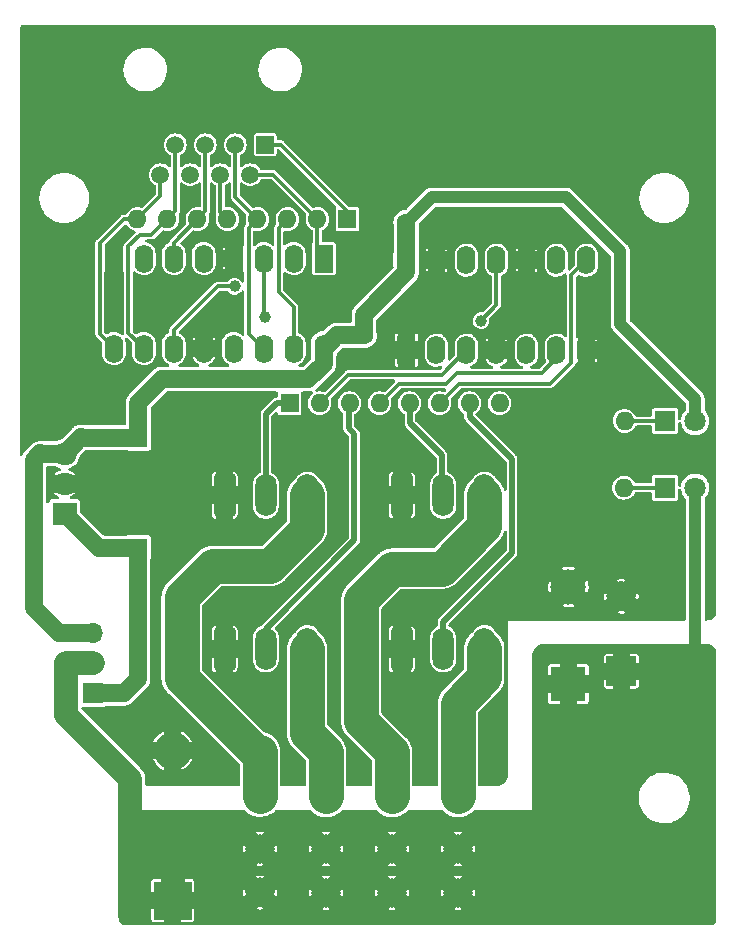
<source format=gbr>
%TF.GenerationSoftware,KiCad,Pcbnew,(6.0.7)*%
%TF.CreationDate,2022-08-24T09:36:38-04:00*%
%TF.ProjectId,Receiver_Out,52656365-6976-4657-925f-4f75742e6b69,v1*%
%TF.SameCoordinates,Original*%
%TF.FileFunction,Copper,L1,Top*%
%TF.FilePolarity,Positive*%
%FSLAX46Y46*%
G04 Gerber Fmt 4.6, Leading zero omitted, Abs format (unit mm)*
G04 Created by KiCad (PCBNEW (6.0.7)) date 2022-08-24 09:36:38*
%MOMM*%
%LPD*%
G01*
G04 APERTURE LIST*
G04 Aperture macros list*
%AMRoundRect*
0 Rectangle with rounded corners*
0 $1 Rounding radius*
0 $2 $3 $4 $5 $6 $7 $8 $9 X,Y pos of 4 corners*
0 Add a 4 corners polygon primitive as box body*
4,1,4,$2,$3,$4,$5,$6,$7,$8,$9,$2,$3,0*
0 Add four circle primitives for the rounded corners*
1,1,$1+$1,$2,$3*
1,1,$1+$1,$4,$5*
1,1,$1+$1,$6,$7*
1,1,$1+$1,$8,$9*
0 Add four rect primitives between the rounded corners*
20,1,$1+$1,$2,$3,$4,$5,0*
20,1,$1+$1,$4,$5,$6,$7,0*
20,1,$1+$1,$6,$7,$8,$9,0*
20,1,$1+$1,$8,$9,$2,$3,0*%
G04 Aperture macros list end*
%TA.AperFunction,ComponentPad*%
%ADD10C,1.600000*%
%TD*%
%TA.AperFunction,ComponentPad*%
%ADD11R,2.500000X2.500000*%
%TD*%
%TA.AperFunction,ComponentPad*%
%ADD12C,2.500000*%
%TD*%
%TA.AperFunction,ComponentPad*%
%ADD13R,1.600000X2.400000*%
%TD*%
%TA.AperFunction,ComponentPad*%
%ADD14O,1.600000X2.400000*%
%TD*%
%TA.AperFunction,ComponentPad*%
%ADD15RoundRect,0.250000X-0.650000X-1.550000X0.650000X-1.550000X0.650000X1.550000X-0.650000X1.550000X0*%
%TD*%
%TA.AperFunction,ComponentPad*%
%ADD16O,1.800000X3.600000*%
%TD*%
%TA.AperFunction,ComponentPad*%
%ADD17R,3.000000X3.000000*%
%TD*%
%TA.AperFunction,ComponentPad*%
%ADD18C,3.000000*%
%TD*%
%TA.AperFunction,ComponentPad*%
%ADD19R,1.600000X1.600000*%
%TD*%
%TA.AperFunction,ComponentPad*%
%ADD20O,1.600000X1.600000*%
%TD*%
%TA.AperFunction,ComponentPad*%
%ADD21C,2.475000*%
%TD*%
%TA.AperFunction,ComponentPad*%
%ADD22R,1.700000X1.700000*%
%TD*%
%TA.AperFunction,ComponentPad*%
%ADD23O,1.700000X1.700000*%
%TD*%
%TA.AperFunction,ComponentPad*%
%ADD24R,2.000000X1.905000*%
%TD*%
%TA.AperFunction,ComponentPad*%
%ADD25O,2.000000X1.905000*%
%TD*%
%TA.AperFunction,ComponentPad*%
%ADD26R,3.200000X3.200000*%
%TD*%
%TA.AperFunction,ComponentPad*%
%ADD27O,3.200000X3.200000*%
%TD*%
%TA.AperFunction,ComponentPad*%
%ADD28R,1.800000X1.800000*%
%TD*%
%TA.AperFunction,ComponentPad*%
%ADD29C,1.800000*%
%TD*%
%TA.AperFunction,ComponentPad*%
%ADD30R,1.500000X1.500000*%
%TD*%
%TA.AperFunction,ComponentPad*%
%ADD31C,1.500000*%
%TD*%
%TA.AperFunction,ViaPad*%
%ADD32C,1.000000*%
%TD*%
%TA.AperFunction,Conductor*%
%ADD33C,1.000000*%
%TD*%
%TA.AperFunction,Conductor*%
%ADD34C,1.500000*%
%TD*%
%TA.AperFunction,Conductor*%
%ADD35C,0.350000*%
%TD*%
%TA.AperFunction,Conductor*%
%ADD36C,2.000000*%
%TD*%
%TA.AperFunction,Conductor*%
%ADD37C,2.999999*%
%TD*%
%TA.AperFunction,Conductor*%
%ADD38C,3.000000*%
%TD*%
%TA.AperFunction,Conductor*%
%ADD39C,0.500000*%
%TD*%
G04 APERTURE END LIST*
D10*
%TO.P,C3,1*%
%TO.N,+5V*%
X-99416200Y36085700D03*
%TO.P,C3,2*%
%TO.N,GND*%
X-94416200Y36085700D03*
%TD*%
D11*
%TO.P,J5,1*%
%TO.N,VIN1*%
X-81216200Y-1914300D03*
D12*
%TO.P,J5,2*%
%TO.N,GND*%
X-81216200Y4435700D03*
%TD*%
D13*
%TO.P,U1,1*%
%TO.N,GND*%
X-99416200Y25285700D03*
D14*
%TO.P,U1,2*%
%TO.N,OUT17*%
X-96876200Y25285700D03*
%TO.P,U1,3*%
%TO.N,Net-(RN1-Pad2)*%
X-94336200Y25285700D03*
%TO.P,U1,4*%
%TO.N,GND*%
X-91796200Y25285700D03*
%TO.P,U1,5*%
%TO.N,OUT18*%
X-89256200Y25285700D03*
%TO.P,U1,6*%
%TO.N,Net-(RN1-Pad4)*%
X-86716200Y25285700D03*
%TO.P,U1,7*%
%TO.N,GND*%
X-84176200Y25285700D03*
%TO.P,U1,8*%
%TO.N,Net-(RN1-Pad6)*%
X-84176200Y32905700D03*
%TO.P,U1,9*%
%TO.N,OUT19*%
X-86716200Y32905700D03*
%TO.P,U1,10*%
%TO.N,GND*%
X-89256200Y32905700D03*
%TO.P,U1,11*%
%TO.N,Net-(RN1-Pad8)*%
X-91796200Y32905700D03*
%TO.P,U1,12*%
%TO.N,OUT20*%
X-94336200Y32905700D03*
%TO.P,U1,13*%
%TO.N,GND*%
X-96876200Y32905700D03*
%TO.P,U1,14*%
%TO.N,+5V*%
X-99416200Y32905700D03*
%TD*%
D15*
%TO.P,J2,1*%
%TO.N,GND*%
X-114817200Y3500D03*
D16*
%TO.P,J2,2*%
%TO.N,/Outputs/DOUT2*%
X-111317200Y3500D03*
%TO.P,J2,3*%
%TO.N,/Outputs/VOUT2*%
X-107817200Y3500D03*
%TD*%
D15*
%TO.P,J4,1*%
%TO.N,GND*%
X-99817200Y3500D03*
D16*
%TO.P,J4,2*%
%TO.N,/Outputs/DOUT4*%
X-96317200Y3500D03*
%TO.P,J4,3*%
%TO.N,/Outputs/VOUT4*%
X-92817200Y3500D03*
%TD*%
D15*
%TO.P,J3,1*%
%TO.N,GND*%
X-99817200Y13003500D03*
D16*
%TO.P,J3,2*%
%TO.N,/Outputs/DOUT3*%
X-96317200Y13003500D03*
%TO.P,J3,3*%
%TO.N,/Outputs/VOUT3*%
X-92817200Y13003500D03*
%TD*%
D15*
%TO.P,J1,1*%
%TO.N,GND*%
X-114817200Y13003500D03*
D16*
%TO.P,J1,2*%
%TO.N,/Outputs/DOUT1*%
X-111317200Y13003500D03*
%TO.P,J1,3*%
%TO.N,/Outputs/VOUT1*%
X-107817200Y13003500D03*
%TD*%
D17*
%TO.P,TB1,1*%
%TO.N,VIN1*%
X-85702400Y-3012260D03*
D18*
%TO.P,TB1,2*%
%TO.N,GND*%
X-85702400Y5237660D03*
%TD*%
D19*
%TO.P,RN1,1*%
%TO.N,/Outputs/DOUT1*%
X-109316200Y20789900D03*
D20*
%TO.P,RN1,2*%
%TO.N,Net-(RN1-Pad2)*%
X-106776200Y20789900D03*
%TO.P,RN1,3*%
%TO.N,/Outputs/DOUT2*%
X-104236200Y20789900D03*
%TO.P,RN1,4*%
%TO.N,Net-(RN1-Pad4)*%
X-101696200Y20789900D03*
%TO.P,RN1,5*%
%TO.N,/Outputs/DOUT3*%
X-99156200Y20789900D03*
%TO.P,RN1,6*%
%TO.N,Net-(RN1-Pad6)*%
X-96616200Y20789900D03*
%TO.P,RN1,7*%
%TO.N,/Outputs/DOUT4*%
X-94076200Y20789900D03*
%TO.P,RN1,8*%
%TO.N,Net-(RN1-Pad8)*%
X-91536200Y20789900D03*
%TD*%
D21*
%TO.P,F2,1_1*%
%TO.N,VIN1*%
X-106220200Y-20650100D03*
%TO.P,F2,1_2*%
X-106220200Y-16950100D03*
%TO.P,F2,2_1*%
%TO.N,/Outputs/VOUT2*%
X-106220200Y-12450100D03*
%TO.P,F2,2_2*%
X-106220200Y-8750100D03*
%TD*%
%TO.P,F4,1_1*%
%TO.N,VIN1*%
X-95044200Y-20650100D03*
%TO.P,F4,1_2*%
X-95044200Y-16950100D03*
%TO.P,F4,2_1*%
%TO.N,/Outputs/VOUT4*%
X-95044200Y-12450100D03*
%TO.P,F4,2_2*%
X-95044200Y-8750100D03*
%TD*%
%TO.P,F1,1_1*%
%TO.N,VIN1*%
X-111808200Y-20635100D03*
%TO.P,F1,1_2*%
X-111808200Y-16935100D03*
%TO.P,F1,2_1*%
%TO.N,/Outputs/VOUT1*%
X-111808200Y-12435100D03*
%TO.P,F1,2_2*%
X-111808200Y-8735100D03*
%TD*%
%TO.P,F3,1_1*%
%TO.N,VIN1*%
X-100632200Y-20650100D03*
%TO.P,F3,1_2*%
X-100632200Y-16950100D03*
%TO.P,F3,2_1*%
%TO.N,/Outputs/VOUT3*%
X-100632200Y-12450100D03*
%TO.P,F3,2_2*%
X-100632200Y-8750100D03*
%TD*%
D19*
%TO.P,C1,1*%
%TO.N,/PWR*%
X-122166200Y8535700D03*
D10*
%TO.P,C1,2*%
%TO.N,GND*%
X-122166200Y10535700D03*
%TD*%
%TO.P,C4,1*%
%TO.N,+5V*%
X-103016200Y26535700D03*
%TO.P,C4,2*%
%TO.N,GND*%
X-103016200Y31535700D03*
%TD*%
D22*
%TO.P,J6,1*%
%TO.N,/PWR*%
X-125966200Y-3764300D03*
D23*
%TO.P,J6,2*%
%TO.N,VIN1*%
X-125966200Y-1224300D03*
%TO.P,J6,3*%
%TO.N,+5V*%
X-125966200Y1315700D03*
%TD*%
D19*
%TO.P,RN2,1*%
%TO.N,/Diff In/Serial1_P*%
X-104416200Y36385700D03*
D20*
%TO.P,RN2,2*%
%TO.N,/Diff In/Serial1_N*%
X-106956200Y36385700D03*
%TO.P,RN2,3*%
%TO.N,/Diff In/Serial2_N*%
X-109496200Y36385700D03*
%TO.P,RN2,4*%
%TO.N,/Diff In/Serial2_P*%
X-112036200Y36385700D03*
%TO.P,RN2,5*%
%TO.N,/Diff In/Serial3_N*%
X-114576200Y36385700D03*
%TO.P,RN2,6*%
%TO.N,/Diff In/Serial3_P*%
X-117116200Y36385700D03*
%TO.P,RN2,7*%
%TO.N,/Diff In/Serial4_P*%
X-119656200Y36385700D03*
%TO.P,RN2,8*%
%TO.N,/Diff In/Serial4_N*%
X-122196200Y36385700D03*
%TD*%
D24*
%TO.P,U2,1*%
%TO.N,/PWR*%
X-128366200Y11435700D03*
D25*
%TO.P,U2,2*%
%TO.N,GND*%
X-128366200Y13975700D03*
%TO.P,U2,3*%
%TO.N,+5V*%
X-128366200Y16515700D03*
%TD*%
D19*
%TO.P,C2,1*%
%TO.N,+5V*%
X-122116200Y17885700D03*
D10*
%TO.P,C2,2*%
%TO.N,GND*%
X-122116200Y15885700D03*
%TD*%
D26*
%TO.P,D1,1*%
%TO.N,VIN1*%
X-119216200Y-21314300D03*
D27*
%TO.P,D1,2*%
%TO.N,GND*%
X-119216200Y-8614300D03*
%TD*%
D10*
%TO.P,R1,1*%
%TO.N,GND*%
X-88616200Y13635700D03*
D20*
%TO.P,R1,2*%
%TO.N,Net-(D2-Pad1)*%
X-80996200Y13635700D03*
%TD*%
D28*
%TO.P,D3,1*%
%TO.N,Net-(D3-Pad1)*%
X-77516200Y19285700D03*
D29*
%TO.P,D3,2*%
%TO.N,+5V*%
X-74976200Y19285700D03*
%TD*%
D10*
%TO.P,R2,1*%
%TO.N,GND*%
X-88566200Y19285700D03*
D20*
%TO.P,R2,2*%
%TO.N,Net-(D3-Pad1)*%
X-80946200Y19285700D03*
%TD*%
D28*
%TO.P,D2,1*%
%TO.N,Net-(D2-Pad1)*%
X-77516200Y13635700D03*
D29*
%TO.P,D2,2*%
%TO.N,VIN1*%
X-74976200Y13635700D03*
%TD*%
D30*
%TO.P,J7,1*%
%TO.N,/Diff In/Serial1_P*%
X-111366200Y42685700D03*
D31*
%TO.P,J7,2*%
%TO.N,/Diff In/Serial1_N*%
X-112636200Y40145700D03*
%TO.P,J7,3*%
%TO.N,/Diff In/Serial2_P*%
X-113906200Y42685700D03*
%TO.P,J7,4*%
%TO.N,/Diff In/Serial3_N*%
X-115176200Y40145700D03*
%TO.P,J7,5*%
%TO.N,/Diff In/Serial3_P*%
X-116446200Y42685700D03*
%TO.P,J7,6*%
%TO.N,/Diff In/Serial2_N*%
X-117716200Y40145700D03*
%TO.P,J7,7*%
%TO.N,/Diff In/Serial4_P*%
X-118986200Y42685700D03*
%TO.P,J7,8*%
%TO.N,/Diff In/Serial4_N*%
X-120256200Y40145700D03*
%TD*%
D13*
%TO.P,U3,1*%
%TO.N,/Diff In/Serial1_N*%
X-106416200Y33035700D03*
D14*
%TO.P,U3,2*%
%TO.N,/Diff In/Serial1_P*%
X-108956200Y33035700D03*
%TO.P,U3,3*%
%TO.N,OUT17*%
X-111496200Y33035700D03*
%TO.P,U3,4*%
%TO.N,GND*%
X-114036200Y33035700D03*
%TO.P,U3,5*%
%TO.N,OUT19*%
X-116576200Y33035700D03*
%TO.P,U3,6*%
%TO.N,/Diff In/Serial3_P*%
X-119116200Y33035700D03*
%TO.P,U3,7*%
%TO.N,/Diff In/Serial3_N*%
X-121656200Y33035700D03*
%TO.P,U3,8*%
%TO.N,GND*%
X-124196200Y33035700D03*
%TO.P,U3,9*%
%TO.N,/Diff In/Serial4_N*%
X-124196200Y25415700D03*
%TO.P,U3,10*%
%TO.N,/Diff In/Serial4_P*%
X-121656200Y25415700D03*
%TO.P,U3,11*%
%TO.N,OUT20*%
X-119116200Y25415700D03*
%TO.P,U3,12*%
%TO.N,GND*%
X-116576200Y25415700D03*
%TO.P,U3,13*%
%TO.N,OUT18*%
X-114036200Y25415700D03*
%TO.P,U3,14*%
%TO.N,/Diff In/Serial2_P*%
X-111496200Y25415700D03*
%TO.P,U3,15*%
%TO.N,/Diff In/Serial2_N*%
X-108956200Y25415700D03*
%TO.P,U3,16*%
%TO.N,+5V*%
X-106416200Y25415700D03*
%TD*%
D32*
%TO.N,Net-(RN1-Pad8)*%
X-93116200Y27785700D03*
%TO.N,OUT20*%
X-113966200Y30685700D03*
%TO.N,OUT17*%
X-111416200Y28060679D03*
%TD*%
D33*
%TO.N,+5V*%
X-74976200Y20558492D02*
X-74976200Y19285700D01*
D34*
X-130416200Y16535700D02*
X-130966200Y15985700D01*
X-106416200Y25415700D02*
X-106416200Y24135700D01*
X-103016200Y26535700D02*
X-105296200Y26535700D01*
X-128366200Y16515700D02*
X-130396200Y16515700D01*
X-126896200Y17885700D02*
X-122116200Y17885700D01*
X-130396200Y16515700D02*
X-130416200Y16535700D01*
X-99416200Y32905700D02*
X-99416200Y31885700D01*
X-122116200Y20185700D02*
X-122116200Y17885700D01*
X-107716200Y22835700D02*
X-120116200Y22835700D01*
X-128366200Y16515700D02*
X-126946200Y17935700D01*
D33*
X-85916200Y38235700D02*
X-81316200Y33635700D01*
D34*
X-128846200Y1315700D02*
X-125966200Y1315700D01*
X-99416200Y31885700D02*
X-103016200Y28285700D01*
X-126946200Y17935700D02*
X-126896200Y17885700D01*
X-130966200Y15985700D02*
X-130966200Y3435700D01*
D33*
X-81316200Y27498492D02*
X-74976200Y21158492D01*
D34*
X-130966200Y3435700D02*
X-128846200Y1315700D01*
X-120116200Y22835700D02*
X-122116200Y20835700D01*
X-105296200Y26535700D02*
X-106416200Y25415700D01*
D33*
X-97266200Y38235700D02*
X-85916200Y38235700D01*
X-74976200Y21158492D02*
X-74976200Y20558492D01*
D34*
X-103016200Y28285700D02*
X-103016200Y26535700D01*
D33*
X-81316200Y33635700D02*
X-81316200Y27498492D01*
D34*
X-106416200Y24135700D02*
X-107716200Y22835700D01*
D33*
X-99416200Y36085700D02*
X-97266200Y38235700D01*
D34*
X-122116200Y20835700D02*
X-122116200Y20185700D01*
X-99416200Y32905700D02*
X-99416200Y36085700D01*
D35*
%TO.N,Net-(RN1-Pad4)*%
X-96066211Y22435689D02*
X-95166200Y23335700D01*
X-86716200Y24585700D02*
X-86716200Y25285700D01*
X-100050411Y22435689D02*
X-96066211Y22435689D01*
X-95166200Y23335700D02*
X-87966200Y23335700D01*
X-87966200Y23335700D02*
X-86716200Y24585700D01*
X-101696200Y20789900D02*
X-100050411Y22435689D01*
%TO.N,Net-(RN1-Pad2)*%
X-106776200Y20789900D02*
X-104380400Y23185700D01*
X-96436200Y23185700D02*
X-94336200Y25285700D01*
X-104380400Y23185700D02*
X-96436200Y23185700D01*
%TO.N,Net-(RN1-Pad8)*%
X-91796200Y32905700D02*
X-91796200Y29105700D01*
X-91796200Y29105700D02*
X-93116200Y27785700D01*
%TO.N,Net-(RN1-Pad6)*%
X-85466200Y24235700D02*
X-85466200Y31615700D01*
X-87266211Y22435689D02*
X-85466200Y24235700D01*
X-96616200Y20789900D02*
X-94970411Y22435689D01*
X-94970411Y22435689D02*
X-87266211Y22435689D01*
X-85466200Y31615700D02*
X-84176200Y32905700D01*
D36*
%TO.N,VIN1*%
X-125966200Y-1224300D02*
X-128266200Y-1224300D01*
X-119216200Y-18864300D02*
X-119216200Y-21314300D01*
X-122816200Y-11064300D02*
X-122816200Y-15264300D01*
D33*
X-74966200Y13625700D02*
X-74966200Y-1614300D01*
X-74966200Y-1614300D02*
X-75266200Y-1914300D01*
X-74976200Y13635700D02*
X-74966200Y13625700D01*
D36*
X-128266200Y-1224300D02*
X-128266200Y-5614300D01*
X-122816200Y-15264300D02*
X-119216200Y-18864300D01*
D33*
X-75266200Y-1914300D02*
X-81216200Y-1914300D01*
D36*
X-128266200Y-5614300D02*
X-122816200Y-11064300D01*
D35*
%TO.N,OUT20*%
X-119116200Y26965700D02*
X-115396200Y30685700D01*
X-119116200Y25415700D02*
X-119116200Y26965700D01*
X-115396200Y30685700D02*
X-113966200Y30685700D01*
%TO.N,OUT17*%
X-111496200Y33035700D02*
X-111496200Y28140679D01*
X-111496200Y28140679D02*
X-111416200Y28060679D01*
%TO.N,Net-(D3-Pad1)*%
X-80946200Y19285700D02*
X-77516200Y19285700D01*
%TO.N,Net-(D2-Pad1)*%
X-77516200Y13635700D02*
X-80996200Y13635700D01*
D37*
%TO.N,/Outputs/VOUT1*%
X-115817200Y7003500D02*
X-118457200Y4363500D01*
D38*
X-110968200Y7003500D02*
X-107817200Y10154500D01*
X-107817200Y10154500D02*
X-107817200Y13003500D01*
X-115817200Y7003500D02*
X-110968200Y7003500D01*
X-118457200Y4363500D02*
X-118457200Y-2473300D01*
X-111808200Y-12435100D02*
X-111808200Y-8735100D01*
X-112195400Y-8735100D02*
X-111808200Y-8735100D01*
X-118457200Y-2473300D02*
X-112195400Y-8735100D01*
%TO.N,/Outputs/VOUT2*%
X-106220200Y-8750100D02*
X-107817200Y-7153100D01*
X-107817200Y-7153100D02*
X-107817200Y3500D01*
X-106220200Y-12450100D02*
X-106220200Y-8750100D01*
%TO.N,/Outputs/VOUT3*%
X-92817200Y10377300D02*
X-92817200Y13003500D01*
X-100632200Y-12450100D02*
X-100632200Y-8750100D01*
X-100604600Y6789900D02*
X-96404600Y6789900D01*
X-100632200Y-8750100D02*
X-103232200Y-6150100D01*
X-103232200Y4162300D02*
X-100604600Y6789900D01*
X-103232200Y-6150100D02*
X-103232200Y4162300D01*
X-96404600Y6789900D02*
X-92817200Y10377300D01*
%TO.N,/Outputs/VOUT4*%
X-95044200Y-8750100D02*
X-95044200Y-12450100D01*
X-92817200Y3500D02*
X-92817200Y-2423100D01*
X-95044200Y-4650100D02*
X-95044200Y-8750100D01*
X-92817200Y-2423100D02*
X-95044200Y-4650100D01*
D39*
%TO.N,/Outputs/DOUT1*%
X-110412000Y20789900D02*
X-111317200Y19884700D01*
X-111317200Y15303500D02*
X-111317200Y13003500D01*
X-109316200Y20789900D02*
X-110412000Y20789900D01*
X-111317200Y19884700D02*
X-111317200Y15303500D01*
%TO.N,/Outputs/DOUT2*%
X-111317200Y1684700D02*
X-103816200Y9185700D01*
X-103816200Y9185700D02*
X-103816200Y18185700D01*
X-103816200Y18185700D02*
X-104316200Y18685700D01*
X-104316200Y20709900D02*
X-104236200Y20789900D01*
X-104316200Y18685700D02*
X-104316200Y20709900D01*
X-111317200Y3500D02*
X-111317200Y1684700D01*
%TO.N,/Outputs/DOUT3*%
X-99156200Y20789900D02*
X-99116200Y20749900D01*
X-99116200Y19085700D02*
X-96416200Y16385700D01*
X-96416200Y13102500D02*
X-96317200Y13003500D01*
X-96416200Y16385700D02*
X-96416200Y13102500D01*
X-99116200Y20749900D02*
X-99116200Y19085700D01*
%TO.N,/Outputs/DOUT4*%
X-90475712Y16045212D02*
X-90475712Y8126188D01*
X-96317200Y2303500D02*
X-96317200Y3500D01*
X-94076200Y20789900D02*
X-94076200Y19645700D01*
X-96298400Y2303500D02*
X-96317200Y2303500D01*
X-94076200Y19645700D02*
X-90475712Y16045212D01*
X-90475712Y8126188D02*
X-96298400Y2303500D01*
D34*
%TO.N,/PWR*%
X-122166200Y8535700D02*
X-125466200Y8535700D01*
X-122166200Y-214300D02*
X-122166200Y8535700D01*
X-125516200Y8585700D02*
X-128366200Y11435700D01*
X-125966200Y-3764300D02*
X-123366200Y-3764300D01*
X-125466200Y8535700D02*
X-125516200Y8585700D01*
X-122166200Y-2564300D02*
X-122166200Y-214300D01*
X-123366200Y-3764300D02*
X-122166200Y-2564300D01*
D35*
%TO.N,/Diff In/Serial4_N*%
X-122196200Y36385700D02*
X-123327570Y36385700D01*
X-124196200Y25465700D02*
X-124196200Y25415700D01*
X-123327570Y36385700D02*
X-125371210Y34342060D01*
X-120256200Y40145700D02*
X-120256200Y38325700D01*
X-120256200Y38325700D02*
X-122196200Y36385700D01*
X-125371210Y34342060D02*
X-125371210Y26640710D01*
X-125371210Y26640710D02*
X-124196200Y25465700D01*
%TO.N,/Diff In/Serial4_P*%
X-118986200Y37055700D02*
X-119656200Y36385700D01*
X-122966200Y26735700D02*
X-121656200Y25425700D01*
X-119656200Y36385700D02*
X-121006200Y35035700D01*
X-122016200Y35035700D02*
X-122966200Y34085700D01*
X-118986200Y42685700D02*
X-118986200Y37055700D01*
X-121006200Y35035700D02*
X-122016200Y35035700D01*
X-121656200Y25425700D02*
X-121656200Y25415700D01*
X-122966200Y34085700D02*
X-122966200Y26735700D01*
%TO.N,/Diff In/Serial2_N*%
X-108966200Y28935700D02*
X-108966200Y25425700D01*
X-109496200Y36385700D02*
X-110216200Y35665700D01*
X-110216200Y35665700D02*
X-110216200Y30185700D01*
X-110216200Y30185700D02*
X-108966200Y28935700D01*
X-108966200Y25425700D02*
X-108956200Y25415700D01*
%TO.N,/Diff In/Serial3_P*%
X-119116200Y34385700D02*
X-117116200Y36385700D01*
X-116446200Y37055700D02*
X-116446200Y42685700D01*
X-119116200Y33035700D02*
X-119116200Y34385700D01*
X-117116200Y36385700D02*
X-116446200Y37055700D01*
%TO.N,/Diff In/Serial3_N*%
X-115176200Y36985700D02*
X-114576200Y36385700D01*
X-115176200Y40145700D02*
X-115176200Y36985700D01*
%TO.N,/Diff In/Serial2_P*%
X-112766200Y35655700D02*
X-112766200Y26685700D01*
X-113906200Y38255700D02*
X-112036200Y36385700D01*
X-113906200Y42685700D02*
X-113906200Y38255700D01*
X-112036200Y36385700D02*
X-112766200Y35655700D01*
X-112766200Y26685700D02*
X-111496200Y25415700D01*
%TO.N,/Diff In/Serial1_N*%
X-110716200Y40145700D02*
X-112636200Y40145700D01*
X-106956200Y36385700D02*
X-110716200Y40145700D01*
X-106956200Y36385700D02*
X-106956200Y33575700D01*
X-106956200Y33575700D02*
X-106416200Y33035700D01*
%TO.N,/Diff In/Serial1_P*%
X-110066200Y42685700D02*
X-104416200Y37035700D01*
X-104416200Y37035700D02*
X-104416200Y36385700D01*
X-111366200Y42685700D02*
X-110066200Y42685700D01*
%TD*%
%TA.AperFunction,Conductor*%
%TO.N,GND*%
G36*
X-112289138Y52836523D02*
G01*
X-73491771Y52835215D01*
X-73423653Y52815212D01*
X-73411843Y52806615D01*
X-73343686Y52750679D01*
X-73326221Y52733214D01*
X-73270301Y52665076D01*
X-73242547Y52599729D01*
X-73241700Y52585142D01*
X-73241700Y2836258D01*
X-73261702Y2768137D01*
X-73270301Y2756324D01*
X-73326223Y2688183D01*
X-73343685Y2670721D01*
X-73476042Y2562099D01*
X-73496569Y2548383D01*
X-73563782Y2512457D01*
X-73647571Y2467671D01*
X-73670390Y2458218D01*
X-73834243Y2408515D01*
X-73858460Y2403699D01*
X-74027350Y2387064D01*
X-74097103Y2400292D01*
X-74148631Y2449133D01*
X-74165700Y2512457D01*
X-74165700Y12689721D01*
X-74145698Y12757842D01*
X-74128792Y12778820D01*
X-74128126Y12779486D01*
X-74123682Y12783182D01*
X-74097919Y12814158D01*
X-73986292Y12948374D01*
X-73986290Y12948377D01*
X-73982598Y12952816D01*
X-73874790Y13145321D01*
X-73872934Y13150788D01*
X-73872932Y13150793D01*
X-73805725Y13348779D01*
X-73805724Y13348784D01*
X-73803869Y13354248D01*
X-73803041Y13359957D01*
X-73803040Y13359962D01*
X-73772742Y13568928D01*
X-73772209Y13572602D01*
X-73770557Y13635700D01*
X-73790746Y13855411D01*
X-73804891Y13905568D01*
X-73833496Y14006993D01*
X-73850635Y14067764D01*
X-73948220Y14265647D01*
X-73988341Y14319376D01*
X-74076780Y14437809D01*
X-74076780Y14437810D01*
X-74080233Y14442433D01*
X-74209056Y14561516D01*
X-74238011Y14588282D01*
X-74238014Y14588284D01*
X-74242251Y14592201D01*
X-74428850Y14709936D01*
X-74633779Y14791694D01*
X-74639439Y14792820D01*
X-74639443Y14792821D01*
X-74844509Y14833611D01*
X-74844512Y14833611D01*
X-74850176Y14834738D01*
X-74855951Y14834814D01*
X-74855955Y14834814D01*
X-74966696Y14836263D01*
X-75070794Y14837626D01*
X-75076491Y14836647D01*
X-75076492Y14836647D01*
X-75282546Y14801241D01*
X-75282547Y14801241D01*
X-75288243Y14800262D01*
X-75495243Y14723896D01*
X-75500204Y14720944D01*
X-75500205Y14720944D01*
X-75667941Y14621151D01*
X-75684859Y14611086D01*
X-75850743Y14465610D01*
X-75987337Y14292340D01*
X-76090069Y14097080D01*
X-76155497Y13886367D01*
X-76156176Y13880630D01*
X-76164573Y13809684D01*
X-76192443Y13744387D01*
X-76251192Y13704523D01*
X-76322166Y13702749D01*
X-76382833Y13739628D01*
X-76413930Y13803452D01*
X-76415700Y13824494D01*
X-76415700Y14555448D01*
X-76418511Y14569578D01*
X-76424912Y14601761D01*
X-76424912Y14601762D01*
X-76427333Y14613931D01*
X-76471648Y14680252D01*
X-76511462Y14706855D01*
X-76527653Y14717674D01*
X-76537969Y14724567D01*
X-76550138Y14726988D01*
X-76550139Y14726988D01*
X-76590384Y14734993D01*
X-76596452Y14736200D01*
X-78435948Y14736200D01*
X-78442016Y14734993D01*
X-78482261Y14726988D01*
X-78482262Y14726988D01*
X-78494431Y14724567D01*
X-78504747Y14717674D01*
X-78520938Y14706855D01*
X-78560752Y14680252D01*
X-78605067Y14613931D01*
X-78607488Y14601762D01*
X-78607488Y14601761D01*
X-78613889Y14569578D01*
X-78616700Y14555448D01*
X-78616700Y14137200D01*
X-78636702Y14069079D01*
X-78690358Y14022586D01*
X-78742700Y14011200D01*
X-79986964Y14011200D01*
X-80055085Y14031202D01*
X-80098215Y14078046D01*
X-80105401Y14091562D01*
X-80158830Y14192047D01*
X-80282839Y14344098D01*
X-80434020Y14469165D01*
X-80606615Y14562487D01*
X-80751305Y14607276D01*
X-80788161Y14618685D01*
X-80788164Y14618686D01*
X-80794048Y14620507D01*
X-80800173Y14621151D01*
X-80800174Y14621151D01*
X-80983053Y14640373D01*
X-80983054Y14640373D01*
X-80989181Y14641017D01*
X-81097809Y14631131D01*
X-81178441Y14623793D01*
X-81178442Y14623793D01*
X-81184582Y14623234D01*
X-81190496Y14621493D01*
X-81190498Y14621493D01*
X-81302023Y14588669D01*
X-81372807Y14567836D01*
X-81378272Y14564979D01*
X-81541228Y14479788D01*
X-81541232Y14479785D01*
X-81546688Y14476933D01*
X-81551488Y14473073D01*
X-81551489Y14473073D01*
X-81566420Y14461068D01*
X-81699600Y14353989D01*
X-81825720Y14203684D01*
X-81828684Y14198292D01*
X-81828687Y14198288D01*
X-81899720Y14069079D01*
X-81920244Y14031746D01*
X-81922105Y14025879D01*
X-81922106Y14025877D01*
X-81937657Y13976854D01*
X-81979572Y13844722D01*
X-82001443Y13649737D01*
X-81985025Y13454217D01*
X-81930942Y13265609D01*
X-81917186Y13238843D01*
X-81844077Y13096587D01*
X-81844074Y13096583D01*
X-81841256Y13091099D01*
X-81719382Y12937331D01*
X-81714689Y12933337D01*
X-81714688Y12933336D01*
X-81615198Y12848664D01*
X-81569962Y12810165D01*
X-81564584Y12807159D01*
X-81564582Y12807158D01*
X-81513877Y12778820D01*
X-81398687Y12714443D01*
X-81212082Y12653811D01*
X-81017254Y12630579D01*
X-81011119Y12631051D01*
X-81011117Y12631051D01*
X-80827766Y12645159D01*
X-80827762Y12645160D01*
X-80821624Y12645632D01*
X-80632644Y12698397D01*
X-80457511Y12786863D01*
X-80427685Y12810165D01*
X-80307747Y12903871D01*
X-80302897Y12907660D01*
X-80273116Y12942161D01*
X-80178715Y13051527D01*
X-80178715Y13051528D01*
X-80174691Y13056189D01*
X-80168608Y13066896D01*
X-80138558Y13119794D01*
X-80095018Y13196438D01*
X-80043980Y13245787D01*
X-79985463Y13260200D01*
X-78742700Y13260200D01*
X-78674579Y13240198D01*
X-78628086Y13186542D01*
X-78616700Y13134200D01*
X-78616700Y12715952D01*
X-78615493Y12709884D01*
X-78612878Y12696740D01*
X-78605067Y12657469D01*
X-78598174Y12647153D01*
X-78587415Y12631051D01*
X-78560752Y12591148D01*
X-78494431Y12546833D01*
X-78482262Y12544412D01*
X-78482261Y12544412D01*
X-78442016Y12536407D01*
X-78435948Y12535200D01*
X-76596452Y12535200D01*
X-76590384Y12536407D01*
X-76550139Y12544412D01*
X-76550138Y12544412D01*
X-76537969Y12546833D01*
X-76471648Y12591148D01*
X-76444985Y12631051D01*
X-76434226Y12647153D01*
X-76427333Y12657469D01*
X-76419521Y12696740D01*
X-76416907Y12709884D01*
X-76415700Y12715952D01*
X-76415700Y13419723D01*
X-76395698Y13487844D01*
X-76342042Y13534337D01*
X-76271768Y13544441D01*
X-76207188Y13514947D01*
X-76168804Y13455221D01*
X-76167010Y13447250D01*
X-76167000Y13447096D01*
X-76166785Y13446249D01*
X-76166784Y13446245D01*
X-76122412Y13271531D01*
X-76112689Y13233248D01*
X-76110272Y13228006D01*
X-76110272Y13228005D01*
X-76051561Y13100651D01*
X-76020317Y13032879D01*
X-75892978Y12852698D01*
X-75888849Y12848675D01*
X-75888839Y12848664D01*
X-75804778Y12766775D01*
X-75769940Y12704914D01*
X-75766700Y12676522D01*
X-75766700Y2511700D01*
X-75786702Y2443579D01*
X-75840358Y2397086D01*
X-75892700Y2385700D01*
X-90816200Y2385700D01*
X-90816200Y-10608113D01*
X-90816807Y-10620463D01*
X-90827776Y-10731837D01*
X-90834198Y-10797037D01*
X-90839015Y-10821257D01*
X-90888718Y-10985109D01*
X-90898171Y-11007929D01*
X-90978881Y-11158928D01*
X-90992599Y-11179458D01*
X-91101226Y-11311821D01*
X-91118679Y-11329274D01*
X-91251042Y-11437901D01*
X-91271569Y-11451617D01*
X-91340198Y-11488300D01*
X-91422571Y-11532329D01*
X-91445390Y-11541782D01*
X-91609243Y-11591485D01*
X-91633460Y-11596301D01*
X-91810037Y-11613693D01*
X-91822387Y-11614300D01*
X-93217700Y-11614300D01*
X-93285821Y-11594298D01*
X-93332314Y-11540642D01*
X-93343700Y-11488300D01*
X-93343700Y-5406660D01*
X-93323698Y-5338539D01*
X-93306795Y-5317565D01*
X-91640829Y-3651599D01*
X-91582012Y-3593089D01*
X-91526142Y-3537511D01*
X-91523301Y-3533665D01*
X-91523297Y-3533660D01*
X-91489071Y-3487322D01*
X-91483317Y-3480102D01*
X-91445804Y-3436411D01*
X-91442686Y-3432780D01*
X-91412203Y-3383902D01*
X-91406654Y-3375737D01*
X-91375271Y-3333249D01*
X-91375268Y-3333245D01*
X-91372430Y-3329402D01*
X-91343376Y-3274180D01*
X-91338791Y-3266191D01*
X-91308309Y-3217315D01*
X-91308308Y-3217312D01*
X-91305776Y-3213253D01*
X-91283035Y-3160322D01*
X-91278788Y-3151418D01*
X-91251966Y-3100437D01*
X-91231610Y-3041487D01*
X-91228279Y-3032876D01*
X-91205538Y-2979946D01*
X-91205534Y-2979933D01*
X-91203647Y-2975542D01*
X-91201979Y-2969118D01*
X-91189178Y-2919793D01*
X-91186318Y-2910320D01*
X-91169085Y-2860415D01*
X-91169084Y-2860412D01*
X-91167521Y-2855885D01*
X-91156310Y-2794502D01*
X-91154319Y-2785489D01*
X-91139855Y-2729757D01*
X-91138651Y-2725118D01*
X-91137593Y-2714800D01*
X-91132780Y-2667825D01*
X-91131386Y-2658033D01*
X-91121765Y-2605348D01*
X-91121039Y-2601374D01*
X-91116700Y-2518581D01*
X-91116700Y-2516909D01*
X-91116657Y-2515276D01*
X-91116595Y-2515278D01*
X-91116044Y-2504481D01*
X-91112768Y-2472505D01*
X-91112280Y-2467745D01*
X-91116544Y-2382092D01*
X-91116700Y-2375828D01*
X-91116700Y69282D01*
X-91119487Y105921D01*
X-91130957Y256709D01*
X-91130958Y256714D01*
X-91131320Y261476D01*
X-91135687Y280319D01*
X-91188658Y508851D01*
X-91189739Y513515D01*
X-91285610Y753818D01*
X-91416727Y976854D01*
X-91439075Y1004305D01*
X-91577049Y1173779D01*
X-91580071Y1177491D01*
X-91771885Y1351113D01*
X-91801935Y1370965D01*
X-91844499Y1418403D01*
X-91884159Y1495408D01*
X-91884161Y1495411D01*
X-91886905Y1500739D01*
X-91968259Y1604308D01*
X-92012918Y1661162D01*
X-92012922Y1661167D01*
X-92016624Y1665879D01*
X-92090250Y1729769D01*
X-92170698Y1799579D01*
X-92170703Y1799583D01*
X-92175229Y1803510D01*
X-92356999Y1908666D01*
X-92501388Y1958806D01*
X-92549709Y1975586D01*
X-92549711Y1975586D01*
X-92555374Y1977553D01*
X-92561309Y1978414D01*
X-92561311Y1978414D01*
X-92757256Y2006825D01*
X-92757259Y2006825D01*
X-92763196Y2007686D01*
X-92972967Y1997977D01*
X-93072613Y1973962D01*
X-93171285Y1950182D01*
X-93171287Y1950181D01*
X-93177118Y1948776D01*
X-93182576Y1946294D01*
X-93182580Y1946293D01*
X-93298930Y1893392D01*
X-93368281Y1861860D01*
X-93539560Y1740363D01*
X-93684775Y1588669D01*
X-93688026Y1583634D01*
X-93738506Y1505454D01*
X-93798685Y1412254D01*
X-93800665Y1407341D01*
X-93838015Y1363802D01*
X-93855384Y1351113D01*
X-93924836Y1300375D01*
X-94108258Y1117911D01*
X-94111099Y1114065D01*
X-94111103Y1114060D01*
X-94230081Y952976D01*
X-94261970Y909802D01*
X-94264196Y905572D01*
X-94264198Y905568D01*
X-94341119Y759365D01*
X-94382434Y680837D01*
X-94466879Y436285D01*
X-94513361Y181774D01*
X-94517700Y98981D01*
X-94517700Y-1666539D01*
X-94537702Y-1734660D01*
X-94554605Y-1755634D01*
X-95392392Y-2593422D01*
X-96220577Y-3421607D01*
X-96335258Y-3535689D01*
X-96338100Y-3539537D01*
X-96338101Y-3539538D01*
X-96372319Y-3585866D01*
X-96378074Y-3593088D01*
X-96418714Y-3640419D01*
X-96421239Y-3644468D01*
X-96421248Y-3644480D01*
X-96449197Y-3689296D01*
X-96454748Y-3697466D01*
X-96488970Y-3743798D01*
X-96491196Y-3748029D01*
X-96491201Y-3748037D01*
X-96518013Y-3799000D01*
X-96522600Y-3806994D01*
X-96555624Y-3859946D01*
X-96557514Y-3864344D01*
X-96557514Y-3864345D01*
X-96578363Y-3912873D01*
X-96582623Y-3921804D01*
X-96609434Y-3972763D01*
X-96610993Y-3977279D01*
X-96610996Y-3977285D01*
X-96629788Y-4031708D01*
X-96633119Y-4040320D01*
X-96657753Y-4097657D01*
X-96658956Y-4102292D01*
X-96658957Y-4102295D01*
X-96672223Y-4153410D01*
X-96675083Y-4162882D01*
X-96693879Y-4217315D01*
X-96694738Y-4222021D01*
X-96694739Y-4222023D01*
X-96705088Y-4278688D01*
X-96707079Y-4287703D01*
X-96720725Y-4340282D01*
X-96722749Y-4348081D01*
X-96723236Y-4352835D01*
X-96728618Y-4405366D01*
X-96730012Y-4415160D01*
X-96740361Y-4471826D01*
X-96744700Y-4554619D01*
X-96744700Y-4556291D01*
X-96744743Y-4557924D01*
X-96744804Y-4557922D01*
X-96745356Y-4568726D01*
X-96749119Y-4605455D01*
X-96748881Y-4610236D01*
X-96748881Y-4610237D01*
X-96744856Y-4691093D01*
X-96744700Y-4697357D01*
X-96744700Y-11488300D01*
X-96764702Y-11556421D01*
X-96818358Y-11602914D01*
X-96870700Y-11614300D01*
X-98805700Y-11614300D01*
X-98873821Y-11594298D01*
X-98920314Y-11540642D01*
X-98931700Y-11488300D01*
X-98931700Y-8786844D01*
X-98931399Y-8671706D01*
X-98931277Y-8625192D01*
X-98940550Y-8563506D01*
X-98941587Y-8554334D01*
X-98944546Y-8515441D01*
X-98946320Y-8492124D01*
X-98959327Y-8436009D01*
X-98961180Y-8426294D01*
X-98969741Y-8369345D01*
X-98988243Y-8309761D01*
X-98990653Y-8300859D01*
X-98991210Y-8298453D01*
X-99004739Y-8240085D01*
X-99026085Y-8186581D01*
X-99029386Y-8177260D01*
X-99031294Y-8171113D01*
X-99046463Y-8122262D01*
X-99073756Y-8066178D01*
X-99077490Y-8057733D01*
X-99098836Y-8004227D01*
X-99098839Y-8004220D01*
X-99100610Y-7999782D01*
X-99129807Y-7950117D01*
X-99134474Y-7941414D01*
X-99157580Y-7893933D01*
X-99159676Y-7889626D01*
X-99195141Y-7838312D01*
X-99200107Y-7830532D01*
X-99229297Y-7780878D01*
X-99229303Y-7780870D01*
X-99231727Y-7776746D01*
X-99268086Y-7732086D01*
X-99274025Y-7724176D01*
X-99304474Y-7680119D01*
X-99304479Y-7680113D01*
X-99306774Y-7676792D01*
X-99362250Y-7615180D01*
X-99363424Y-7614006D01*
X-99364541Y-7612829D01*
X-99364497Y-7612787D01*
X-99371755Y-7604747D01*
X-99392042Y-7579828D01*
X-99392051Y-7579819D01*
X-99395071Y-7576109D01*
X-99458651Y-7518559D01*
X-99463190Y-7514240D01*
X-101494795Y-5482635D01*
X-101528821Y-5420323D01*
X-101531700Y-5393540D01*
X-101531700Y-1597304D01*
X-100917199Y-1597304D01*
X-100916920Y-1603225D01*
X-100914944Y-1624131D01*
X-100911679Y-1639016D01*
X-100872506Y-1750564D01*
X-100863794Y-1767020D01*
X-100794584Y-1860721D01*
X-100781421Y-1873884D01*
X-100687720Y-1943094D01*
X-100671264Y-1951806D01*
X-100584292Y-1982349D01*
X-100570210Y-1983083D01*
X-100567200Y-1977309D01*
X-100567200Y-1970236D01*
X-99067200Y-1970236D01*
X-99063227Y-1983767D01*
X-99056784Y-1984693D01*
X-98963136Y-1951806D01*
X-98946680Y-1943094D01*
X-98852979Y-1873884D01*
X-98839816Y-1860721D01*
X-98770606Y-1767020D01*
X-98761894Y-1750564D01*
X-98722723Y-1639021D01*
X-98719455Y-1624127D01*
X-98717479Y-1603219D01*
X-98717200Y-1597308D01*
X-98717200Y-764615D01*
X-98721675Y-749376D01*
X-98723065Y-748171D01*
X-98730748Y-746500D01*
X-99049085Y-746500D01*
X-99064324Y-750975D01*
X-99065529Y-752365D01*
X-99067200Y-760048D01*
X-99067200Y-1970236D01*
X-100567200Y-1970236D01*
X-100567200Y-764615D01*
X-100571675Y-749376D01*
X-100573065Y-748171D01*
X-100580748Y-746500D01*
X-100899084Y-746500D01*
X-100914323Y-750975D01*
X-100915528Y-752365D01*
X-100917199Y-760048D01*
X-100917199Y-1597304D01*
X-101531700Y-1597304D01*
X-101531700Y771615D01*
X-100917200Y771615D01*
X-100912725Y756376D01*
X-100911335Y755171D01*
X-100903652Y753500D01*
X-100585315Y753500D01*
X-100570076Y757975D01*
X-100568871Y759365D01*
X-100567200Y767048D01*
X-100567200Y771615D01*
X-99067200Y771615D01*
X-99062725Y756376D01*
X-99061335Y755171D01*
X-99053652Y753500D01*
X-98735316Y753500D01*
X-98720077Y757975D01*
X-98718872Y759365D01*
X-98717201Y767048D01*
X-98717201Y1604304D01*
X-98717480Y1610225D01*
X-98719456Y1631131D01*
X-98722721Y1646016D01*
X-98761894Y1757564D01*
X-98770606Y1774020D01*
X-98839816Y1867721D01*
X-98852979Y1880884D01*
X-98946680Y1950094D01*
X-98963136Y1958806D01*
X-99050108Y1989349D01*
X-99064190Y1990083D01*
X-99067200Y1984309D01*
X-99067200Y771615D01*
X-100567200Y771615D01*
X-100567200Y1977236D01*
X-100571173Y1990767D01*
X-100577616Y1991693D01*
X-100671264Y1958806D01*
X-100687720Y1950094D01*
X-100781421Y1880884D01*
X-100794584Y1867721D01*
X-100863794Y1774020D01*
X-100872506Y1757564D01*
X-100911677Y1646021D01*
X-100914945Y1631127D01*
X-100916921Y1610219D01*
X-100917200Y1604308D01*
X-100917200Y771615D01*
X-101531700Y771615D01*
X-101531700Y3405740D01*
X-101511698Y3473861D01*
X-101494795Y3494835D01*
X-99937135Y5052495D01*
X-99874823Y5086521D01*
X-99848040Y5089400D01*
X-96441344Y5089400D01*
X-96279692Y5088977D01*
X-96217991Y5098253D01*
X-96208841Y5099287D01*
X-96175867Y5101795D01*
X-96151392Y5103657D01*
X-96151388Y5103658D01*
X-96146624Y5104020D01*
X-96090518Y5117025D01*
X-96080797Y5118879D01*
X-96028580Y5126729D01*
X-96028576Y5126730D01*
X-96023846Y5127441D01*
X-95964274Y5145939D01*
X-95955370Y5148350D01*
X-95951452Y5149258D01*
X-95894585Y5162439D01*
X-95890142Y5164212D01*
X-95890131Y5164215D01*
X-95841081Y5183784D01*
X-95831757Y5187086D01*
X-95781334Y5202743D01*
X-95781330Y5202745D01*
X-95776762Y5204163D01*
X-95772464Y5206255D01*
X-95772458Y5206257D01*
X-95720679Y5231456D01*
X-95712233Y5235190D01*
X-95658727Y5256536D01*
X-95658720Y5256539D01*
X-95654282Y5258310D01*
X-95604617Y5287507D01*
X-95595921Y5292170D01*
X-95544126Y5317376D01*
X-95534071Y5324325D01*
X-95492815Y5352839D01*
X-95485032Y5357807D01*
X-95435378Y5386997D01*
X-95435370Y5387003D01*
X-95431246Y5389427D01*
X-95386586Y5425786D01*
X-95378676Y5431725D01*
X-95334619Y5462174D01*
X-95334613Y5462179D01*
X-95331292Y5464474D01*
X-95269680Y5519950D01*
X-95268506Y5521124D01*
X-95267329Y5522241D01*
X-95267287Y5522197D01*
X-95259247Y5529455D01*
X-95234328Y5549742D01*
X-95234319Y5549751D01*
X-95230609Y5552771D01*
X-95173059Y5616351D01*
X-95168740Y5620890D01*
X-91640829Y9148801D01*
X-91551945Y9237221D01*
X-91526142Y9262889D01*
X-91523301Y9266735D01*
X-91523297Y9266740D01*
X-91489071Y9313078D01*
X-91483317Y9320298D01*
X-91445804Y9363989D01*
X-91442686Y9367620D01*
X-91412203Y9416498D01*
X-91406654Y9424663D01*
X-91375271Y9467151D01*
X-91375268Y9467155D01*
X-91372430Y9470998D01*
X-91343376Y9526220D01*
X-91338791Y9534209D01*
X-91337606Y9536108D01*
X-91305776Y9587147D01*
X-91283033Y9640083D01*
X-91278782Y9648994D01*
X-91274143Y9657810D01*
X-91251966Y9699963D01*
X-91231607Y9758923D01*
X-91228274Y9767536D01*
X-91205538Y9820456D01*
X-91203647Y9824857D01*
X-91189177Y9880611D01*
X-91186317Y9890084D01*
X-91185512Y9892413D01*
X-91171311Y9933541D01*
X-91130170Y9991401D01*
X-91064277Y10017834D01*
X-90994554Y10004447D01*
X-90943137Y9955490D01*
X-90926212Y9892413D01*
X-90926212Y8364981D01*
X-90946214Y8296860D01*
X-90963117Y8275886D01*
X-96527350Y2711653D01*
X-96543194Y2699561D01*
X-96542935Y2699232D01*
X-96546141Y2696705D01*
X-96550485Y2693996D01*
X-96554016Y2691301D01*
X-96557737Y2689179D01*
X-96564793Y2684384D01*
X-96573279Y2680309D01*
X-96580193Y2673918D01*
X-96606393Y2649700D01*
X-96613912Y2643279D01*
X-96641912Y2621205D01*
X-96641915Y2621202D01*
X-96649310Y2615372D01*
X-96654663Y2607626D01*
X-96660508Y2601402D01*
X-96665839Y2594748D01*
X-96672756Y2588354D01*
X-96688006Y2562099D01*
X-96695404Y2549362D01*
X-96700705Y2541009D01*
X-96720438Y2512457D01*
X-96726331Y2503931D01*
X-96729171Y2494952D01*
X-96732929Y2487281D01*
X-96736068Y2479354D01*
X-96740796Y2471213D01*
X-96742921Y2462046D01*
X-96742922Y2462043D01*
X-96750976Y2427293D01*
X-96753586Y2417751D01*
X-96767180Y2374770D01*
X-96767700Y2368163D01*
X-96767700Y2365693D01*
X-96767731Y2364901D01*
X-96768682Y2357825D01*
X-96768519Y2357812D01*
X-96769258Y2348421D01*
X-96771385Y2339245D01*
X-96770720Y2329850D01*
X-96770720Y2329847D01*
X-96768015Y2291651D01*
X-96767700Y2282752D01*
X-96767700Y1988715D01*
X-96787702Y1920594D01*
X-96841550Y1874014D01*
X-96855390Y1867721D01*
X-96868281Y1861860D01*
X-97039560Y1740363D01*
X-97184775Y1588669D01*
X-97188026Y1583634D01*
X-97238506Y1505454D01*
X-97298685Y1412254D01*
X-97300927Y1406691D01*
X-97342636Y1303197D01*
X-97377181Y1217481D01*
X-97378329Y1211600D01*
X-97378331Y1211595D01*
X-97398841Y1106569D01*
X-97417430Y1011378D01*
X-97417700Y1005857D01*
X-97417700Y-948969D01*
X-97402761Y-1105546D01*
X-97343647Y-1307049D01*
X-97340903Y-1312376D01*
X-97260950Y-1467614D01*
X-97247495Y-1493739D01*
X-97207004Y-1545287D01*
X-97121482Y-1654162D01*
X-97121478Y-1654167D01*
X-97117776Y-1658879D01*
X-97113246Y-1662810D01*
X-97113245Y-1662811D01*
X-96963702Y-1792579D01*
X-96963697Y-1792583D01*
X-96959171Y-1796510D01*
X-96777401Y-1901666D01*
X-96706718Y-1926211D01*
X-96584691Y-1968586D01*
X-96584689Y-1968586D01*
X-96579026Y-1970553D01*
X-96573091Y-1971414D01*
X-96573089Y-1971414D01*
X-96377144Y-1999825D01*
X-96377141Y-1999825D01*
X-96371204Y-2000686D01*
X-96161433Y-1990977D01*
X-96029653Y-1959218D01*
X-95963115Y-1943182D01*
X-95963113Y-1943181D01*
X-95957282Y-1941776D01*
X-95951824Y-1939294D01*
X-95951820Y-1939293D01*
X-95824797Y-1881539D01*
X-95766119Y-1854860D01*
X-95594840Y-1733363D01*
X-95449625Y-1581669D01*
X-95413500Y-1525721D01*
X-95338967Y-1410291D01*
X-95338966Y-1410288D01*
X-95335715Y-1405254D01*
X-95296137Y-1307049D01*
X-95259461Y-1216045D01*
X-95259460Y-1216042D01*
X-95257219Y-1210481D01*
X-95256071Y-1204600D01*
X-95256069Y-1204595D01*
X-95217838Y-1008824D01*
X-95217838Y-1008821D01*
X-95216970Y-1004378D01*
X-95216700Y-998857D01*
X-95216700Y955969D01*
X-95231639Y1112546D01*
X-95290753Y1314049D01*
X-95386905Y1500739D01*
X-95468259Y1604308D01*
X-95512918Y1661162D01*
X-95512922Y1661167D01*
X-95516624Y1665879D01*
X-95590250Y1729769D01*
X-95670698Y1799579D01*
X-95670703Y1799583D01*
X-95675229Y1803510D01*
X-95780382Y1864342D01*
X-95803795Y1877887D01*
X-95852744Y1929312D01*
X-95866700Y1986951D01*
X-95866700Y2045907D01*
X-95846698Y2114028D01*
X-95829795Y2135002D01*
X-94937424Y3027373D01*
X-81558324Y3027373D01*
X-81550772Y3023985D01*
X-81393536Y2991996D01*
X-81383307Y2990777D01*
X-81155362Y2982418D01*
X-81145076Y2982885D01*
X-80918826Y3011869D01*
X-80908736Y3014014D01*
X-80884888Y3021169D01*
X-80873068Y3028863D01*
X-80873459Y3031472D01*
X-80875377Y3034217D01*
X-81203388Y3362228D01*
X-81217332Y3369842D01*
X-81219165Y3369711D01*
X-81225780Y3365460D01*
X-81551656Y3039584D01*
X-81558324Y3027373D01*
X-94937424Y3027373D01*
X-94335907Y3628890D01*
X-86244890Y3628890D01*
X-86242425Y3625598D01*
X-86241804Y3625267D01*
X-86148043Y3592524D01*
X-86139033Y3590110D01*
X-85899973Y3544722D01*
X-85890718Y3543668D01*
X-85647572Y3534114D01*
X-85638258Y3534440D01*
X-85396384Y3560929D01*
X-85387207Y3562630D01*
X-85167901Y3620368D01*
X-85155827Y3627656D01*
X-85155999Y3629151D01*
X-85158988Y3633588D01*
X-85689588Y4164188D01*
X-85703532Y4171802D01*
X-85705365Y4171671D01*
X-85711980Y4167420D01*
X-86238130Y3641270D01*
X-86244890Y3628890D01*
X-94335907Y3628890D01*
X-93498705Y4466092D01*
X-82670438Y4466092D01*
X-82657306Y4238366D01*
X-82655873Y4228164D01*
X-82628319Y4105898D01*
X-82621468Y4093570D01*
X-82621162Y4093594D01*
X-82614923Y4097637D01*
X-82289672Y4422888D01*
X-82283294Y4434568D01*
X-80150342Y4434568D01*
X-80150211Y4432735D01*
X-80145960Y4426120D01*
X-79819480Y4099640D01*
X-79807100Y4092880D01*
X-79804895Y4094531D01*
X-79803477Y4097330D01*
X-79795594Y4123280D01*
X-79793415Y4133358D01*
X-79763405Y4361304D01*
X-79762886Y4367977D01*
X-79761313Y4432335D01*
X-79761507Y4439054D01*
X-79780344Y4668183D01*
X-79782027Y4678345D01*
X-79803885Y4765369D01*
X-79811036Y4777527D01*
X-79812154Y4777411D01*
X-79817161Y4774079D01*
X-80142728Y4448512D01*
X-80150342Y4434568D01*
X-82283294Y4434568D01*
X-82282058Y4436832D01*
X-82282189Y4438665D01*
X-82286440Y4445280D01*
X-82611763Y4770603D01*
X-82624143Y4777363D01*
X-82625696Y4776201D01*
X-82627717Y4772085D01*
X-82644015Y4713318D01*
X-82645946Y4703197D01*
X-82670187Y4476380D01*
X-82670438Y4466092D01*
X-93498705Y4466092D01*
X-92687182Y5277615D01*
X-87406359Y5277615D01*
X-87394684Y5034571D01*
X-87393548Y5025316D01*
X-87346075Y4786658D01*
X-87343587Y4777686D01*
X-87317861Y4706033D01*
X-87309549Y4694639D01*
X-87305237Y4695522D01*
X-87305088Y4695632D01*
X-86775872Y5224848D01*
X-86769494Y5236528D01*
X-84636542Y5236528D01*
X-84636411Y5234695D01*
X-84632160Y5228080D01*
X-84104067Y4699987D01*
X-84091687Y4693227D01*
X-84090018Y4694477D01*
X-84088101Y4698357D01*
X-84033127Y4893280D01*
X-84031267Y4902422D01*
X-84000367Y5145309D01*
X-83999886Y5151596D01*
X-83997716Y5234500D01*
X-83997867Y5240810D01*
X-84016011Y5484976D01*
X-84017391Y5494207D01*
X-84071092Y5731529D01*
X-84073816Y5740440D01*
X-84085490Y5770460D01*
X-84094097Y5781631D01*
X-84098879Y5780521D01*
X-84628928Y5250472D01*
X-84636542Y5236528D01*
X-86769494Y5236528D01*
X-86768258Y5238792D01*
X-86768389Y5240625D01*
X-86772640Y5247240D01*
X-87301804Y5776404D01*
X-87314184Y5783164D01*
X-87318176Y5780176D01*
X-87320221Y5774062D01*
X-87380115Y5538229D01*
X-87381737Y5529032D01*
X-87406114Y5286940D01*
X-87406359Y5277615D01*
X-92687182Y5277615D01*
X-92120404Y5844393D01*
X-81560992Y5844393D01*
X-81560398Y5840995D01*
X-81559289Y5839449D01*
X-81229012Y5509172D01*
X-81215068Y5501558D01*
X-81213235Y5501689D01*
X-81206620Y5505940D01*
X-80879099Y5833461D01*
X-80872630Y5845308D01*
X-80880817Y5848861D01*
X-81074186Y5883306D01*
X-81084439Y5884275D01*
X-81312525Y5887062D01*
X-81322808Y5886342D01*
X-81548267Y5851842D01*
X-81551133Y5851160D01*
X-81560992Y5844393D01*
X-92120404Y5844393D01*
X-91119122Y6845675D01*
X-86246773Y6845675D01*
X-86246439Y6843321D01*
X-86244269Y6840189D01*
X-85715212Y6311132D01*
X-85701268Y6303518D01*
X-85699435Y6303649D01*
X-85692820Y6307900D01*
X-85166471Y6834249D01*
X-85159711Y6846629D01*
X-85161657Y6849228D01*
X-85163665Y6850264D01*
X-85299980Y6893899D01*
X-85309040Y6896075D01*
X-85549209Y6935189D01*
X-85558496Y6936001D01*
X-85801797Y6939186D01*
X-85811109Y6938616D01*
X-86052211Y6905804D01*
X-86061329Y6903866D01*
X-86234893Y6853277D01*
X-86246773Y6845675D01*
X-91119122Y6845675D01*
X-90181362Y7783435D01*
X-90170273Y7793289D01*
X-90151003Y7808481D01*
X-90151001Y7808483D01*
X-90143602Y7814316D01*
X-90134076Y7828098D01*
X-90110257Y7862563D01*
X-90107955Y7865785D01*
X-90078672Y7905430D01*
X-90078671Y7905431D01*
X-90073078Y7913004D01*
X-90070685Y7919820D01*
X-90066581Y7925757D01*
X-90048886Y7981707D01*
X-90047641Y7985438D01*
X-90031316Y8031925D01*
X-90031316Y8031927D01*
X-90028193Y8040819D01*
X-90027911Y8048007D01*
X-90027900Y8048066D01*
X-90025732Y8054918D01*
X-90025212Y8061525D01*
X-90025212Y8114204D01*
X-90025115Y8119151D01*
X-90022874Y8176182D01*
X-90024758Y8183288D01*
X-90025212Y8191532D01*
X-90025212Y16010992D01*
X-90024339Y16025801D01*
X-90021455Y16050169D01*
X-90020348Y16059522D01*
X-90029437Y16109291D01*
X-90030884Y16117213D01*
X-90031534Y16121116D01*
X-90038862Y16169857D01*
X-90038862Y16169858D01*
X-90040263Y16179174D01*
X-90043391Y16185687D01*
X-90044687Y16192785D01*
X-90071737Y16244859D01*
X-90073487Y16248362D01*
X-90098903Y16301291D01*
X-90103789Y16306577D01*
X-90103822Y16306625D01*
X-90107133Y16313000D01*
X-90111437Y16318040D01*
X-90148664Y16355267D01*
X-90152094Y16358833D01*
X-90184466Y16393853D01*
X-90190858Y16400768D01*
X-90197217Y16404461D01*
X-90203375Y16409978D01*
X-93547372Y19753975D01*
X-93581398Y19816287D01*
X-93576333Y19887102D01*
X-93535850Y19942359D01*
X-93387753Y20058065D01*
X-93387747Y20058071D01*
X-93382897Y20061860D01*
X-93365720Y20081759D01*
X-93258715Y20205727D01*
X-93258715Y20205728D01*
X-93254691Y20210389D01*
X-93239213Y20237634D01*
X-93218414Y20274247D01*
X-93157775Y20380991D01*
X-93095842Y20567168D01*
X-93071251Y20761829D01*
X-93070859Y20789900D01*
X-93072235Y20803937D01*
X-92541443Y20803937D01*
X-92525025Y20608417D01*
X-92470942Y20419809D01*
X-92468124Y20414326D01*
X-92384077Y20250787D01*
X-92384074Y20250783D01*
X-92381256Y20245299D01*
X-92259382Y20091531D01*
X-92254689Y20087537D01*
X-92254688Y20087536D01*
X-92119888Y19972813D01*
X-92109962Y19964365D01*
X-92104584Y19961359D01*
X-92104582Y19961358D01*
X-92051230Y19931541D01*
X-91938687Y19868643D01*
X-91752082Y19808011D01*
X-91557254Y19784779D01*
X-91551119Y19785251D01*
X-91551117Y19785251D01*
X-91367766Y19799359D01*
X-91367762Y19799360D01*
X-91361624Y19799832D01*
X-91172644Y19852597D01*
X-90997511Y19941063D01*
X-90990070Y19946876D01*
X-90912030Y20007848D01*
X-90842897Y20061860D01*
X-90825720Y20081759D01*
X-90718715Y20205727D01*
X-90718715Y20205728D01*
X-90714691Y20210389D01*
X-90699213Y20237634D01*
X-90678414Y20274247D01*
X-90617775Y20380991D01*
X-90555842Y20567168D01*
X-90531251Y20761829D01*
X-90530859Y20789900D01*
X-90550006Y20985172D01*
X-90551787Y20991071D01*
X-90551788Y20991076D01*
X-90604935Y21167107D01*
X-90606716Y21173006D01*
X-90698830Y21346247D01*
X-90822839Y21498298D01*
X-90974020Y21623365D01*
X-91146615Y21716687D01*
X-91248724Y21748295D01*
X-91328161Y21772885D01*
X-91328164Y21772886D01*
X-91334048Y21774707D01*
X-91340173Y21775351D01*
X-91340174Y21775351D01*
X-91523053Y21794573D01*
X-91523054Y21794573D01*
X-91529181Y21795217D01*
X-91640842Y21785055D01*
X-91718441Y21777993D01*
X-91718442Y21777993D01*
X-91724582Y21777434D01*
X-91730496Y21775693D01*
X-91730498Y21775693D01*
X-91823587Y21748295D01*
X-91912807Y21722036D01*
X-91918272Y21719179D01*
X-92081228Y21633988D01*
X-92081232Y21633985D01*
X-92086688Y21631133D01*
X-92091488Y21627273D01*
X-92091489Y21627273D01*
X-92104133Y21617107D01*
X-92239600Y21508189D01*
X-92365720Y21357884D01*
X-92368684Y21352492D01*
X-92368687Y21352488D01*
X-92433623Y21234370D01*
X-92460244Y21185946D01*
X-92462105Y21180079D01*
X-92462106Y21180077D01*
X-92472251Y21148095D01*
X-92519572Y20998922D01*
X-92541443Y20803937D01*
X-93072235Y20803937D01*
X-93090006Y20985172D01*
X-93091787Y20991071D01*
X-93091788Y20991076D01*
X-93144935Y21167107D01*
X-93146716Y21173006D01*
X-93238830Y21346247D01*
X-93362839Y21498298D01*
X-93514020Y21623365D01*
X-93686615Y21716687D01*
X-93788724Y21748295D01*
X-93868161Y21772885D01*
X-93868164Y21772886D01*
X-93874048Y21774707D01*
X-93880173Y21775351D01*
X-93880174Y21775351D01*
X-94063053Y21794573D01*
X-94063054Y21794573D01*
X-94069181Y21795217D01*
X-94180842Y21785055D01*
X-94258441Y21777993D01*
X-94258442Y21777993D01*
X-94264582Y21777434D01*
X-94270496Y21775693D01*
X-94270498Y21775693D01*
X-94363587Y21748295D01*
X-94452807Y21722036D01*
X-94458272Y21719179D01*
X-94621228Y21633988D01*
X-94621232Y21633985D01*
X-94626688Y21631133D01*
X-94631488Y21627273D01*
X-94631489Y21627273D01*
X-94644133Y21617107D01*
X-94779600Y21508189D01*
X-94905720Y21357884D01*
X-94908684Y21352492D01*
X-94908687Y21352488D01*
X-94973623Y21234370D01*
X-95000244Y21185946D01*
X-95002105Y21180079D01*
X-95002106Y21180077D01*
X-95012251Y21148095D01*
X-95059572Y20998922D01*
X-95081443Y20803937D01*
X-95065025Y20608417D01*
X-95010942Y20419809D01*
X-95008124Y20414326D01*
X-94924077Y20250787D01*
X-94924074Y20250783D01*
X-94921256Y20245299D01*
X-94799382Y20091531D01*
X-94794689Y20087537D01*
X-94794688Y20087536D01*
X-94659888Y19972813D01*
X-94649962Y19964365D01*
X-94591229Y19931540D01*
X-94541524Y19880848D01*
X-94526700Y19821553D01*
X-94526700Y19679920D01*
X-94527573Y19665111D01*
X-94531564Y19631390D01*
X-94529872Y19622126D01*
X-94529872Y19622125D01*
X-94521028Y19573699D01*
X-94520378Y19569796D01*
X-94514489Y19530630D01*
X-94511649Y19511738D01*
X-94508521Y19505225D01*
X-94507225Y19498127D01*
X-94480175Y19446053D01*
X-94478432Y19442563D01*
X-94453009Y19389621D01*
X-94448123Y19384335D01*
X-94448090Y19384287D01*
X-94444779Y19377912D01*
X-94440475Y19372872D01*
X-94403248Y19335645D01*
X-94399819Y19332080D01*
X-94361054Y19290144D01*
X-94354695Y19286451D01*
X-94348537Y19280934D01*
X-90963117Y15895514D01*
X-90929091Y15833202D01*
X-90926212Y15806419D01*
X-90926212Y13478196D01*
X-90946214Y13410075D01*
X-90999870Y13363582D01*
X-91070144Y13353478D01*
X-91134724Y13382972D01*
X-91173108Y13442698D01*
X-91174958Y13449745D01*
X-91188658Y13508851D01*
X-91189739Y13513515D01*
X-91285610Y13753818D01*
X-91416727Y13976854D01*
X-91439075Y14004305D01*
X-91577049Y14173779D01*
X-91580071Y14177491D01*
X-91771885Y14351113D01*
X-91801935Y14370965D01*
X-91844499Y14418403D01*
X-91884159Y14495408D01*
X-91884161Y14495411D01*
X-91886905Y14500739D01*
X-91961170Y14595283D01*
X-92012918Y14661162D01*
X-92012922Y14661167D01*
X-92016624Y14665879D01*
X-92076312Y14717674D01*
X-92170698Y14799579D01*
X-92170703Y14799583D01*
X-92175229Y14803510D01*
X-92356999Y14908666D01*
X-92472504Y14948776D01*
X-92549709Y14975586D01*
X-92549711Y14975586D01*
X-92555374Y14977553D01*
X-92561309Y14978414D01*
X-92561311Y14978414D01*
X-92757256Y15006825D01*
X-92757259Y15006825D01*
X-92763196Y15007686D01*
X-92972967Y14997977D01*
X-93104747Y14966218D01*
X-93171285Y14950182D01*
X-93171287Y14950181D01*
X-93177118Y14948776D01*
X-93182576Y14946294D01*
X-93182580Y14946293D01*
X-93298930Y14893392D01*
X-93368281Y14861860D01*
X-93539560Y14740363D01*
X-93561280Y14717674D01*
X-93678443Y14595283D01*
X-93684775Y14588669D01*
X-93688026Y14583634D01*
X-93782184Y14437809D01*
X-93798685Y14412254D01*
X-93800665Y14407341D01*
X-93838015Y14363802D01*
X-93855384Y14351113D01*
X-93924836Y14300375D01*
X-93928225Y14297004D01*
X-93928227Y14297002D01*
X-93964955Y14260466D01*
X-94108258Y14117911D01*
X-94111099Y14114065D01*
X-94111103Y14114060D01*
X-94230081Y13952976D01*
X-94261970Y13909802D01*
X-94264196Y13905572D01*
X-94264198Y13905568D01*
X-94341119Y13759365D01*
X-94382434Y13680837D01*
X-94466879Y13436285D01*
X-94513361Y13181774D01*
X-94517700Y13098981D01*
X-94517700Y11133861D01*
X-94537702Y11065740D01*
X-94554605Y11044766D01*
X-97072065Y8527305D01*
X-97134377Y8493280D01*
X-97161160Y8490400D01*
X-100567713Y8490400D01*
X-100729508Y8490824D01*
X-100791210Y8481548D01*
X-100800378Y8480511D01*
X-100824774Y8478656D01*
X-100857807Y8476143D01*
X-100857810Y8476143D01*
X-100862576Y8475780D01*
X-100867235Y8474700D01*
X-100867236Y8474700D01*
X-100918677Y8462777D01*
X-100928393Y8460923D01*
X-100980621Y8453071D01*
X-100980626Y8453070D01*
X-100985354Y8452359D01*
X-101044926Y8433861D01*
X-101053829Y8431450D01*
X-101114615Y8417361D01*
X-101119058Y8415588D01*
X-101119069Y8415585D01*
X-101168119Y8396016D01*
X-101177443Y8392714D01*
X-101202424Y8384957D01*
X-101232438Y8375637D01*
X-101236730Y8373548D01*
X-101236746Y8373542D01*
X-101288530Y8348341D01*
X-101296974Y8344608D01*
X-101354918Y8321490D01*
X-101404576Y8292298D01*
X-101413288Y8287627D01*
X-101460766Y8264522D01*
X-101460771Y8264519D01*
X-101465074Y8262425D01*
X-101501747Y8237078D01*
X-101516405Y8226947D01*
X-101524166Y8221993D01*
X-101577954Y8190373D01*
X-101581662Y8187354D01*
X-101581671Y8187348D01*
X-101622615Y8154015D01*
X-101630524Y8148076D01*
X-101672374Y8119151D01*
X-101677908Y8115326D01*
X-101739520Y8059851D01*
X-101740708Y8058663D01*
X-101741870Y8057560D01*
X-101741912Y8057604D01*
X-101749952Y8050345D01*
X-101778591Y8027029D01*
X-101816237Y7985438D01*
X-101836131Y7963460D01*
X-101840451Y7958920D01*
X-104408576Y5390794D01*
X-104523258Y5276711D01*
X-104526100Y5272863D01*
X-104526101Y5272862D01*
X-104560319Y5226534D01*
X-104566075Y5219311D01*
X-104593744Y5187086D01*
X-104606714Y5171981D01*
X-104609239Y5167932D01*
X-104609248Y5167920D01*
X-104637197Y5123104D01*
X-104642748Y5114934D01*
X-104676970Y5068602D01*
X-104679196Y5064371D01*
X-104679201Y5064363D01*
X-104706013Y5013400D01*
X-104710600Y5005406D01*
X-104743624Y4952454D01*
X-104745514Y4948056D01*
X-104745514Y4948055D01*
X-104766363Y4899527D01*
X-104770623Y4890596D01*
X-104797434Y4839637D01*
X-104798993Y4835121D01*
X-104798996Y4835115D01*
X-104817788Y4780692D01*
X-104821117Y4772085D01*
X-104845753Y4714743D01*
X-104846956Y4710108D01*
X-104846957Y4710105D01*
X-104860223Y4658990D01*
X-104863083Y4649518D01*
X-104881879Y4595085D01*
X-104882738Y4590379D01*
X-104882739Y4590377D01*
X-104893088Y4533712D01*
X-104895079Y4524697D01*
X-104907619Y4476380D01*
X-104910749Y4464319D01*
X-104916016Y4412905D01*
X-104916618Y4407034D01*
X-104918012Y4397240D01*
X-104928361Y4340574D01*
X-104932700Y4257781D01*
X-104932700Y4256109D01*
X-104932743Y4254476D01*
X-104932804Y4254478D01*
X-104933356Y4243674D01*
X-104937119Y4206945D01*
X-104936881Y4202164D01*
X-104936881Y4202163D01*
X-104932856Y4121307D01*
X-104932700Y4115043D01*
X-104932700Y-6113356D01*
X-104933123Y-6275008D01*
X-104923847Y-6336709D01*
X-104922813Y-6345859D01*
X-104918080Y-6408076D01*
X-104914546Y-6423323D01*
X-104905075Y-6464184D01*
X-104903221Y-6473903D01*
X-104894659Y-6530854D01*
X-104893239Y-6535426D01*
X-104876164Y-6590416D01*
X-104873750Y-6599329D01*
X-104859661Y-6660115D01*
X-104857888Y-6664558D01*
X-104857885Y-6664569D01*
X-104838316Y-6713619D01*
X-104835014Y-6722943D01*
X-104817937Y-6777938D01*
X-104815845Y-6782236D01*
X-104815843Y-6782242D01*
X-104790644Y-6834021D01*
X-104786910Y-6842467D01*
X-104765564Y-6895973D01*
X-104765561Y-6895980D01*
X-104763790Y-6900418D01*
X-104734593Y-6950083D01*
X-104729930Y-6958779D01*
X-104704724Y-7010574D01*
X-104702000Y-7014516D01*
X-104701999Y-7014517D01*
X-104669261Y-7061885D01*
X-104664293Y-7069668D01*
X-104635103Y-7119322D01*
X-104635097Y-7119330D01*
X-104632673Y-7123454D01*
X-104629649Y-7127168D01*
X-104596315Y-7168113D01*
X-104590375Y-7176024D01*
X-104559926Y-7220081D01*
X-104559921Y-7220087D01*
X-104557626Y-7223408D01*
X-104502150Y-7285020D01*
X-104500976Y-7286194D01*
X-104499859Y-7287371D01*
X-104499903Y-7287413D01*
X-104492645Y-7295453D01*
X-104472358Y-7320372D01*
X-104472349Y-7320381D01*
X-104469329Y-7324091D01*
X-104405750Y-7381640D01*
X-104401210Y-7385960D01*
X-102369605Y-9417565D01*
X-102335579Y-9479877D01*
X-102332700Y-9506660D01*
X-102332700Y-11488300D01*
X-102352702Y-11556421D01*
X-102406358Y-11602914D01*
X-102458700Y-11614300D01*
X-104393700Y-11614300D01*
X-104461821Y-11594298D01*
X-104508314Y-11540642D01*
X-104519700Y-11488300D01*
X-104519700Y-8786844D01*
X-104519399Y-8671706D01*
X-104519277Y-8625192D01*
X-104528553Y-8563491D01*
X-104529587Y-8554341D01*
X-104533957Y-8496889D01*
X-104533958Y-8496888D01*
X-104534320Y-8492124D01*
X-104547325Y-8436015D01*
X-104549179Y-8426297D01*
X-104557029Y-8374080D01*
X-104557030Y-8374076D01*
X-104557741Y-8369346D01*
X-104576239Y-8309774D01*
X-104578650Y-8300870D01*
X-104578652Y-8300859D01*
X-104592739Y-8240085D01*
X-104594512Y-8235642D01*
X-104594515Y-8235631D01*
X-104614084Y-8186581D01*
X-104617386Y-8177257D01*
X-104633043Y-8126834D01*
X-104633045Y-8126830D01*
X-104634463Y-8122262D01*
X-104636555Y-8117964D01*
X-104636557Y-8117958D01*
X-104661756Y-8066179D01*
X-104665490Y-8057733D01*
X-104686836Y-8004227D01*
X-104686839Y-8004220D01*
X-104688610Y-7999782D01*
X-104717807Y-7950117D01*
X-104722474Y-7941414D01*
X-104745580Y-7893933D01*
X-104747676Y-7889626D01*
X-104783141Y-7838312D01*
X-104788107Y-7830532D01*
X-104817297Y-7780878D01*
X-104817303Y-7780870D01*
X-104819727Y-7776746D01*
X-104856086Y-7732086D01*
X-104862025Y-7724176D01*
X-104892474Y-7680119D01*
X-104892479Y-7680113D01*
X-104894774Y-7676792D01*
X-104950250Y-7615180D01*
X-104951424Y-7614006D01*
X-104952541Y-7612829D01*
X-104952497Y-7612787D01*
X-104959755Y-7604747D01*
X-104980042Y-7579828D01*
X-104980051Y-7579819D01*
X-104983071Y-7576109D01*
X-105046651Y-7518559D01*
X-105051190Y-7514240D01*
X-106079795Y-6485635D01*
X-106113821Y-6423323D01*
X-106116700Y-6396540D01*
X-106116700Y69282D01*
X-106119487Y105921D01*
X-106130957Y256709D01*
X-106130958Y256714D01*
X-106131320Y261476D01*
X-106135687Y280319D01*
X-106188658Y508851D01*
X-106189739Y513515D01*
X-106285610Y753818D01*
X-106416727Y976854D01*
X-106439075Y1004305D01*
X-106577049Y1173779D01*
X-106580071Y1177491D01*
X-106771885Y1351113D01*
X-106801935Y1370965D01*
X-106844499Y1418403D01*
X-106884159Y1495408D01*
X-106884161Y1495411D01*
X-106886905Y1500739D01*
X-106968259Y1604308D01*
X-107012918Y1661162D01*
X-107012922Y1661167D01*
X-107016624Y1665879D01*
X-107090250Y1729769D01*
X-107170698Y1799579D01*
X-107170703Y1799583D01*
X-107175229Y1803510D01*
X-107356999Y1908666D01*
X-107501388Y1958806D01*
X-107549709Y1975586D01*
X-107549711Y1975586D01*
X-107555374Y1977553D01*
X-107561309Y1978414D01*
X-107561311Y1978414D01*
X-107757256Y2006825D01*
X-107757259Y2006825D01*
X-107763196Y2007686D01*
X-107972967Y1997977D01*
X-108072613Y1973962D01*
X-108171285Y1950182D01*
X-108171287Y1950181D01*
X-108177118Y1948776D01*
X-108182576Y1946294D01*
X-108182580Y1946293D01*
X-108298930Y1893392D01*
X-108368281Y1861860D01*
X-108539560Y1740363D01*
X-108684775Y1588669D01*
X-108688026Y1583634D01*
X-108738506Y1505454D01*
X-108798685Y1412254D01*
X-108800665Y1407341D01*
X-108838015Y1363802D01*
X-108855384Y1351113D01*
X-108924836Y1300375D01*
X-109108258Y1117911D01*
X-109111099Y1114065D01*
X-109111103Y1114060D01*
X-109230081Y952976D01*
X-109261970Y909802D01*
X-109264196Y905572D01*
X-109264198Y905568D01*
X-109341119Y759365D01*
X-109382434Y680837D01*
X-109466879Y436285D01*
X-109513361Y181774D01*
X-109517700Y98981D01*
X-109517700Y-7116356D01*
X-109518123Y-7278008D01*
X-109508847Y-7339709D01*
X-109507813Y-7348859D01*
X-109505319Y-7381640D01*
X-109504559Y-7391628D01*
X-109503080Y-7411076D01*
X-109491741Y-7459997D01*
X-109490075Y-7467184D01*
X-109488221Y-7476903D01*
X-109481958Y-7518560D01*
X-109479659Y-7533854D01*
X-109465383Y-7579828D01*
X-109461164Y-7593416D01*
X-109458750Y-7602329D01*
X-109444661Y-7663115D01*
X-109442888Y-7667558D01*
X-109442885Y-7667569D01*
X-109423316Y-7716619D01*
X-109420014Y-7725943D01*
X-109407615Y-7765874D01*
X-109402937Y-7780938D01*
X-109400845Y-7785236D01*
X-109400843Y-7785242D01*
X-109375644Y-7837021D01*
X-109371910Y-7845467D01*
X-109350564Y-7898973D01*
X-109350561Y-7898980D01*
X-109348790Y-7903418D01*
X-109319593Y-7953083D01*
X-109314930Y-7961779D01*
X-109289724Y-8013574D01*
X-109287000Y-8017516D01*
X-109286999Y-8017517D01*
X-109254261Y-8064885D01*
X-109249293Y-8072668D01*
X-109220103Y-8122322D01*
X-109220097Y-8122330D01*
X-109217673Y-8126454D01*
X-109199033Y-8149350D01*
X-109181315Y-8171113D01*
X-109175375Y-8179024D01*
X-109144926Y-8223081D01*
X-109144921Y-8223087D01*
X-109142626Y-8226408D01*
X-109087150Y-8288020D01*
X-109085976Y-8289194D01*
X-109084859Y-8290371D01*
X-109084903Y-8290413D01*
X-109077645Y-8298453D01*
X-109057358Y-8323372D01*
X-109057349Y-8323381D01*
X-109054329Y-8327091D01*
X-109002412Y-8374084D01*
X-108990750Y-8384640D01*
X-108986210Y-8388960D01*
X-107957605Y-9417565D01*
X-107923579Y-9479877D01*
X-107920700Y-9506660D01*
X-107920700Y-11488300D01*
X-107940702Y-11556421D01*
X-107994358Y-11602914D01*
X-108046700Y-11614300D01*
X-109981700Y-11614300D01*
X-110049821Y-11594298D01*
X-110096314Y-11540642D01*
X-110107700Y-11488300D01*
X-110107700Y-8853130D01*
X-110106665Y-8837011D01*
X-110105644Y-8829096D01*
X-110105033Y-8824359D01*
X-110107665Y-8712685D01*
X-110107700Y-8709716D01*
X-110107700Y-8669318D01*
X-110108881Y-8653788D01*
X-110109208Y-8647222D01*
X-110109838Y-8620460D01*
X-110111129Y-8565710D01*
X-110112328Y-8558940D01*
X-110117835Y-8527870D01*
X-110119405Y-8515441D01*
X-110121957Y-8481894D01*
X-110121957Y-8481893D01*
X-110122320Y-8477124D01*
X-110140733Y-8397681D01*
X-110142049Y-8391244D01*
X-110155443Y-8315668D01*
X-110155444Y-8315665D01*
X-110156278Y-8310958D01*
X-110168630Y-8274570D01*
X-110172060Y-8262529D01*
X-110176182Y-8244747D01*
X-110180739Y-8225085D01*
X-110210963Y-8149329D01*
X-110213238Y-8143160D01*
X-110237904Y-8070495D01*
X-110239441Y-8065967D01*
X-110241643Y-8061728D01*
X-110241646Y-8061721D01*
X-110257153Y-8031870D01*
X-110262364Y-8020490D01*
X-110276610Y-7984782D01*
X-110317932Y-7914491D01*
X-110321124Y-7908721D01*
X-110345067Y-7862629D01*
X-110358705Y-7836375D01*
X-110381373Y-7805345D01*
X-110388248Y-7794878D01*
X-110405300Y-7765874D01*
X-110405301Y-7765872D01*
X-110407727Y-7761746D01*
X-110459206Y-7698514D01*
X-110463221Y-7693310D01*
X-110485280Y-7663115D01*
X-110511325Y-7627464D01*
X-110538430Y-7600217D01*
X-110546799Y-7590922D01*
X-110571071Y-7561109D01*
X-110631521Y-7506392D01*
X-110636269Y-7501864D01*
X-110693789Y-7444042D01*
X-110697630Y-7441205D01*
X-110697637Y-7441199D01*
X-110724696Y-7421214D01*
X-110734393Y-7413277D01*
X-110759340Y-7390696D01*
X-110762885Y-7387487D01*
X-110766870Y-7384854D01*
X-110766877Y-7384849D01*
X-110830919Y-7342541D01*
X-110836325Y-7338763D01*
X-110898049Y-7293173D01*
X-110901898Y-7290330D01*
X-110935914Y-7272434D01*
X-110946689Y-7266061D01*
X-110974758Y-7247517D01*
X-110974761Y-7247516D01*
X-110978753Y-7244878D01*
X-111052793Y-7210745D01*
X-111058706Y-7207829D01*
X-111089045Y-7191867D01*
X-111130863Y-7169866D01*
X-111135380Y-7168306D01*
X-111135383Y-7168305D01*
X-111167180Y-7157326D01*
X-111178808Y-7152652D01*
X-111209369Y-7138563D01*
X-111213709Y-7136562D01*
X-111292060Y-7114021D01*
X-111298349Y-7112032D01*
X-111370897Y-7086981D01*
X-111370898Y-7086981D01*
X-111375415Y-7085421D01*
X-111405120Y-7079996D01*
X-111413218Y-7078517D01*
X-111425413Y-7075656D01*
X-111428632Y-7074730D01*
X-111482894Y-7042736D01*
X-116719795Y-1805835D01*
X-116753821Y-1743523D01*
X-116756700Y-1716740D01*
X-116756700Y-1597304D01*
X-115917199Y-1597304D01*
X-115916920Y-1603225D01*
X-115914944Y-1624131D01*
X-115911679Y-1639016D01*
X-115872506Y-1750564D01*
X-115863794Y-1767020D01*
X-115794584Y-1860721D01*
X-115781421Y-1873884D01*
X-115687720Y-1943094D01*
X-115671264Y-1951806D01*
X-115584292Y-1982349D01*
X-115570210Y-1983083D01*
X-115567200Y-1977309D01*
X-115567200Y-1970236D01*
X-114067200Y-1970236D01*
X-114063227Y-1983767D01*
X-114056784Y-1984693D01*
X-113963136Y-1951806D01*
X-113946680Y-1943094D01*
X-113852979Y-1873884D01*
X-113839816Y-1860721D01*
X-113770606Y-1767020D01*
X-113761894Y-1750564D01*
X-113722723Y-1639021D01*
X-113719455Y-1624127D01*
X-113717479Y-1603219D01*
X-113717200Y-1597308D01*
X-113717200Y-948969D01*
X-112417700Y-948969D01*
X-112402761Y-1105546D01*
X-112343647Y-1307049D01*
X-112340903Y-1312376D01*
X-112260950Y-1467614D01*
X-112247495Y-1493739D01*
X-112207004Y-1545287D01*
X-112121482Y-1654162D01*
X-112121478Y-1654167D01*
X-112117776Y-1658879D01*
X-112113246Y-1662810D01*
X-112113245Y-1662811D01*
X-111963702Y-1792579D01*
X-111963697Y-1792583D01*
X-111959171Y-1796510D01*
X-111777401Y-1901666D01*
X-111706718Y-1926211D01*
X-111584691Y-1968586D01*
X-111584689Y-1968586D01*
X-111579026Y-1970553D01*
X-111573091Y-1971414D01*
X-111573089Y-1971414D01*
X-111377144Y-1999825D01*
X-111377141Y-1999825D01*
X-111371204Y-2000686D01*
X-111161433Y-1990977D01*
X-111029653Y-1959218D01*
X-110963115Y-1943182D01*
X-110963113Y-1943181D01*
X-110957282Y-1941776D01*
X-110951824Y-1939294D01*
X-110951820Y-1939293D01*
X-110824797Y-1881539D01*
X-110766119Y-1854860D01*
X-110594840Y-1733363D01*
X-110449625Y-1581669D01*
X-110413500Y-1525721D01*
X-110338967Y-1410291D01*
X-110338966Y-1410288D01*
X-110335715Y-1405254D01*
X-110296137Y-1307049D01*
X-110259461Y-1216045D01*
X-110259460Y-1216042D01*
X-110257219Y-1210481D01*
X-110256071Y-1204600D01*
X-110256069Y-1204595D01*
X-110217838Y-1008824D01*
X-110217838Y-1008821D01*
X-110216970Y-1004378D01*
X-110216700Y-998857D01*
X-110216700Y955969D01*
X-110231639Y1112546D01*
X-110290753Y1314049D01*
X-110386905Y1500739D01*
X-110516624Y1665879D01*
X-110521151Y1669808D01*
X-110553644Y1732929D01*
X-110546853Y1803600D01*
X-110519002Y1845795D01*
X-103521850Y8842947D01*
X-103510761Y8852801D01*
X-103491490Y8867994D01*
X-103491489Y8867995D01*
X-103484090Y8873828D01*
X-103478735Y8881576D01*
X-103478733Y8881578D01*
X-103450726Y8922100D01*
X-103448426Y8925319D01*
X-103419162Y8964940D01*
X-103419161Y8964941D01*
X-103413566Y8972517D01*
X-103411173Y8979331D01*
X-103407069Y8985269D01*
X-103389373Y9041224D01*
X-103388122Y9044972D01*
X-103371804Y9091438D01*
X-103368681Y9100331D01*
X-103368399Y9107518D01*
X-103368387Y9107580D01*
X-103366220Y9114430D01*
X-103365700Y9121037D01*
X-103365700Y9173716D01*
X-103365603Y9178663D01*
X-103363732Y9226285D01*
X-103363362Y9235694D01*
X-103365246Y9242800D01*
X-103365700Y9251047D01*
X-103365700Y11402696D01*
X-100917199Y11402696D01*
X-100916920Y11396775D01*
X-100914944Y11375869D01*
X-100911679Y11360984D01*
X-100872506Y11249436D01*
X-100863794Y11232980D01*
X-100794584Y11139279D01*
X-100781421Y11126116D01*
X-100687720Y11056906D01*
X-100671264Y11048194D01*
X-100584292Y11017651D01*
X-100570210Y11016917D01*
X-100567200Y11022691D01*
X-100567200Y11029764D01*
X-99067200Y11029764D01*
X-99063227Y11016233D01*
X-99056784Y11015307D01*
X-98963136Y11048194D01*
X-98946680Y11056906D01*
X-98852979Y11126116D01*
X-98839816Y11139279D01*
X-98770606Y11232980D01*
X-98761894Y11249436D01*
X-98722723Y11360979D01*
X-98719455Y11375873D01*
X-98717479Y11396781D01*
X-98717200Y11402692D01*
X-98717200Y12235385D01*
X-98721675Y12250624D01*
X-98723065Y12251829D01*
X-98730748Y12253500D01*
X-99049085Y12253500D01*
X-99064324Y12249025D01*
X-99065529Y12247635D01*
X-99067200Y12239952D01*
X-99067200Y11029764D01*
X-100567200Y11029764D01*
X-100567200Y12235385D01*
X-100571675Y12250624D01*
X-100573065Y12251829D01*
X-100580748Y12253500D01*
X-100899084Y12253500D01*
X-100914323Y12249025D01*
X-100915528Y12247635D01*
X-100917199Y12239952D01*
X-100917199Y11402696D01*
X-103365700Y11402696D01*
X-103365700Y13771615D01*
X-100917200Y13771615D01*
X-100912725Y13756376D01*
X-100911335Y13755171D01*
X-100903652Y13753500D01*
X-100585315Y13753500D01*
X-100570076Y13757975D01*
X-100568871Y13759365D01*
X-100567200Y13767048D01*
X-100567200Y13771615D01*
X-99067200Y13771615D01*
X-99062725Y13756376D01*
X-99061335Y13755171D01*
X-99053652Y13753500D01*
X-98735316Y13753500D01*
X-98720077Y13757975D01*
X-98718872Y13759365D01*
X-98717201Y13767048D01*
X-98717201Y14604304D01*
X-98717480Y14610225D01*
X-98719456Y14631131D01*
X-98722721Y14646016D01*
X-98761894Y14757564D01*
X-98770606Y14774020D01*
X-98839816Y14867721D01*
X-98852979Y14880884D01*
X-98946680Y14950094D01*
X-98963136Y14958806D01*
X-99050108Y14989349D01*
X-99064190Y14990083D01*
X-99067200Y14984309D01*
X-99067200Y13771615D01*
X-100567200Y13771615D01*
X-100567200Y14977236D01*
X-100571173Y14990767D01*
X-100577616Y14991693D01*
X-100671264Y14958806D01*
X-100687720Y14950094D01*
X-100781421Y14880884D01*
X-100794584Y14867721D01*
X-100863794Y14774020D01*
X-100872506Y14757564D01*
X-100911677Y14646021D01*
X-100914945Y14631127D01*
X-100916921Y14610219D01*
X-100917200Y14604308D01*
X-100917200Y13771615D01*
X-103365700Y13771615D01*
X-103365700Y18151480D01*
X-103364827Y18166289D01*
X-103361943Y18190657D01*
X-103360836Y18200010D01*
X-103362528Y18209274D01*
X-103362528Y18209278D01*
X-103371373Y18257711D01*
X-103372022Y18261612D01*
X-103379349Y18310345D01*
X-103379351Y18310353D01*
X-103380751Y18319662D01*
X-103383877Y18326172D01*
X-103385174Y18333273D01*
X-103394473Y18351174D01*
X-103412218Y18385337D01*
X-103413986Y18388875D01*
X-103435314Y18433289D01*
X-103439391Y18441779D01*
X-103444278Y18447065D01*
X-103444305Y18447105D01*
X-103447620Y18453488D01*
X-103451925Y18458528D01*
X-103489152Y18495755D01*
X-103492582Y18499321D01*
X-103524954Y18534341D01*
X-103531346Y18541256D01*
X-103537705Y18544949D01*
X-103543863Y18550466D01*
X-103828795Y18835398D01*
X-103862821Y18897710D01*
X-103865700Y18924493D01*
X-103865700Y19778589D01*
X-103845698Y19846710D01*
X-103796512Y19891054D01*
X-103697511Y19941063D01*
X-103542897Y20061860D01*
X-103525720Y20081759D01*
X-103418715Y20205727D01*
X-103418715Y20205728D01*
X-103414691Y20210389D01*
X-103399213Y20237634D01*
X-103378414Y20274247D01*
X-103317775Y20380991D01*
X-103255842Y20567168D01*
X-103231251Y20761829D01*
X-103230859Y20789900D01*
X-103250006Y20985172D01*
X-103251787Y20991071D01*
X-103251788Y20991076D01*
X-103304935Y21167107D01*
X-103306716Y21173006D01*
X-103398830Y21346247D01*
X-103522839Y21498298D01*
X-103674020Y21623365D01*
X-103846615Y21716687D01*
X-103948724Y21748295D01*
X-104028161Y21772885D01*
X-104028164Y21772886D01*
X-104034048Y21774707D01*
X-104040173Y21775351D01*
X-104040174Y21775351D01*
X-104223053Y21794573D01*
X-104223054Y21794573D01*
X-104229181Y21795217D01*
X-104340842Y21785055D01*
X-104418441Y21777993D01*
X-104418442Y21777993D01*
X-104424582Y21777434D01*
X-104430496Y21775693D01*
X-104430498Y21775693D01*
X-104523587Y21748295D01*
X-104612807Y21722036D01*
X-104618272Y21719179D01*
X-104781228Y21633988D01*
X-104781232Y21633985D01*
X-104786688Y21631133D01*
X-104791488Y21627273D01*
X-104791489Y21627273D01*
X-104804133Y21617107D01*
X-104939600Y21508189D01*
X-105065720Y21357884D01*
X-105068684Y21352492D01*
X-105068687Y21352488D01*
X-105133623Y21234370D01*
X-105160244Y21185946D01*
X-105162105Y21180079D01*
X-105162106Y21180077D01*
X-105172251Y21148095D01*
X-105219572Y20998922D01*
X-105241443Y20803937D01*
X-105225025Y20608417D01*
X-105170942Y20419809D01*
X-105168124Y20414326D01*
X-105084077Y20250787D01*
X-105084074Y20250783D01*
X-105081256Y20245299D01*
X-104959382Y20091531D01*
X-104954689Y20087537D01*
X-104954688Y20087536D01*
X-104893375Y20035355D01*
X-104816169Y19969648D01*
X-104811037Y19965280D01*
X-104772124Y19905897D01*
X-104766700Y19869326D01*
X-104766700Y18719920D01*
X-104767573Y18705111D01*
X-104771564Y18671390D01*
X-104769872Y18662126D01*
X-104769872Y18662125D01*
X-104761028Y18613699D01*
X-104760378Y18609796D01*
X-104757726Y18592161D01*
X-104751649Y18551738D01*
X-104748521Y18545225D01*
X-104747225Y18538127D01*
X-104720175Y18486053D01*
X-104718432Y18482563D01*
X-104693009Y18429621D01*
X-104688123Y18424335D01*
X-104688090Y18424287D01*
X-104684779Y18417912D01*
X-104680475Y18412872D01*
X-104643248Y18375645D01*
X-104639819Y18372080D01*
X-104601054Y18330144D01*
X-104594695Y18326451D01*
X-104588537Y18320934D01*
X-104303605Y18036002D01*
X-104269579Y17973690D01*
X-104266700Y17946907D01*
X-104266700Y9424493D01*
X-104286702Y9356372D01*
X-104303605Y9335398D01*
X-111611550Y2027453D01*
X-111622639Y2017599D01*
X-111641909Y2002407D01*
X-111641911Y2002405D01*
X-111649310Y1996572D01*
X-111664937Y1973961D01*
X-111716439Y1930898D01*
X-111868281Y1861860D01*
X-112039560Y1740363D01*
X-112184775Y1588669D01*
X-112188026Y1583634D01*
X-112238506Y1505454D01*
X-112298685Y1412254D01*
X-112300927Y1406691D01*
X-112342636Y1303197D01*
X-112377181Y1217481D01*
X-112378329Y1211600D01*
X-112378331Y1211595D01*
X-112398841Y1106569D01*
X-112417430Y1011378D01*
X-112417700Y1005857D01*
X-112417700Y-948969D01*
X-113717200Y-948969D01*
X-113717200Y-764615D01*
X-113721675Y-749376D01*
X-113723065Y-748171D01*
X-113730748Y-746500D01*
X-114049085Y-746500D01*
X-114064324Y-750975D01*
X-114065529Y-752365D01*
X-114067200Y-760048D01*
X-114067200Y-1970236D01*
X-115567200Y-1970236D01*
X-115567200Y-764615D01*
X-115571675Y-749376D01*
X-115573065Y-748171D01*
X-115580748Y-746500D01*
X-115899084Y-746500D01*
X-115914323Y-750975D01*
X-115915528Y-752365D01*
X-115917199Y-760048D01*
X-115917199Y-1597304D01*
X-116756700Y-1597304D01*
X-116756700Y771615D01*
X-115917200Y771615D01*
X-115912725Y756376D01*
X-115911335Y755171D01*
X-115903652Y753500D01*
X-115585315Y753500D01*
X-115570076Y757975D01*
X-115568871Y759365D01*
X-115567200Y767048D01*
X-115567200Y771615D01*
X-114067200Y771615D01*
X-114062725Y756376D01*
X-114061335Y755171D01*
X-114053652Y753500D01*
X-113735316Y753500D01*
X-113720077Y757975D01*
X-113718872Y759365D01*
X-113717201Y767048D01*
X-113717201Y1604304D01*
X-113717480Y1610225D01*
X-113719456Y1631131D01*
X-113722721Y1646016D01*
X-113761894Y1757564D01*
X-113770606Y1774020D01*
X-113839816Y1867721D01*
X-113852979Y1880884D01*
X-113946680Y1950094D01*
X-113963136Y1958806D01*
X-114050108Y1989349D01*
X-114064190Y1990083D01*
X-114067200Y1984309D01*
X-114067200Y771615D01*
X-115567200Y771615D01*
X-115567200Y1977236D01*
X-115571173Y1990767D01*
X-115577616Y1991693D01*
X-115671264Y1958806D01*
X-115687720Y1950094D01*
X-115781421Y1880884D01*
X-115794584Y1867721D01*
X-115863794Y1774020D01*
X-115872506Y1757564D01*
X-115911677Y1646021D01*
X-115914945Y1631127D01*
X-115916921Y1610219D01*
X-115917200Y1604308D01*
X-115917200Y771615D01*
X-116756700Y771615D01*
X-116756700Y3606941D01*
X-116736698Y3675062D01*
X-116719795Y3696036D01*
X-115149737Y5266095D01*
X-115087425Y5300120D01*
X-115060642Y5303000D01*
X-111004944Y5303000D01*
X-110843292Y5302577D01*
X-110781591Y5311853D01*
X-110772441Y5312887D01*
X-110739467Y5315395D01*
X-110714992Y5317257D01*
X-110714988Y5317258D01*
X-110710224Y5317620D01*
X-110654118Y5330625D01*
X-110644397Y5332479D01*
X-110592180Y5340329D01*
X-110592176Y5340330D01*
X-110587446Y5341041D01*
X-110527874Y5359539D01*
X-110518970Y5361950D01*
X-110462849Y5374958D01*
X-110462850Y5374958D01*
X-110458185Y5376039D01*
X-110453742Y5377812D01*
X-110453731Y5377815D01*
X-110404681Y5397384D01*
X-110395357Y5400686D01*
X-110344934Y5416343D01*
X-110344930Y5416345D01*
X-110340362Y5417763D01*
X-110336064Y5419855D01*
X-110336058Y5419857D01*
X-110284279Y5445056D01*
X-110275833Y5448790D01*
X-110222327Y5470136D01*
X-110222320Y5470139D01*
X-110217882Y5471910D01*
X-110168217Y5501107D01*
X-110159521Y5505770D01*
X-110107726Y5530976D01*
X-110056412Y5566441D01*
X-110048632Y5571407D01*
X-109998978Y5600597D01*
X-109998970Y5600603D01*
X-109994846Y5603027D01*
X-109950186Y5639386D01*
X-109942276Y5645325D01*
X-109898219Y5675774D01*
X-109898213Y5675779D01*
X-109894892Y5678074D01*
X-109833280Y5733550D01*
X-109832106Y5734724D01*
X-109830929Y5735841D01*
X-109830887Y5735797D01*
X-109822847Y5743055D01*
X-109797928Y5763342D01*
X-109797919Y5763351D01*
X-109794209Y5766371D01*
X-109736659Y5829951D01*
X-109732340Y5834490D01*
X-106640829Y8926001D01*
X-106601686Y8964940D01*
X-106526142Y9040089D01*
X-106489080Y9090267D01*
X-106483325Y9097489D01*
X-106445799Y9141193D01*
X-106445797Y9141196D01*
X-106442686Y9144819D01*
X-106440161Y9148868D01*
X-106440152Y9148880D01*
X-106412203Y9193696D01*
X-106406652Y9201866D01*
X-106372430Y9248198D01*
X-106370204Y9252429D01*
X-106370199Y9252437D01*
X-106343387Y9303400D01*
X-106338800Y9311394D01*
X-106305776Y9364346D01*
X-106283037Y9417274D01*
X-106278777Y9426204D01*
X-106254193Y9472930D01*
X-106254193Y9472931D01*
X-106251966Y9477163D01*
X-106250407Y9481679D01*
X-106250404Y9481685D01*
X-106231612Y9536108D01*
X-106228281Y9544720D01*
X-106225639Y9550869D01*
X-106203647Y9602057D01*
X-106194785Y9636200D01*
X-106189177Y9657810D01*
X-106186317Y9667283D01*
X-106169085Y9717187D01*
X-106167521Y9721715D01*
X-106166661Y9726423D01*
X-106156312Y9783088D01*
X-106154321Y9792103D01*
X-106139853Y9847850D01*
X-106138651Y9852481D01*
X-106132782Y9909769D01*
X-106131388Y9919562D01*
X-106126831Y9944515D01*
X-106121039Y9976226D01*
X-106116700Y10059019D01*
X-106116700Y10060691D01*
X-106116657Y10062324D01*
X-106116596Y10062322D01*
X-106116044Y10073129D01*
X-106112281Y10109855D01*
X-106116544Y10195493D01*
X-106116700Y10201757D01*
X-106116700Y13069282D01*
X-106121638Y13134200D01*
X-106130957Y13256709D01*
X-106130958Y13256714D01*
X-106131320Y13261476D01*
X-106133650Y13271531D01*
X-106188658Y13508851D01*
X-106189739Y13513515D01*
X-106285610Y13753818D01*
X-106416727Y13976854D01*
X-106439075Y14004305D01*
X-106577049Y14173779D01*
X-106580071Y14177491D01*
X-106771885Y14351113D01*
X-106801935Y14370965D01*
X-106844499Y14418403D01*
X-106884159Y14495408D01*
X-106884161Y14495411D01*
X-106886905Y14500739D01*
X-106961170Y14595283D01*
X-107012918Y14661162D01*
X-107012922Y14661167D01*
X-107016624Y14665879D01*
X-107076312Y14717674D01*
X-107170698Y14799579D01*
X-107170703Y14799583D01*
X-107175229Y14803510D01*
X-107356999Y14908666D01*
X-107472504Y14948776D01*
X-107549709Y14975586D01*
X-107549711Y14975586D01*
X-107555374Y14977553D01*
X-107561309Y14978414D01*
X-107561311Y14978414D01*
X-107757256Y15006825D01*
X-107757259Y15006825D01*
X-107763196Y15007686D01*
X-107972967Y14997977D01*
X-108104747Y14966218D01*
X-108171285Y14950182D01*
X-108171287Y14950181D01*
X-108177118Y14948776D01*
X-108182576Y14946294D01*
X-108182580Y14946293D01*
X-108298930Y14893392D01*
X-108368281Y14861860D01*
X-108539560Y14740363D01*
X-108561280Y14717674D01*
X-108678443Y14595283D01*
X-108684775Y14588669D01*
X-108688026Y14583634D01*
X-108782184Y14437809D01*
X-108798685Y14412254D01*
X-108800665Y14407341D01*
X-108838015Y14363802D01*
X-108855384Y14351113D01*
X-108924836Y14300375D01*
X-108928225Y14297004D01*
X-108928227Y14297002D01*
X-108964955Y14260466D01*
X-109108258Y14117911D01*
X-109111099Y14114065D01*
X-109111103Y14114060D01*
X-109230081Y13952976D01*
X-109261970Y13909802D01*
X-109264196Y13905572D01*
X-109264198Y13905568D01*
X-109341119Y13759365D01*
X-109382434Y13680837D01*
X-109466879Y13436285D01*
X-109513361Y13181774D01*
X-109517700Y13098981D01*
X-109517700Y10911060D01*
X-109537702Y10842939D01*
X-109554605Y10821965D01*
X-111635665Y8740905D01*
X-111697977Y8706879D01*
X-111724760Y8704000D01*
X-115780455Y8704000D01*
X-115942107Y8704423D01*
X-116003796Y8695148D01*
X-116012962Y8694113D01*
X-116030753Y8692759D01*
X-116070409Y8689743D01*
X-116070414Y8689742D01*
X-116075176Y8689380D01*
X-116079830Y8688301D01*
X-116079832Y8688301D01*
X-116097629Y8684176D01*
X-116131300Y8676371D01*
X-116141005Y8674520D01*
X-116158656Y8671866D01*
X-116193221Y8666670D01*
X-116193226Y8666669D01*
X-116197954Y8665958D01*
X-116257519Y8647462D01*
X-116266422Y8645052D01*
X-116301156Y8637001D01*
X-116322556Y8632041D01*
X-116322558Y8632040D01*
X-116327215Y8630961D01*
X-116331655Y8629190D01*
X-116331657Y8629189D01*
X-116380727Y8609612D01*
X-116390029Y8606318D01*
X-116445037Y8589237D01*
X-116449337Y8587144D01*
X-116449343Y8587142D01*
X-116501119Y8561944D01*
X-116509567Y8558210D01*
X-116563064Y8536867D01*
X-116567518Y8535090D01*
X-116571650Y8532661D01*
X-116571654Y8532659D01*
X-116617177Y8505898D01*
X-116625894Y8501223D01*
X-116673369Y8478119D01*
X-116673373Y8478117D01*
X-116677673Y8476024D01*
X-116681608Y8473304D01*
X-116681612Y8473302D01*
X-116728986Y8440559D01*
X-116736772Y8435590D01*
X-116786418Y8406405D01*
X-116786423Y8406401D01*
X-116790554Y8403973D01*
X-116794268Y8400950D01*
X-116794270Y8400948D01*
X-116835231Y8367600D01*
X-116843130Y8361669D01*
X-116890507Y8328925D01*
X-116952119Y8273450D01*
X-116953285Y8272284D01*
X-116954484Y8271146D01*
X-116954528Y8271192D01*
X-116962558Y8263939D01*
X-116987477Y8243654D01*
X-116987488Y8243644D01*
X-116991191Y8240629D01*
X-117036681Y8190373D01*
X-117048750Y8177039D01*
X-117053070Y8172499D01*
X-119633194Y5592374D01*
X-119748258Y5477911D01*
X-119751100Y5474063D01*
X-119751101Y5474062D01*
X-119785330Y5427719D01*
X-119791086Y5420496D01*
X-119827733Y5377815D01*
X-119831713Y5373180D01*
X-119834245Y5369120D01*
X-119862183Y5324325D01*
X-119867742Y5316145D01*
X-119896867Y5276711D01*
X-119901970Y5269802D01*
X-119904194Y5265576D01*
X-119904199Y5265567D01*
X-119931022Y5214583D01*
X-119935609Y5206589D01*
X-119968623Y5153653D01*
X-119970508Y5149266D01*
X-119970512Y5149258D01*
X-119991356Y5100741D01*
X-119995616Y5091810D01*
X-120016300Y5052495D01*
X-120022434Y5040837D01*
X-120023997Y5036309D01*
X-120023998Y5036308D01*
X-120042794Y4981875D01*
X-120046125Y4973263D01*
X-120070752Y4915942D01*
X-120071956Y4911303D01*
X-120085218Y4860205D01*
X-120088078Y4850733D01*
X-120106879Y4796285D01*
X-120107738Y4791579D01*
X-120107739Y4791577D01*
X-120118091Y4734896D01*
X-120120082Y4725881D01*
X-120132419Y4678345D01*
X-120135748Y4665518D01*
X-120136235Y4660764D01*
X-120141616Y4608245D01*
X-120143010Y4598451D01*
X-120153361Y4541774D01*
X-120157700Y4458981D01*
X-120157700Y4457309D01*
X-120157743Y4455676D01*
X-120157804Y4455678D01*
X-120158356Y4444871D01*
X-120162119Y4408145D01*
X-120161881Y4403364D01*
X-120161881Y4403363D01*
X-120157856Y4322514D01*
X-120157700Y4316249D01*
X-120157700Y-2436556D01*
X-120158123Y-2598208D01*
X-120148847Y-2659909D01*
X-120147813Y-2669059D01*
X-120145931Y-2693798D01*
X-120143548Y-2725118D01*
X-120143080Y-2731276D01*
X-120134844Y-2766810D01*
X-120130075Y-2787384D01*
X-120128221Y-2797103D01*
X-120119659Y-2854054D01*
X-120102187Y-2910320D01*
X-120101164Y-2913616D01*
X-120098750Y-2922529D01*
X-120084661Y-2983315D01*
X-120082888Y-2987758D01*
X-120082885Y-2987769D01*
X-120063316Y-3036819D01*
X-120060014Y-3046143D01*
X-120053966Y-3065620D01*
X-120042937Y-3101138D01*
X-120040845Y-3105436D01*
X-120040843Y-3105442D01*
X-120015644Y-3157221D01*
X-120011910Y-3165667D01*
X-119990564Y-3219173D01*
X-119990561Y-3219180D01*
X-119988790Y-3223618D01*
X-119959593Y-3273283D01*
X-119954930Y-3281979D01*
X-119929724Y-3333774D01*
X-119895065Y-3383921D01*
X-119894261Y-3385085D01*
X-119889293Y-3392868D01*
X-119860103Y-3442522D01*
X-119860097Y-3442530D01*
X-119857673Y-3446654D01*
X-119854649Y-3450368D01*
X-119821315Y-3491313D01*
X-119815375Y-3499224D01*
X-119784926Y-3543281D01*
X-119784921Y-3543287D01*
X-119782626Y-3546608D01*
X-119727150Y-3608220D01*
X-119725976Y-3609394D01*
X-119724859Y-3610571D01*
X-119724903Y-3610613D01*
X-119717645Y-3618653D01*
X-119697358Y-3643572D01*
X-119697349Y-3643581D01*
X-119694329Y-3647291D01*
X-119647923Y-3689296D01*
X-119630750Y-3704840D01*
X-119626210Y-3709160D01*
X-113545605Y-9789766D01*
X-113511579Y-9852078D01*
X-113508700Y-9878861D01*
X-113508700Y-11488300D01*
X-113528702Y-11556421D01*
X-113582358Y-11602914D01*
X-113634700Y-11614300D01*
X-121389700Y-11614300D01*
X-121457821Y-11594298D01*
X-121504314Y-11540642D01*
X-121515700Y-11488300D01*
X-121515700Y-11178091D01*
X-121515699Y-11178067D01*
X-121515699Y-10950521D01*
X-121517727Y-10939020D01*
X-121524642Y-10899801D01*
X-121526076Y-10888904D01*
X-121530084Y-10843098D01*
X-121530085Y-10843090D01*
X-121530565Y-10837608D01*
X-121543894Y-10787864D01*
X-121546272Y-10777136D01*
X-121554260Y-10731837D01*
X-121555215Y-10726420D01*
X-121557095Y-10721255D01*
X-121557097Y-10721247D01*
X-121572826Y-10678033D01*
X-121576132Y-10667548D01*
X-121588036Y-10623120D01*
X-121588038Y-10623114D01*
X-121589461Y-10617804D01*
X-121611227Y-10571126D01*
X-121615432Y-10560973D01*
X-121631160Y-10517761D01*
X-121631160Y-10517760D01*
X-121633044Y-10512585D01*
X-121658799Y-10467975D01*
X-121663864Y-10458246D01*
X-121685632Y-10411566D01*
X-121715173Y-10369376D01*
X-121721064Y-10360130D01*
X-121746823Y-10315514D01*
X-121779925Y-10276065D01*
X-121786614Y-10267348D01*
X-121813000Y-10229664D01*
X-121816153Y-10225161D01*
X-121977061Y-10064253D01*
X-121977064Y-10064251D01*
X-122670404Y-9370911D01*
X-120852486Y-9370911D01*
X-120851454Y-9374046D01*
X-120740775Y-9580031D01*
X-120735764Y-9587897D01*
X-120581278Y-9794779D01*
X-120575172Y-9801803D01*
X-120391801Y-9983581D01*
X-120384719Y-9989630D01*
X-120176503Y-10142300D01*
X-120168584Y-10147248D01*
X-119982234Y-10245291D01*
X-119968408Y-10248076D01*
X-119966671Y-10245680D01*
X-119966200Y-10242946D01*
X-119966200Y-10233146D01*
X-118466200Y-10233146D01*
X-118462227Y-10246677D01*
X-118457209Y-10247398D01*
X-118387016Y-10217241D01*
X-118378744Y-10212934D01*
X-118159193Y-10077072D01*
X-118151655Y-10071596D01*
X-117954592Y-9904770D01*
X-117947947Y-9898240D01*
X-117777707Y-9704119D01*
X-117772095Y-9696671D01*
X-117632419Y-9479520D01*
X-117627976Y-9471336D01*
X-117587200Y-9380817D01*
X-117585265Y-9366848D01*
X-117589275Y-9364300D01*
X-118448085Y-9364300D01*
X-118463324Y-9368775D01*
X-118464529Y-9370165D01*
X-118466200Y-9377848D01*
X-118466200Y-10233146D01*
X-119966200Y-10233146D01*
X-119966200Y-9382415D01*
X-119970675Y-9367176D01*
X-119972065Y-9365971D01*
X-119979748Y-9364300D01*
X-120838576Y-9364300D01*
X-120852107Y-9368273D01*
X-120852486Y-9370911D01*
X-122670404Y-9370911D01*
X-124179707Y-7861608D01*
X-120848205Y-7861608D01*
X-120843713Y-7864300D01*
X-119984315Y-7864300D01*
X-119969076Y-7859825D01*
X-119967871Y-7858435D01*
X-119966200Y-7850752D01*
X-119966200Y-7846185D01*
X-118466200Y-7846185D01*
X-118461725Y-7861424D01*
X-118460335Y-7862629D01*
X-118452652Y-7864300D01*
X-117594570Y-7864300D01*
X-117581039Y-7860327D01*
X-117580219Y-7854621D01*
X-117585298Y-7841561D01*
X-117589311Y-7833148D01*
X-117717429Y-7608989D01*
X-117722640Y-7601263D01*
X-117882489Y-7398496D01*
X-117888782Y-7391628D01*
X-118076846Y-7214714D01*
X-118084080Y-7208856D01*
X-118296237Y-7061677D01*
X-118304253Y-7056955D01*
X-118449952Y-6985104D01*
X-118463845Y-6982683D01*
X-118466008Y-6985838D01*
X-118466200Y-6987045D01*
X-118466200Y-7846185D01*
X-119966200Y-7846185D01*
X-119966200Y-6996012D01*
X-119970173Y-6982481D01*
X-119974725Y-6981827D01*
X-120087058Y-7033613D01*
X-120095213Y-7038133D01*
X-120311130Y-7179694D01*
X-120318535Y-7185377D01*
X-120511150Y-7357292D01*
X-120517635Y-7364008D01*
X-120682727Y-7562509D01*
X-120688142Y-7570101D01*
X-120822081Y-7790825D01*
X-120826319Y-7799142D01*
X-120846636Y-7847593D01*
X-120848205Y-7861608D01*
X-124179707Y-7861608D01*
X-126911420Y-5129895D01*
X-126945446Y-5067583D01*
X-126940381Y-4996768D01*
X-126897834Y-4939932D01*
X-126831314Y-4915121D01*
X-126822325Y-4914800D01*
X-125071554Y-4914800D01*
X-125067850Y-4914359D01*
X-125067847Y-4914359D01*
X-125060454Y-4913479D01*
X-125045354Y-4911682D01*
X-125036713Y-4907844D01*
X-124953681Y-4870963D01*
X-124953679Y-4870961D01*
X-124943047Y-4866239D01*
X-124928614Y-4851781D01*
X-124866333Y-4817703D01*
X-124839443Y-4814800D01*
X-123430332Y-4814800D01*
X-123416724Y-4815537D01*
X-123383378Y-4819160D01*
X-123383374Y-4819160D01*
X-123377253Y-4819825D01*
X-123359368Y-4818260D01*
X-123325228Y-4815274D01*
X-123320404Y-4814945D01*
X-123317441Y-4814800D01*
X-123314359Y-4814800D01*
X-123307352Y-4814113D01*
X-123269808Y-4810432D01*
X-123268495Y-4810310D01*
X-123221614Y-4806208D01*
X-123172024Y-4801870D01*
X-123166695Y-4800322D01*
X-123161170Y-4799780D01*
X-123068387Y-4771767D01*
X-123067232Y-4771425D01*
X-123042360Y-4764199D01*
X-122974190Y-4744394D01*
X-122969260Y-4741838D01*
X-122963949Y-4740235D01*
X-122958500Y-4737338D01*
X-122878377Y-4694737D01*
X-122877211Y-4694125D01*
X-122851579Y-4680838D01*
X-122791288Y-4649586D01*
X-122786953Y-4646126D01*
X-122782049Y-4643518D01*
X-122741242Y-4610237D01*
X-122706910Y-4582236D01*
X-122705883Y-4581408D01*
X-122667953Y-4551129D01*
X-122667950Y-4551126D01*
X-122665200Y-4548931D01*
X-122662708Y-4546439D01*
X-122661621Y-4545467D01*
X-122657272Y-4541752D01*
X-122627175Y-4517206D01*
X-122627172Y-4517203D01*
X-122622400Y-4513311D01*
X-122591795Y-4476316D01*
X-122583806Y-4467537D01*
X-121468737Y-3352469D01*
X-121458594Y-3343367D01*
X-121432454Y-3322350D01*
X-121427647Y-3318485D01*
X-121394079Y-3278480D01*
X-121390910Y-3274848D01*
X-121388906Y-3272638D01*
X-121386727Y-3270459D01*
X-121358260Y-3235802D01*
X-121357478Y-3234860D01*
X-121351503Y-3227740D01*
X-121295224Y-3160670D01*
X-121292550Y-3155806D01*
X-121289027Y-3151517D01*
X-121286115Y-3146086D01*
X-121286109Y-3146077D01*
X-121243274Y-3066189D01*
X-121242645Y-3065029D01*
X-121236884Y-3054549D01*
X-121195976Y-2980138D01*
X-121194296Y-2974843D01*
X-121191676Y-2969956D01*
X-121163373Y-2877382D01*
X-121162990Y-2876151D01*
X-121135548Y-2789645D01*
X-121135547Y-2789642D01*
X-121133684Y-2783768D01*
X-121133066Y-2778254D01*
X-121131442Y-2772944D01*
X-121121642Y-2676473D01*
X-121121521Y-2675338D01*
X-121115700Y-2623436D01*
X-121115700Y-2619910D01*
X-121115618Y-2618441D01*
X-121115169Y-2612735D01*
X-121114418Y-2605348D01*
X-121110623Y-2567985D01*
X-121115141Y-2520190D01*
X-121115700Y-2508332D01*
X-121115700Y7532439D01*
X-121104940Y7583387D01*
X-121072525Y7656707D01*
X-121072525Y7656708D01*
X-121068694Y7665373D01*
X-121065700Y7691054D01*
X-121065700Y9380346D01*
X-121068818Y9406546D01*
X-121075099Y9420688D01*
X-121109537Y9498218D01*
X-121114261Y9508853D01*
X-121141563Y9536108D01*
X-121185255Y9579723D01*
X-121193487Y9587941D01*
X-121204124Y9592644D01*
X-121204126Y9592645D01*
X-121273025Y9623105D01*
X-121295873Y9633206D01*
X-121321554Y9636200D01*
X-123010846Y9636200D01*
X-123014550Y9635759D01*
X-123014553Y9635759D01*
X-123021946Y9634879D01*
X-123037046Y9633082D01*
X-123045686Y9629244D01*
X-123045687Y9629244D01*
X-123118168Y9597049D01*
X-123169316Y9586200D01*
X-124978879Y9586200D01*
X-125047000Y9606202D01*
X-125067974Y9623105D01*
X-126847564Y11402696D01*
X-115917199Y11402696D01*
X-115916920Y11396775D01*
X-115914944Y11375869D01*
X-115911679Y11360984D01*
X-115872506Y11249436D01*
X-115863794Y11232980D01*
X-115794584Y11139279D01*
X-115781421Y11126116D01*
X-115687720Y11056906D01*
X-115671264Y11048194D01*
X-115584292Y11017651D01*
X-115570210Y11016917D01*
X-115567200Y11022691D01*
X-115567200Y11029764D01*
X-114067200Y11029764D01*
X-114063227Y11016233D01*
X-114056784Y11015307D01*
X-113963136Y11048194D01*
X-113946680Y11056906D01*
X-113852979Y11126116D01*
X-113839816Y11139279D01*
X-113770606Y11232980D01*
X-113761894Y11249436D01*
X-113722723Y11360979D01*
X-113719455Y11375873D01*
X-113717479Y11396781D01*
X-113717200Y11402692D01*
X-113717200Y12235385D01*
X-113721675Y12250624D01*
X-113723065Y12251829D01*
X-113730748Y12253500D01*
X-114049085Y12253500D01*
X-114064324Y12249025D01*
X-114065529Y12247635D01*
X-114067200Y12239952D01*
X-114067200Y11029764D01*
X-115567200Y11029764D01*
X-115567200Y12235385D01*
X-115571675Y12250624D01*
X-115573065Y12251829D01*
X-115580748Y12253500D01*
X-115899084Y12253500D01*
X-115914323Y12249025D01*
X-115915528Y12247635D01*
X-115917199Y12239952D01*
X-115917199Y11402696D01*
X-126847564Y11402696D01*
X-127028795Y11583927D01*
X-127062821Y11646239D01*
X-127065700Y11673022D01*
X-127065700Y12432846D01*
X-127066548Y12439976D01*
X-127067701Y12449659D01*
X-127068818Y12459046D01*
X-127114261Y12561353D01*
X-127193487Y12640441D01*
X-127204124Y12645144D01*
X-127204126Y12645145D01*
X-127263662Y12671465D01*
X-127295873Y12685706D01*
X-127321554Y12688700D01*
X-127782144Y12688700D01*
X-127850265Y12708702D01*
X-127896758Y12762358D01*
X-127906862Y12832632D01*
X-127877368Y12897212D01*
X-127837873Y12927706D01*
X-127719120Y12986269D01*
X-127709313Y12992279D01*
X-127548847Y13112104D01*
X-127540307Y13119794D01*
X-127454704Y13212398D01*
X-127449904Y13222074D01*
X-127461557Y13225700D01*
X-129270867Y13225700D01*
X-129281773Y13222498D01*
X-129276911Y13211936D01*
X-129214232Y13140464D01*
X-129205897Y13132554D01*
X-129048622Y13008569D01*
X-129038971Y13002301D01*
X-128894342Y12926208D01*
X-128843370Y12876789D01*
X-128827207Y12807656D01*
X-128850986Y12740760D01*
X-128907157Y12697340D01*
X-128953010Y12688700D01*
X-129410846Y12688700D01*
X-129414550Y12688259D01*
X-129414553Y12688259D01*
X-129421946Y12687379D01*
X-129437046Y12685582D01*
X-129445686Y12681744D01*
X-129445687Y12681744D01*
X-129528083Y12645145D01*
X-129539353Y12640139D01*
X-129547572Y12631906D01*
X-129547573Y12631905D01*
X-129577964Y12601461D01*
X-129618441Y12560913D01*
X-129623144Y12550276D01*
X-129623145Y12550274D01*
X-129629809Y12535200D01*
X-129663706Y12458527D01*
X-129664803Y12449116D01*
X-129667295Y12439976D01*
X-129669146Y12440481D01*
X-129692304Y12385959D01*
X-129750983Y12345992D01*
X-129821954Y12344094D01*
X-129882685Y12380867D01*
X-129913894Y12444637D01*
X-129915700Y12465896D01*
X-129915700Y13771615D01*
X-115917200Y13771615D01*
X-115912725Y13756376D01*
X-115911335Y13755171D01*
X-115903652Y13753500D01*
X-115585315Y13753500D01*
X-115570076Y13757975D01*
X-115568871Y13759365D01*
X-115567200Y13767048D01*
X-115567200Y13771615D01*
X-114067200Y13771615D01*
X-114062725Y13756376D01*
X-114061335Y13755171D01*
X-114053652Y13753500D01*
X-113735316Y13753500D01*
X-113720077Y13757975D01*
X-113718872Y13759365D01*
X-113717201Y13767048D01*
X-113717201Y14604304D01*
X-113717480Y14610225D01*
X-113719456Y14631131D01*
X-113722721Y14646016D01*
X-113761894Y14757564D01*
X-113770606Y14774020D01*
X-113839816Y14867721D01*
X-113852979Y14880884D01*
X-113946680Y14950094D01*
X-113963136Y14958806D01*
X-114050108Y14989349D01*
X-114064190Y14990083D01*
X-114067200Y14984309D01*
X-114067200Y13771615D01*
X-115567200Y13771615D01*
X-115567200Y14977236D01*
X-115571173Y14990767D01*
X-115577616Y14991693D01*
X-115671264Y14958806D01*
X-115687720Y14950094D01*
X-115781421Y14880884D01*
X-115794584Y14867721D01*
X-115863794Y14774020D01*
X-115872506Y14757564D01*
X-115911677Y14646021D01*
X-115914945Y14631127D01*
X-115916921Y14610219D01*
X-115917200Y14604308D01*
X-115917200Y13771615D01*
X-129915700Y13771615D01*
X-129915700Y15339200D01*
X-129895698Y15407321D01*
X-129842042Y15453814D01*
X-129789700Y15465200D01*
X-129133395Y15465200D01*
X-129066440Y15445938D01*
X-128984850Y15394756D01*
X-128777321Y15311330D01*
X-128776295Y15311118D01*
X-128718069Y15273067D01*
X-128689070Y15208262D01*
X-128699711Y15138068D01*
X-128746612Y15084769D01*
X-128779719Y15070015D01*
X-128822926Y15057829D01*
X-128833670Y15053706D01*
X-129013280Y14965131D01*
X-129023087Y14959121D01*
X-129183553Y14839296D01*
X-129192093Y14831606D01*
X-129277696Y14739002D01*
X-129282496Y14729326D01*
X-129270843Y14725700D01*
X-127461533Y14725700D01*
X-127450627Y14728902D01*
X-127455489Y14739464D01*
X-127518168Y14810936D01*
X-127526503Y14818846D01*
X-127683778Y14942831D01*
X-127693429Y14949099D01*
X-127870650Y15042339D01*
X-127881283Y15046743D01*
X-127964748Y15072660D01*
X-128023873Y15111963D01*
X-128052364Y15176993D01*
X-128041174Y15247102D01*
X-127993857Y15300032D01*
X-127960632Y15314527D01*
X-127885591Y15335056D01*
X-127885590Y15335056D01*
X-127880174Y15336538D01*
X-127678293Y15432831D01*
X-127673742Y15436101D01*
X-127673739Y15436103D01*
X-127501212Y15560075D01*
X-127501207Y15560080D01*
X-127496654Y15563351D01*
X-127341000Y15723974D01*
X-127216249Y15909623D01*
X-127126346Y16114428D01*
X-127113038Y16169857D01*
X-127085517Y16284494D01*
X-127052093Y16344176D01*
X-126597972Y16798296D01*
X-126535660Y16832321D01*
X-126508877Y16835200D01*
X-123119461Y16835200D01*
X-123068513Y16824440D01*
X-122995193Y16792025D01*
X-122995192Y16792025D01*
X-122986527Y16788194D01*
X-122960846Y16785200D01*
X-121271554Y16785200D01*
X-121267850Y16785641D01*
X-121267847Y16785641D01*
X-121260454Y16786521D01*
X-121245354Y16788318D01*
X-121164031Y16824440D01*
X-121153682Y16829037D01*
X-121143047Y16833761D01*
X-121063959Y16912987D01*
X-121018694Y17015373D01*
X-121015700Y17041054D01*
X-121015700Y18730346D01*
X-121016404Y18736266D01*
X-121017701Y18747159D01*
X-121018818Y18756546D01*
X-121026516Y18773878D01*
X-121054851Y18837668D01*
X-121065700Y18888816D01*
X-121065700Y20348379D01*
X-121045698Y20416500D01*
X-121028795Y20437474D01*
X-119717973Y21748295D01*
X-119655661Y21782321D01*
X-119628878Y21785200D01*
X-110435312Y21785200D01*
X-110367191Y21765198D01*
X-110320698Y21711542D01*
X-110311733Y21634619D01*
X-110312326Y21631640D01*
X-110316700Y21609648D01*
X-110316700Y21369410D01*
X-110336702Y21301289D01*
X-110390358Y21254796D01*
X-110426507Y21246337D01*
X-110426311Y21245265D01*
X-110484018Y21234725D01*
X-110487917Y21234075D01*
X-110496054Y21232852D01*
X-110536644Y21226750D01*
X-110536645Y21226750D01*
X-110545962Y21225349D01*
X-110552475Y21222221D01*
X-110559573Y21220925D01*
X-110611647Y21193875D01*
X-110615137Y21192132D01*
X-110668079Y21166709D01*
X-110673365Y21161823D01*
X-110673413Y21161790D01*
X-110679788Y21158479D01*
X-110684828Y21154175D01*
X-110722055Y21116948D01*
X-110725620Y21113519D01*
X-110767556Y21074754D01*
X-110771249Y21068395D01*
X-110776766Y21062237D01*
X-111611550Y20227453D01*
X-111622639Y20217599D01*
X-111641909Y20202407D01*
X-111641911Y20202405D01*
X-111649310Y20196572D01*
X-111654665Y20188825D01*
X-111654666Y20188823D01*
X-111682655Y20148325D01*
X-111684950Y20145113D01*
X-111686583Y20142902D01*
X-111710095Y20111069D01*
X-111719834Y20097884D01*
X-111722227Y20091068D01*
X-111726331Y20085131D01*
X-111729171Y20076151D01*
X-111729172Y20076149D01*
X-111744018Y20029205D01*
X-111745271Y20025450D01*
X-111754902Y19998023D01*
X-111764719Y19970069D01*
X-111765001Y19962881D01*
X-111765012Y19962822D01*
X-111767180Y19955970D01*
X-111767700Y19949363D01*
X-111767700Y19896684D01*
X-111767797Y19891738D01*
X-111770038Y19834706D01*
X-111768154Y19827600D01*
X-111767700Y19819353D01*
X-111767700Y14988715D01*
X-111787702Y14920594D01*
X-111841550Y14874014D01*
X-111855390Y14867721D01*
X-111868281Y14861860D01*
X-112039560Y14740363D01*
X-112061280Y14717674D01*
X-112178443Y14595283D01*
X-112184775Y14588669D01*
X-112188026Y14583634D01*
X-112282184Y14437809D01*
X-112298685Y14412254D01*
X-112300927Y14406691D01*
X-112359857Y14260466D01*
X-112377181Y14217481D01*
X-112378329Y14211600D01*
X-112378331Y14211595D01*
X-112416562Y14015824D01*
X-112417430Y14011378D01*
X-112417700Y14005857D01*
X-112417700Y12051031D01*
X-112402761Y11894454D01*
X-112343647Y11692951D01*
X-112247495Y11506261D01*
X-112243791Y11501546D01*
X-112121482Y11345838D01*
X-112121478Y11345833D01*
X-112117776Y11341121D01*
X-112113246Y11337190D01*
X-112113245Y11337189D01*
X-111963702Y11207421D01*
X-111963697Y11207417D01*
X-111959171Y11203490D01*
X-111777401Y11098334D01*
X-111669673Y11060925D01*
X-111584691Y11031414D01*
X-111584689Y11031414D01*
X-111579026Y11029447D01*
X-111573091Y11028586D01*
X-111573089Y11028586D01*
X-111377144Y11000175D01*
X-111377141Y11000175D01*
X-111371204Y10999314D01*
X-111161433Y11009023D01*
X-111029653Y11040782D01*
X-110963115Y11056818D01*
X-110963113Y11056819D01*
X-110957282Y11058224D01*
X-110951824Y11060706D01*
X-110951820Y11060707D01*
X-110835470Y11113608D01*
X-110766119Y11145140D01*
X-110594840Y11266637D01*
X-110449625Y11418331D01*
X-110429590Y11449360D01*
X-110338967Y11589709D01*
X-110338966Y11589712D01*
X-110335715Y11594746D01*
X-110296137Y11692951D01*
X-110259461Y11783955D01*
X-110259460Y11783958D01*
X-110257219Y11789519D01*
X-110256071Y11795400D01*
X-110256069Y11795405D01*
X-110217838Y11991176D01*
X-110217838Y11991179D01*
X-110216970Y11995622D01*
X-110216700Y12001143D01*
X-110216700Y13955969D01*
X-110231639Y14112546D01*
X-110238871Y14137200D01*
X-110282885Y14287230D01*
X-110290753Y14314049D01*
X-110370643Y14469165D01*
X-110384159Y14495408D01*
X-110384161Y14495411D01*
X-110386905Y14500739D01*
X-110461170Y14595283D01*
X-110512918Y14661162D01*
X-110512922Y14661167D01*
X-110516624Y14665879D01*
X-110576312Y14717674D01*
X-110670698Y14799579D01*
X-110670703Y14799583D01*
X-110675229Y14803510D01*
X-110780382Y14864342D01*
X-110803795Y14877887D01*
X-110852744Y14929312D01*
X-110866700Y14986951D01*
X-110866700Y19645907D01*
X-110846698Y19714028D01*
X-110829795Y19735002D01*
X-110529442Y20035355D01*
X-110467130Y20069381D01*
X-110396315Y20064316D01*
X-110339479Y20021769D01*
X-110319234Y19969648D01*
X-110316700Y19970152D01*
X-110310151Y19937230D01*
X-110305067Y19911669D01*
X-110260752Y19845348D01*
X-110194431Y19801033D01*
X-110182262Y19798612D01*
X-110182261Y19798612D01*
X-110142016Y19790607D01*
X-110135948Y19789400D01*
X-108496452Y19789400D01*
X-108490384Y19790607D01*
X-108450139Y19798612D01*
X-108450138Y19798612D01*
X-108437969Y19801033D01*
X-108371648Y19845348D01*
X-108327333Y19911669D01*
X-108322248Y19937230D01*
X-108316907Y19964084D01*
X-108315700Y19970152D01*
X-108315700Y21609648D01*
X-108320074Y21631640D01*
X-108320667Y21634619D01*
X-108314339Y21705333D01*
X-108270784Y21761400D01*
X-108197088Y21785200D01*
X-107780332Y21785200D01*
X-107766724Y21784463D01*
X-107733378Y21780840D01*
X-107733374Y21780840D01*
X-107727253Y21780175D01*
X-107709368Y21781740D01*
X-107675228Y21784726D01*
X-107670404Y21785055D01*
X-107667441Y21785200D01*
X-107664359Y21785200D01*
X-107653151Y21786299D01*
X-107619808Y21789568D01*
X-107618495Y21789690D01*
X-107571614Y21793792D01*
X-107522024Y21798130D01*
X-107516695Y21799678D01*
X-107511170Y21800220D01*
X-107499548Y21803729D01*
X-107428555Y21804270D01*
X-107368537Y21766343D01*
X-107338553Y21701989D01*
X-107348121Y21631640D01*
X-107384178Y21584910D01*
X-107479600Y21508189D01*
X-107605720Y21357884D01*
X-107608684Y21352492D01*
X-107608687Y21352488D01*
X-107673623Y21234370D01*
X-107700244Y21185946D01*
X-107702105Y21180079D01*
X-107702106Y21180077D01*
X-107712251Y21148095D01*
X-107759572Y20998922D01*
X-107781443Y20803937D01*
X-107765025Y20608417D01*
X-107710942Y20419809D01*
X-107708124Y20414326D01*
X-107624077Y20250787D01*
X-107624074Y20250783D01*
X-107621256Y20245299D01*
X-107499382Y20091531D01*
X-107494689Y20087537D01*
X-107494688Y20087536D01*
X-107359888Y19972813D01*
X-107349962Y19964365D01*
X-107344584Y19961359D01*
X-107344582Y19961358D01*
X-107291230Y19931541D01*
X-107178687Y19868643D01*
X-106992082Y19808011D01*
X-106797254Y19784779D01*
X-106791119Y19785251D01*
X-106791117Y19785251D01*
X-106607766Y19799359D01*
X-106607762Y19799360D01*
X-106601624Y19799832D01*
X-106412644Y19852597D01*
X-106237511Y19941063D01*
X-106230070Y19946876D01*
X-106152030Y20007848D01*
X-106082897Y20061860D01*
X-106065720Y20081759D01*
X-105958715Y20205727D01*
X-105958715Y20205728D01*
X-105954691Y20210389D01*
X-105939213Y20237634D01*
X-105918414Y20274247D01*
X-105857775Y20380991D01*
X-105795842Y20567168D01*
X-105771251Y20761829D01*
X-105770859Y20789900D01*
X-105790006Y20985172D01*
X-105791787Y20991071D01*
X-105791788Y20991076D01*
X-105828478Y21112599D01*
X-105829019Y21183594D01*
X-105796951Y21238112D01*
X-104261768Y22773295D01*
X-104199456Y22807321D01*
X-104172673Y22810200D01*
X-100511127Y22810200D01*
X-100443006Y22790198D01*
X-100396513Y22736542D01*
X-100386409Y22666268D01*
X-100415903Y22601688D01*
X-100422032Y22595105D01*
X-101248161Y21768976D01*
X-101310473Y21734950D01*
X-101374515Y21737706D01*
X-101488161Y21772885D01*
X-101488164Y21772886D01*
X-101494048Y21774707D01*
X-101500173Y21775351D01*
X-101500174Y21775351D01*
X-101683053Y21794573D01*
X-101683054Y21794573D01*
X-101689181Y21795217D01*
X-101800842Y21785055D01*
X-101878441Y21777993D01*
X-101878442Y21777993D01*
X-101884582Y21777434D01*
X-101890496Y21775693D01*
X-101890498Y21775693D01*
X-101983587Y21748295D01*
X-102072807Y21722036D01*
X-102078272Y21719179D01*
X-102241228Y21633988D01*
X-102241232Y21633985D01*
X-102246688Y21631133D01*
X-102251488Y21627273D01*
X-102251489Y21627273D01*
X-102264133Y21617107D01*
X-102399600Y21508189D01*
X-102525720Y21357884D01*
X-102528684Y21352492D01*
X-102528687Y21352488D01*
X-102593623Y21234370D01*
X-102620244Y21185946D01*
X-102622105Y21180079D01*
X-102622106Y21180077D01*
X-102632251Y21148095D01*
X-102679572Y20998922D01*
X-102701443Y20803937D01*
X-102685025Y20608417D01*
X-102630942Y20419809D01*
X-102628124Y20414326D01*
X-102544077Y20250787D01*
X-102544074Y20250783D01*
X-102541256Y20245299D01*
X-102419382Y20091531D01*
X-102414689Y20087537D01*
X-102414688Y20087536D01*
X-102279888Y19972813D01*
X-102269962Y19964365D01*
X-102264584Y19961359D01*
X-102264582Y19961358D01*
X-102211230Y19931541D01*
X-102098687Y19868643D01*
X-101912082Y19808011D01*
X-101717254Y19784779D01*
X-101711119Y19785251D01*
X-101711117Y19785251D01*
X-101527766Y19799359D01*
X-101527762Y19799360D01*
X-101521624Y19799832D01*
X-101332644Y19852597D01*
X-101157511Y19941063D01*
X-101150070Y19946876D01*
X-101072030Y20007848D01*
X-101002897Y20061860D01*
X-100985720Y20081759D01*
X-100878715Y20205727D01*
X-100878715Y20205728D01*
X-100874691Y20210389D01*
X-100859213Y20237634D01*
X-100838414Y20274247D01*
X-100777775Y20380991D01*
X-100715842Y20567168D01*
X-100691251Y20761829D01*
X-100690859Y20789900D01*
X-100692235Y20803937D01*
X-100161443Y20803937D01*
X-100145025Y20608417D01*
X-100090942Y20419809D01*
X-100088124Y20414326D01*
X-100004077Y20250787D01*
X-100004074Y20250783D01*
X-100001256Y20245299D01*
X-99879382Y20091531D01*
X-99874689Y20087537D01*
X-99874688Y20087536D01*
X-99739888Y19972813D01*
X-99729962Y19964365D01*
X-99631229Y19909185D01*
X-99581524Y19858493D01*
X-99566700Y19799198D01*
X-99566700Y19119920D01*
X-99567573Y19105111D01*
X-99571564Y19071390D01*
X-99569872Y19062126D01*
X-99569872Y19062125D01*
X-99561028Y19013699D01*
X-99560378Y19009796D01*
X-99554455Y18970404D01*
X-99551649Y18951738D01*
X-99548521Y18945225D01*
X-99547225Y18938127D01*
X-99520175Y18886053D01*
X-99518432Y18882563D01*
X-99493009Y18829621D01*
X-99488123Y18824335D01*
X-99488090Y18824287D01*
X-99484779Y18817912D01*
X-99480475Y18812872D01*
X-99443248Y18775645D01*
X-99439819Y18772080D01*
X-99401054Y18730144D01*
X-99394695Y18726451D01*
X-99388537Y18720934D01*
X-96903605Y16236002D01*
X-96869579Y16173690D01*
X-96866700Y16146907D01*
X-96866700Y14928085D01*
X-96886702Y14859964D01*
X-96919800Y14825315D01*
X-96992112Y14774020D01*
X-97039560Y14740363D01*
X-97061280Y14717674D01*
X-97178443Y14595283D01*
X-97184775Y14588669D01*
X-97188026Y14583634D01*
X-97282184Y14437809D01*
X-97298685Y14412254D01*
X-97300927Y14406691D01*
X-97359857Y14260466D01*
X-97377181Y14217481D01*
X-97378329Y14211600D01*
X-97378331Y14211595D01*
X-97416562Y14015824D01*
X-97417430Y14011378D01*
X-97417700Y14005857D01*
X-97417700Y12051031D01*
X-97402761Y11894454D01*
X-97343647Y11692951D01*
X-97247495Y11506261D01*
X-97243791Y11501546D01*
X-97121482Y11345838D01*
X-97121478Y11345833D01*
X-97117776Y11341121D01*
X-97113246Y11337190D01*
X-97113245Y11337189D01*
X-96963702Y11207421D01*
X-96963697Y11207417D01*
X-96959171Y11203490D01*
X-96777401Y11098334D01*
X-96669673Y11060925D01*
X-96584691Y11031414D01*
X-96584689Y11031414D01*
X-96579026Y11029447D01*
X-96573091Y11028586D01*
X-96573089Y11028586D01*
X-96377144Y11000175D01*
X-96377141Y11000175D01*
X-96371204Y10999314D01*
X-96161433Y11009023D01*
X-96029653Y11040782D01*
X-95963115Y11056818D01*
X-95963113Y11056819D01*
X-95957282Y11058224D01*
X-95951824Y11060706D01*
X-95951820Y11060707D01*
X-95835470Y11113608D01*
X-95766119Y11145140D01*
X-95594840Y11266637D01*
X-95449625Y11418331D01*
X-95429590Y11449360D01*
X-95338967Y11589709D01*
X-95338966Y11589712D01*
X-95335715Y11594746D01*
X-95296137Y11692951D01*
X-95259461Y11783955D01*
X-95259460Y11783958D01*
X-95257219Y11789519D01*
X-95256071Y11795400D01*
X-95256069Y11795405D01*
X-95217838Y11991176D01*
X-95217838Y11991179D01*
X-95216970Y11995622D01*
X-95216700Y12001143D01*
X-95216700Y13955969D01*
X-95231639Y14112546D01*
X-95238871Y14137200D01*
X-95282885Y14287230D01*
X-95290753Y14314049D01*
X-95370643Y14469165D01*
X-95384159Y14495408D01*
X-95384161Y14495411D01*
X-95386905Y14500739D01*
X-95461170Y14595283D01*
X-95512918Y14661162D01*
X-95512922Y14661167D01*
X-95516624Y14665879D01*
X-95576312Y14717674D01*
X-95670698Y14799579D01*
X-95670703Y14799583D01*
X-95675229Y14803510D01*
X-95856999Y14908666D01*
X-95881033Y14917012D01*
X-95938823Y14958254D01*
X-95965142Y15024192D01*
X-95965700Y15036040D01*
X-95965700Y16351480D01*
X-95964827Y16366289D01*
X-95961943Y16390657D01*
X-95960836Y16400010D01*
X-95962528Y16409274D01*
X-95962528Y16409278D01*
X-95971373Y16457711D01*
X-95972022Y16461612D01*
X-95979349Y16510345D01*
X-95979351Y16510353D01*
X-95980751Y16519662D01*
X-95983877Y16526172D01*
X-95985174Y16533273D01*
X-96007691Y16576622D01*
X-96012218Y16585337D01*
X-96013986Y16588875D01*
X-96035314Y16633289D01*
X-96039391Y16641779D01*
X-96044274Y16647060D01*
X-96044309Y16647112D01*
X-96047620Y16653488D01*
X-96051924Y16658528D01*
X-96089164Y16695768D01*
X-96092594Y16699334D01*
X-96124953Y16734340D01*
X-96131346Y16741256D01*
X-96137703Y16744948D01*
X-96143857Y16750461D01*
X-97367086Y17973690D01*
X-98628795Y19235398D01*
X-98662820Y19297710D01*
X-98665700Y19324493D01*
X-98665700Y19841959D01*
X-98645698Y19910080D01*
X-98617273Y19941249D01*
X-98610049Y19946893D01*
X-98462897Y20061860D01*
X-98445720Y20081759D01*
X-98338715Y20205727D01*
X-98338715Y20205728D01*
X-98334691Y20210389D01*
X-98319213Y20237634D01*
X-98298414Y20274247D01*
X-98237775Y20380991D01*
X-98175842Y20567168D01*
X-98151251Y20761829D01*
X-98150859Y20789900D01*
X-98170006Y20985172D01*
X-98171787Y20991071D01*
X-98171788Y20991076D01*
X-98224935Y21167107D01*
X-98226716Y21173006D01*
X-98318830Y21346247D01*
X-98442839Y21498298D01*
X-98594020Y21623365D01*
X-98766615Y21716687D01*
X-98868724Y21748295D01*
X-98948161Y21772885D01*
X-98948164Y21772886D01*
X-98954048Y21774707D01*
X-98960173Y21775351D01*
X-98960174Y21775351D01*
X-99143053Y21794573D01*
X-99143054Y21794573D01*
X-99149181Y21795217D01*
X-99260842Y21785055D01*
X-99338441Y21777993D01*
X-99338442Y21777993D01*
X-99344582Y21777434D01*
X-99350496Y21775693D01*
X-99350498Y21775693D01*
X-99443587Y21748295D01*
X-99532807Y21722036D01*
X-99538272Y21719179D01*
X-99701228Y21633988D01*
X-99701232Y21633985D01*
X-99706688Y21631133D01*
X-99711488Y21627273D01*
X-99711489Y21627273D01*
X-99724133Y21617107D01*
X-99859600Y21508189D01*
X-99985720Y21357884D01*
X-99988684Y21352492D01*
X-99988687Y21352488D01*
X-100053623Y21234370D01*
X-100080244Y21185946D01*
X-100082105Y21180079D01*
X-100082106Y21180077D01*
X-100092251Y21148095D01*
X-100139572Y20998922D01*
X-100161443Y20803937D01*
X-100692235Y20803937D01*
X-100710006Y20985172D01*
X-100711787Y20991071D01*
X-100711788Y20991076D01*
X-100748478Y21112599D01*
X-100749019Y21183594D01*
X-100716951Y21238112D01*
X-99931779Y22023284D01*
X-99869467Y22057310D01*
X-99842684Y22060189D01*
X-96181138Y22060189D01*
X-96113017Y22040187D01*
X-96066524Y21986531D01*
X-96056420Y21916257D01*
X-96085914Y21851677D01*
X-96092043Y21845094D01*
X-96168161Y21768976D01*
X-96230473Y21734950D01*
X-96294515Y21737706D01*
X-96408161Y21772885D01*
X-96408164Y21772886D01*
X-96414048Y21774707D01*
X-96420173Y21775351D01*
X-96420174Y21775351D01*
X-96603053Y21794573D01*
X-96603054Y21794573D01*
X-96609181Y21795217D01*
X-96720842Y21785055D01*
X-96798441Y21777993D01*
X-96798442Y21777993D01*
X-96804582Y21777434D01*
X-96810496Y21775693D01*
X-96810498Y21775693D01*
X-96903587Y21748295D01*
X-96992807Y21722036D01*
X-96998272Y21719179D01*
X-97161228Y21633988D01*
X-97161232Y21633985D01*
X-97166688Y21631133D01*
X-97171488Y21627273D01*
X-97171489Y21627273D01*
X-97184133Y21617107D01*
X-97319600Y21508189D01*
X-97445720Y21357884D01*
X-97448684Y21352492D01*
X-97448687Y21352488D01*
X-97513623Y21234370D01*
X-97540244Y21185946D01*
X-97542105Y21180079D01*
X-97542106Y21180077D01*
X-97552251Y21148095D01*
X-97599572Y20998922D01*
X-97621443Y20803937D01*
X-97605025Y20608417D01*
X-97550942Y20419809D01*
X-97548124Y20414326D01*
X-97464077Y20250787D01*
X-97464074Y20250783D01*
X-97461256Y20245299D01*
X-97339382Y20091531D01*
X-97334689Y20087537D01*
X-97334688Y20087536D01*
X-97199888Y19972813D01*
X-97189962Y19964365D01*
X-97184584Y19961359D01*
X-97184582Y19961358D01*
X-97131230Y19931541D01*
X-97018687Y19868643D01*
X-96832082Y19808011D01*
X-96637254Y19784779D01*
X-96631119Y19785251D01*
X-96631117Y19785251D01*
X-96447766Y19799359D01*
X-96447762Y19799360D01*
X-96441624Y19799832D01*
X-96252644Y19852597D01*
X-96077511Y19941063D01*
X-96070070Y19946876D01*
X-95992030Y20007848D01*
X-95922897Y20061860D01*
X-95905720Y20081759D01*
X-95798715Y20205727D01*
X-95798715Y20205728D01*
X-95794691Y20210389D01*
X-95779213Y20237634D01*
X-95758414Y20274247D01*
X-95697775Y20380991D01*
X-95635842Y20567168D01*
X-95611251Y20761829D01*
X-95610859Y20789900D01*
X-95630006Y20985172D01*
X-95631787Y20991071D01*
X-95631788Y20991076D01*
X-95668478Y21112599D01*
X-95669019Y21183594D01*
X-95636951Y21238112D01*
X-94851779Y22023284D01*
X-94789467Y22057310D01*
X-94762684Y22060189D01*
X-87319707Y22060189D01*
X-87296410Y22057710D01*
X-87294325Y22057612D01*
X-87284145Y22055420D01*
X-87251227Y22059316D01*
X-87245390Y22059660D01*
X-87245398Y22059761D01*
X-87240219Y22060189D01*
X-87235018Y22060189D01*
X-87229890Y22061043D01*
X-87229884Y22061043D01*
X-87216224Y22063317D01*
X-87210348Y22064154D01*
X-87205259Y22064756D01*
X-87160001Y22070113D01*
X-87151834Y22074035D01*
X-87142898Y22075522D01*
X-87133736Y22080466D01*
X-87133732Y22080467D01*
X-87098282Y22099595D01*
X-87092991Y22102291D01*
X-87054462Y22120792D01*
X-87054461Y22120793D01*
X-87047311Y22124226D01*
X-87043080Y22127783D01*
X-87041148Y22129715D01*
X-87039274Y22131434D01*
X-87039137Y22131508D01*
X-87039037Y22131398D01*
X-87038557Y22131821D01*
X-87032882Y22134883D01*
X-86996670Y22174057D01*
X-86993241Y22177622D01*
X-85238511Y23932352D01*
X-85220280Y23947077D01*
X-85218740Y23948478D01*
X-85209990Y23954128D01*
X-85189464Y23980165D01*
X-85185583Y23984532D01*
X-85185661Y23984598D01*
X-85182307Y23988556D01*
X-85178625Y23992238D01*
X-85174975Y23997345D01*
X-85172156Y24001291D01*
X-85167539Y24007752D01*
X-85163983Y24012488D01*
X-85156992Y24021356D01*
X-85132597Y24052300D01*
X-85129595Y24060849D01*
X-85124328Y24068219D01*
X-85110283Y24115180D01*
X-85109804Y24116783D01*
X-85107969Y24122432D01*
X-85106755Y24125887D01*
X-85096506Y24155072D01*
X-85055062Y24212716D01*
X-84989032Y24238804D01*
X-84940763Y24229273D01*
X-84929453Y24229212D01*
X-84926200Y24236235D01*
X-84926200Y24236718D01*
X-83426200Y24236718D01*
X-83423228Y24226597D01*
X-83414515Y24230807D01*
X-83411642Y24234135D01*
X-83302438Y24390095D01*
X-83296241Y24401183D01*
X-83245225Y24519074D01*
X-83243497Y24533070D01*
X-83247776Y24535700D01*
X-83408085Y24535700D01*
X-83423324Y24531225D01*
X-83424529Y24529835D01*
X-83426200Y24522152D01*
X-83426200Y24236718D01*
X-84926200Y24236718D01*
X-84926200Y26053815D01*
X-83426200Y26053815D01*
X-83421725Y26038576D01*
X-83420335Y26037371D01*
X-83412652Y26035700D01*
X-83256033Y26035700D01*
X-83242502Y26039673D01*
X-83241452Y26046977D01*
X-83250414Y26075574D01*
X-83255423Y26087262D01*
X-83347723Y26253777D01*
X-83354967Y26264200D01*
X-83414412Y26333555D01*
X-83424044Y26339819D01*
X-83426200Y26335165D01*
X-83426200Y26053815D01*
X-84926200Y26053815D01*
X-84926200Y26334682D01*
X-84930173Y26348213D01*
X-84938386Y26349394D01*
X-84979916Y26342498D01*
X-85045123Y26370580D01*
X-85084796Y26429458D01*
X-85090700Y26467576D01*
X-85090700Y31407973D01*
X-85070698Y31476094D01*
X-85053795Y31497068D01*
X-84894045Y31656818D01*
X-84831733Y31690844D01*
X-84760918Y31685779D01*
X-84727726Y31667284D01*
X-84714167Y31656767D01*
X-84714163Y31656764D01*
X-84709119Y31652852D01*
X-84703398Y31650037D01*
X-84703393Y31650034D01*
X-84603498Y31600880D01*
X-84526745Y31563113D01*
X-84520567Y31561504D01*
X-84520565Y31561503D01*
X-84336234Y31513488D01*
X-84336231Y31513488D01*
X-84330052Y31511878D01*
X-84248872Y31507624D01*
X-84133456Y31501575D01*
X-84133452Y31501575D01*
X-84127074Y31501241D01*
X-83926103Y31531635D01*
X-83735348Y31601819D01*
X-83729927Y31605180D01*
X-83568024Y31705563D01*
X-83568020Y31705566D01*
X-83562601Y31708926D01*
X-83489306Y31778238D01*
X-83419561Y31844192D01*
X-83419560Y31844193D01*
X-83414920Y31848581D01*
X-83298337Y32015079D01*
X-83217614Y32201619D01*
X-83191680Y32325759D01*
X-83177038Y32395844D01*
X-83177037Y32395849D01*
X-83176049Y32400580D01*
X-83175700Y32407239D01*
X-83175700Y33356500D01*
X-83188905Y33486500D01*
X-83190435Y33501568D01*
X-83190435Y33501570D01*
X-83191080Y33507916D01*
X-83251862Y33701872D01*
X-83350403Y33879644D01*
X-83482677Y34033971D01*
X-83558543Y34092819D01*
X-83606410Y34129948D01*
X-83643281Y34158548D01*
X-83825655Y34248287D01*
X-83831833Y34249896D01*
X-83831835Y34249897D01*
X-84016166Y34297912D01*
X-84016169Y34297912D01*
X-84022348Y34299522D01*
X-84103528Y34303776D01*
X-84218944Y34309825D01*
X-84218948Y34309825D01*
X-84225326Y34310159D01*
X-84426297Y34279765D01*
X-84432292Y34277559D01*
X-84432293Y34277559D01*
X-84455284Y34269100D01*
X-84617052Y34209581D01*
X-84622472Y34206221D01*
X-84622473Y34206220D01*
X-84784376Y34105837D01*
X-84784380Y34105834D01*
X-84789799Y34102474D01*
X-84808616Y34084680D01*
X-84885616Y34011864D01*
X-84937480Y33962819D01*
X-85054063Y33796321D01*
X-85134786Y33609781D01*
X-85136092Y33603529D01*
X-85161208Y33483304D01*
X-85176351Y33410820D01*
X-85176700Y33404161D01*
X-85176700Y32488427D01*
X-85196702Y32420306D01*
X-85213605Y32399332D01*
X-85554734Y32058203D01*
X-85617046Y32024177D01*
X-85687861Y32029242D01*
X-85744697Y32071789D01*
X-85769508Y32138309D01*
X-85760837Y32189280D01*
X-85762080Y32189674D01*
X-85760150Y32195759D01*
X-85757614Y32201619D01*
X-85731680Y32325759D01*
X-85717038Y32395844D01*
X-85717037Y32395849D01*
X-85716049Y32400580D01*
X-85715700Y32407239D01*
X-85715700Y33356500D01*
X-85728905Y33486500D01*
X-85730435Y33501568D01*
X-85730435Y33501570D01*
X-85731080Y33507916D01*
X-85791862Y33701872D01*
X-85890403Y33879644D01*
X-86022677Y34033971D01*
X-86098543Y34092819D01*
X-86146410Y34129948D01*
X-86183281Y34158548D01*
X-86365655Y34248287D01*
X-86371833Y34249896D01*
X-86371835Y34249897D01*
X-86556166Y34297912D01*
X-86556169Y34297912D01*
X-86562348Y34299522D01*
X-86643528Y34303776D01*
X-86758944Y34309825D01*
X-86758948Y34309825D01*
X-86765326Y34310159D01*
X-86966297Y34279765D01*
X-86972292Y34277559D01*
X-86972293Y34277559D01*
X-86995284Y34269100D01*
X-87157052Y34209581D01*
X-87162472Y34206221D01*
X-87162473Y34206220D01*
X-87324376Y34105837D01*
X-87324380Y34105834D01*
X-87329799Y34102474D01*
X-87348616Y34084680D01*
X-87425616Y34011864D01*
X-87477480Y33962819D01*
X-87594063Y33796321D01*
X-87674786Y33609781D01*
X-87676092Y33603529D01*
X-87701208Y33483304D01*
X-87716351Y33410820D01*
X-87716700Y33404161D01*
X-87716700Y32454900D01*
X-87701320Y32303484D01*
X-87640538Y32109528D01*
X-87541997Y31931756D01*
X-87409723Y31777429D01*
X-87404686Y31773522D01*
X-87404684Y31773520D01*
X-87361493Y31740018D01*
X-87249119Y31652852D01*
X-87066745Y31563113D01*
X-87060567Y31561504D01*
X-87060565Y31561503D01*
X-86876234Y31513488D01*
X-86876231Y31513488D01*
X-86870052Y31511878D01*
X-86788872Y31507624D01*
X-86673456Y31501575D01*
X-86673452Y31501575D01*
X-86667074Y31501241D01*
X-86466103Y31531635D01*
X-86275348Y31601819D01*
X-86269927Y31605180D01*
X-86108024Y31705563D01*
X-86108020Y31705566D01*
X-86102601Y31708926D01*
X-86055987Y31753006D01*
X-85992750Y31785278D01*
X-85922104Y31778238D01*
X-85866478Y31734121D01*
X-85843534Y31666934D01*
X-85843645Y31664231D01*
X-85843890Y31663413D01*
X-85843787Y31660790D01*
X-85843787Y31660788D01*
X-85841797Y31610145D01*
X-85841700Y31605198D01*
X-85841700Y26530789D01*
X-85861702Y26462668D01*
X-85915358Y26416175D01*
X-85985632Y26406071D01*
X-86044926Y26431229D01*
X-86085457Y26462668D01*
X-86183281Y26538548D01*
X-86365655Y26628287D01*
X-86371833Y26629896D01*
X-86371835Y26629897D01*
X-86556166Y26677912D01*
X-86556169Y26677912D01*
X-86562348Y26679522D01*
X-86643528Y26683776D01*
X-86758944Y26689825D01*
X-86758948Y26689825D01*
X-86765326Y26690159D01*
X-86966297Y26659765D01*
X-87157052Y26589581D01*
X-87162472Y26586221D01*
X-87162473Y26586220D01*
X-87324376Y26485837D01*
X-87324380Y26485834D01*
X-87329799Y26482474D01*
X-87477480Y26342819D01*
X-87594063Y26176321D01*
X-87674786Y25989781D01*
X-87676092Y25983529D01*
X-87701208Y25863304D01*
X-87716351Y25790820D01*
X-87716700Y25784161D01*
X-87716700Y24834900D01*
X-87701320Y24683484D01*
X-87640538Y24489528D01*
X-87637440Y24483939D01*
X-87580605Y24381406D01*
X-87565074Y24312129D01*
X-87589462Y24245453D01*
X-87601712Y24231225D01*
X-88084832Y23748105D01*
X-88147144Y23714079D01*
X-88173927Y23711200D01*
X-88843510Y23711200D01*
X-88911631Y23731202D01*
X-88958124Y23784858D01*
X-88968228Y23855132D01*
X-88938734Y23919712D01*
X-88887017Y23955450D01*
X-88886035Y23955811D01*
X-88815348Y23981819D01*
X-88808613Y23985995D01*
X-88648024Y24085563D01*
X-88648020Y24085566D01*
X-88642601Y24088926D01*
X-88573912Y24153882D01*
X-88499561Y24224192D01*
X-88499560Y24224193D01*
X-88494920Y24228581D01*
X-88378337Y24395079D01*
X-88297614Y24581619D01*
X-88271294Y24707605D01*
X-88257038Y24775844D01*
X-88257037Y24775849D01*
X-88256049Y24780580D01*
X-88255700Y24787239D01*
X-88255700Y25736500D01*
X-88268905Y25866500D01*
X-88270435Y25881568D01*
X-88270435Y25881570D01*
X-88271080Y25887916D01*
X-88331862Y26081872D01*
X-88430403Y26259644D01*
X-88562677Y26413971D01*
X-88582642Y26429458D01*
X-88672568Y26499211D01*
X-88723281Y26538548D01*
X-88905655Y26628287D01*
X-88911833Y26629896D01*
X-88911835Y26629897D01*
X-89096166Y26677912D01*
X-89096169Y26677912D01*
X-89102348Y26679522D01*
X-89183528Y26683776D01*
X-89298944Y26689825D01*
X-89298948Y26689825D01*
X-89305326Y26690159D01*
X-89506297Y26659765D01*
X-89697052Y26589581D01*
X-89702472Y26586221D01*
X-89702473Y26586220D01*
X-89864376Y26485837D01*
X-89864380Y26485834D01*
X-89869799Y26482474D01*
X-90017480Y26342819D01*
X-90134063Y26176321D01*
X-90214786Y25989781D01*
X-90216092Y25983529D01*
X-90241208Y25863304D01*
X-90256351Y25790820D01*
X-90256700Y25784161D01*
X-90256700Y24834900D01*
X-90241320Y24683484D01*
X-90180538Y24489528D01*
X-90081997Y24311756D01*
X-90077841Y24306908D01*
X-90077841Y24306907D01*
X-90065299Y24292274D01*
X-89949723Y24157429D01*
X-89944686Y24153522D01*
X-89944684Y24153520D01*
X-89895497Y24115367D01*
X-89789119Y24032852D01*
X-89681845Y23980067D01*
X-89621259Y23950255D01*
X-89568968Y23902232D01*
X-89550942Y23833562D01*
X-89572902Y23766047D01*
X-89627878Y23721123D01*
X-89676889Y23711200D01*
X-91384959Y23711200D01*
X-91453080Y23731202D01*
X-91499573Y23784858D01*
X-91509677Y23855132D01*
X-91480183Y23919712D01*
X-91428466Y23955450D01*
X-91361558Y23980067D01*
X-91350145Y23985634D01*
X-91188334Y24085961D01*
X-91178268Y24093713D01*
X-91039942Y24224521D01*
X-91031638Y24234141D01*
X-90922438Y24390095D01*
X-90916241Y24401183D01*
X-90865225Y24519074D01*
X-90863497Y24533070D01*
X-90867776Y24535700D01*
X-92716367Y24535700D01*
X-92729898Y24531727D01*
X-92730948Y24524423D01*
X-92721986Y24495826D01*
X-92716977Y24484138D01*
X-92624677Y24317623D01*
X-92617433Y24307200D01*
X-92493530Y24162641D01*
X-92484332Y24153882D01*
X-92333896Y24037191D01*
X-92323122Y24030459D01*
X-92160125Y23950254D01*
X-92107834Y23902231D01*
X-92089808Y23833561D01*
X-92111768Y23766047D01*
X-92166744Y23721123D01*
X-92215755Y23711200D01*
X-93923510Y23711200D01*
X-93991631Y23731202D01*
X-94038124Y23784858D01*
X-94048228Y23855132D01*
X-94018734Y23919712D01*
X-93967017Y23955450D01*
X-93966035Y23955811D01*
X-93895348Y23981819D01*
X-93888613Y23985995D01*
X-93728024Y24085563D01*
X-93728020Y24085566D01*
X-93722601Y24088926D01*
X-93653912Y24153882D01*
X-93579561Y24224192D01*
X-93579560Y24224193D01*
X-93574920Y24228581D01*
X-93458337Y24395079D01*
X-93377614Y24581619D01*
X-93351294Y24707605D01*
X-93337038Y24775844D01*
X-93337037Y24775849D01*
X-93336049Y24780580D01*
X-93335700Y24787239D01*
X-93335700Y25736500D01*
X-93348905Y25866500D01*
X-93350435Y25881568D01*
X-93350435Y25881570D01*
X-93351080Y25887916D01*
X-93398217Y26038330D01*
X-92728903Y26038330D01*
X-92724624Y26035700D01*
X-92564315Y26035700D01*
X-92549076Y26040175D01*
X-92547871Y26041565D01*
X-92546200Y26049248D01*
X-92546200Y26053815D01*
X-91046200Y26053815D01*
X-91041725Y26038576D01*
X-91040335Y26037371D01*
X-91032652Y26035700D01*
X-90876033Y26035700D01*
X-90862502Y26039673D01*
X-90861452Y26046977D01*
X-90870414Y26075574D01*
X-90875423Y26087262D01*
X-90967723Y26253777D01*
X-90974967Y26264200D01*
X-91034412Y26333555D01*
X-91044044Y26339819D01*
X-91046200Y26335165D01*
X-91046200Y26053815D01*
X-92546200Y26053815D01*
X-92546200Y26334682D01*
X-92549172Y26344803D01*
X-92557885Y26340593D01*
X-92560758Y26337265D01*
X-92669962Y26181305D01*
X-92676159Y26170217D01*
X-92727175Y26052326D01*
X-92728903Y26038330D01*
X-93398217Y26038330D01*
X-93411862Y26081872D01*
X-93510403Y26259644D01*
X-93642677Y26413971D01*
X-93662642Y26429458D01*
X-93752568Y26499211D01*
X-93803281Y26538548D01*
X-93985655Y26628287D01*
X-93991833Y26629896D01*
X-93991835Y26629897D01*
X-94176166Y26677912D01*
X-94176169Y26677912D01*
X-94182348Y26679522D01*
X-94263528Y26683776D01*
X-94378944Y26689825D01*
X-94378948Y26689825D01*
X-94385326Y26690159D01*
X-94586297Y26659765D01*
X-94777052Y26589581D01*
X-94782472Y26586221D01*
X-94782473Y26586220D01*
X-94944376Y26485837D01*
X-94944380Y26485834D01*
X-94949799Y26482474D01*
X-95097480Y26342819D01*
X-95214063Y26176321D01*
X-95294786Y25989781D01*
X-95296092Y25983529D01*
X-95321208Y25863304D01*
X-95336351Y25790820D01*
X-95336700Y25784161D01*
X-95336700Y24868427D01*
X-95356702Y24800306D01*
X-95373605Y24779332D01*
X-95714734Y24438203D01*
X-95777046Y24404177D01*
X-95847861Y24409242D01*
X-95904697Y24451789D01*
X-95929508Y24518309D01*
X-95920837Y24569280D01*
X-95922080Y24569674D01*
X-95920150Y24575759D01*
X-95917614Y24581619D01*
X-95891294Y24707605D01*
X-95877038Y24775844D01*
X-95877037Y24775849D01*
X-95876049Y24780580D01*
X-95875700Y24787239D01*
X-95875700Y25736500D01*
X-95888905Y25866500D01*
X-95890435Y25881568D01*
X-95890435Y25881570D01*
X-95891080Y25887916D01*
X-95951862Y26081872D01*
X-96050403Y26259644D01*
X-96182677Y26413971D01*
X-96202642Y26429458D01*
X-96292568Y26499211D01*
X-96343281Y26538548D01*
X-96525655Y26628287D01*
X-96531833Y26629896D01*
X-96531835Y26629897D01*
X-96716166Y26677912D01*
X-96716169Y26677912D01*
X-96722348Y26679522D01*
X-96803528Y26683776D01*
X-96918944Y26689825D01*
X-96918948Y26689825D01*
X-96925326Y26690159D01*
X-97126297Y26659765D01*
X-97317052Y26589581D01*
X-97322472Y26586221D01*
X-97322473Y26586220D01*
X-97484376Y26485837D01*
X-97484380Y26485834D01*
X-97489799Y26482474D01*
X-97637480Y26342819D01*
X-97754063Y26176321D01*
X-97834786Y25989781D01*
X-97836092Y25983529D01*
X-97861208Y25863304D01*
X-97876351Y25790820D01*
X-97876700Y25784161D01*
X-97876700Y24834900D01*
X-97861320Y24683484D01*
X-97800538Y24489528D01*
X-97701997Y24311756D01*
X-97697841Y24306908D01*
X-97697841Y24306907D01*
X-97685299Y24292274D01*
X-97569723Y24157429D01*
X-97564686Y24153522D01*
X-97564684Y24153520D01*
X-97515497Y24115367D01*
X-97409119Y24032852D01*
X-97336959Y23997345D01*
X-97241259Y23950255D01*
X-97226745Y23943113D01*
X-97220567Y23941504D01*
X-97220565Y23941503D01*
X-97036234Y23893488D01*
X-97036231Y23893488D01*
X-97030052Y23891878D01*
X-96948872Y23887624D01*
X-96833456Y23881575D01*
X-96833452Y23881575D01*
X-96827074Y23881241D01*
X-96626103Y23911635D01*
X-96620107Y23913841D01*
X-96555140Y23937744D01*
X-96484303Y23942494D01*
X-96422142Y23908192D01*
X-96388395Y23845730D01*
X-96393774Y23774937D01*
X-96422538Y23730399D01*
X-96554832Y23598105D01*
X-96617144Y23564079D01*
X-96643927Y23561200D01*
X-104326904Y23561200D01*
X-104350201Y23563679D01*
X-104352286Y23563777D01*
X-104362466Y23565969D01*
X-104394529Y23562174D01*
X-104395384Y23562073D01*
X-104401221Y23561729D01*
X-104401213Y23561628D01*
X-104406389Y23561200D01*
X-104411593Y23561200D01*
X-104423904Y23559151D01*
X-104430389Y23558072D01*
X-104436266Y23557235D01*
X-104486609Y23551276D01*
X-104494775Y23547355D01*
X-104503713Y23545867D01*
X-104515828Y23539330D01*
X-104548333Y23521792D01*
X-104553622Y23519098D01*
X-104592153Y23500596D01*
X-104592159Y23500592D01*
X-104599300Y23497163D01*
X-104603531Y23493606D01*
X-104605460Y23491677D01*
X-104607337Y23489955D01*
X-104607474Y23489881D01*
X-104607574Y23489991D01*
X-104608054Y23489568D01*
X-104613729Y23486506D01*
X-104620798Y23478859D01*
X-104620799Y23478858D01*
X-104649940Y23447333D01*
X-104653370Y23443767D01*
X-106328161Y21768976D01*
X-106390473Y21734950D01*
X-106454515Y21737706D01*
X-106568161Y21772885D01*
X-106568164Y21772886D01*
X-106574048Y21774707D01*
X-106580173Y21775351D01*
X-106580174Y21775351D01*
X-106763053Y21794573D01*
X-106763054Y21794573D01*
X-106769181Y21795217D01*
X-106880842Y21785055D01*
X-106958441Y21777993D01*
X-106958442Y21777993D01*
X-106964582Y21777434D01*
X-106970494Y21775694D01*
X-106970499Y21775693D01*
X-106970630Y21775654D01*
X-106970701Y21775654D01*
X-106976546Y21774539D01*
X-106976758Y21775650D01*
X-107041626Y21775610D01*
X-107101376Y21813957D01*
X-107130908Y21878520D01*
X-107120848Y21948800D01*
X-107085837Y21994171D01*
X-107056909Y22017764D01*
X-107055883Y22018592D01*
X-107017953Y22048871D01*
X-107017950Y22048874D01*
X-107015200Y22051069D01*
X-107012708Y22053561D01*
X-107011621Y22054533D01*
X-107007272Y22058248D01*
X-106977175Y22082794D01*
X-106977172Y22082797D01*
X-106972400Y22086689D01*
X-106941795Y22123684D01*
X-106933806Y22132463D01*
X-105718741Y23347528D01*
X-105708598Y23356630D01*
X-105682454Y23377650D01*
X-105682453Y23377651D01*
X-105677647Y23381515D01*
X-105644043Y23421563D01*
X-105640891Y23425175D01*
X-105638914Y23427355D01*
X-105636727Y23429542D01*
X-105625042Y23443767D01*
X-105608325Y23464118D01*
X-105607482Y23465133D01*
X-105549186Y23534607D01*
X-105549181Y23534614D01*
X-105545224Y23539330D01*
X-105542550Y23544194D01*
X-105539027Y23548483D01*
X-105493211Y23633930D01*
X-105492666Y23634932D01*
X-105448951Y23714449D01*
X-105448948Y23714456D01*
X-105445976Y23719862D01*
X-105444298Y23725153D01*
X-105441675Y23730044D01*
X-105430667Y23766047D01*
X-105413358Y23822663D01*
X-105412966Y23823922D01*
X-105394484Y23882187D01*
X-105383684Y23916232D01*
X-105383066Y23921746D01*
X-105381442Y23927056D01*
X-105371646Y24023497D01*
X-105371513Y24024744D01*
X-105370919Y24030034D01*
X-105366191Y24072189D01*
X-100416200Y24072189D01*
X-100414993Y24059934D01*
X-100407017Y24019836D01*
X-100397701Y23997345D01*
X-100367285Y23951824D01*
X-100350076Y23934615D01*
X-100304555Y23904199D01*
X-100282064Y23894883D01*
X-100241966Y23886907D01*
X-100229711Y23885700D01*
X-100184315Y23885700D01*
X-100169076Y23890175D01*
X-100167871Y23891565D01*
X-100166200Y23899248D01*
X-100166200Y23903815D01*
X-98666200Y23903815D01*
X-98661725Y23888576D01*
X-98660335Y23887371D01*
X-98652652Y23885700D01*
X-98602689Y23885700D01*
X-98590434Y23886907D01*
X-98550336Y23894883D01*
X-98527845Y23904199D01*
X-98482324Y23934615D01*
X-98465115Y23951824D01*
X-98434699Y23997345D01*
X-98425383Y24019836D01*
X-98417407Y24059934D01*
X-98416200Y24072189D01*
X-98416200Y24517585D01*
X-98420675Y24532824D01*
X-98422065Y24534029D01*
X-98429748Y24535700D01*
X-98648085Y24535700D01*
X-98663324Y24531225D01*
X-98664529Y24529835D01*
X-98666200Y24522152D01*
X-98666200Y23903815D01*
X-100166200Y23903815D01*
X-100166200Y24517585D01*
X-100170675Y24532824D01*
X-100172065Y24534029D01*
X-100179748Y24535700D01*
X-100398085Y24535700D01*
X-100413324Y24531225D01*
X-100414529Y24529835D01*
X-100416200Y24522152D01*
X-100416200Y24072189D01*
X-105366191Y24072189D01*
X-105365700Y24076564D01*
X-105365700Y24080069D01*
X-105365616Y24081570D01*
X-105365168Y24087266D01*
X-105361245Y24125887D01*
X-105361245Y24125893D01*
X-105360623Y24132016D01*
X-105365141Y24179813D01*
X-105365700Y24191670D01*
X-105365700Y24653759D01*
X-105358678Y24689967D01*
X-105360164Y24690407D01*
X-105358460Y24696158D01*
X-105356219Y24701719D01*
X-105355071Y24707600D01*
X-105355069Y24707605D01*
X-105316838Y24903376D01*
X-105316838Y24903379D01*
X-105315970Y24907822D01*
X-105315700Y24913343D01*
X-105315700Y24978378D01*
X-105295698Y25046499D01*
X-105278795Y25067474D01*
X-104897972Y25448296D01*
X-104835660Y25482321D01*
X-104808877Y25485200D01*
X-103374556Y25485200D01*
X-103346748Y25482093D01*
X-103261839Y25462880D01*
X-103160460Y25439940D01*
X-103154691Y25439713D01*
X-103154688Y25439713D01*
X-103078517Y25436721D01*
X-102958358Y25432000D01*
X-102872068Y25444511D01*
X-102763914Y25460192D01*
X-102763909Y25460193D01*
X-102758193Y25461022D01*
X-102752721Y25462880D01*
X-102752719Y25462880D01*
X-102572133Y25524181D01*
X-102572131Y25524182D01*
X-102566669Y25526036D01*
X-102390199Y25624863D01*
X-102234695Y25754195D01*
X-102146900Y25859756D01*
X-102109054Y25905261D01*
X-102105363Y25909699D01*
X-102095100Y25928024D01*
X-102031515Y26041565D01*
X-102024655Y26053815D01*
X-100416200Y26053815D01*
X-100411725Y26038576D01*
X-100410335Y26037371D01*
X-100402652Y26035700D01*
X-100184315Y26035700D01*
X-100169076Y26040175D01*
X-100167871Y26041565D01*
X-100166200Y26049248D01*
X-100166200Y26053815D01*
X-98666200Y26053815D01*
X-98661725Y26038576D01*
X-98660335Y26037371D01*
X-98652652Y26035700D01*
X-98434315Y26035700D01*
X-98419076Y26040175D01*
X-98417871Y26041565D01*
X-98416200Y26049248D01*
X-98416200Y26499211D01*
X-98417407Y26511466D01*
X-98425383Y26551564D01*
X-98434699Y26574055D01*
X-98465115Y26619576D01*
X-98482324Y26636785D01*
X-98527845Y26667201D01*
X-98550336Y26676517D01*
X-98590434Y26684493D01*
X-98602689Y26685700D01*
X-98648085Y26685700D01*
X-98663324Y26681225D01*
X-98664529Y26679835D01*
X-98666200Y26672152D01*
X-98666200Y26053815D01*
X-100166200Y26053815D01*
X-100166200Y26667585D01*
X-100170675Y26682824D01*
X-100172065Y26684029D01*
X-100179748Y26685700D01*
X-100229711Y26685700D01*
X-100241966Y26684493D01*
X-100282064Y26676517D01*
X-100304555Y26667201D01*
X-100350076Y26636785D01*
X-100367285Y26619576D01*
X-100397701Y26574055D01*
X-100407017Y26551564D01*
X-100414993Y26511466D01*
X-100416200Y26499211D01*
X-100416200Y26053815D01*
X-102024655Y26053815D01*
X-102006536Y26086169D01*
X-101993763Y26123795D01*
X-101943380Y26272219D01*
X-101943380Y26272221D01*
X-101941522Y26277693D01*
X-101940693Y26283409D01*
X-101940692Y26283414D01*
X-101922908Y26406071D01*
X-101912500Y26477858D01*
X-101910985Y26535700D01*
X-101929492Y26737109D01*
X-101960969Y26848719D01*
X-101965700Y26882919D01*
X-101965700Y27793089D01*
X-93821806Y27793089D01*
X-93803201Y27624565D01*
X-93784258Y27572801D01*
X-93749515Y27477863D01*
X-93744934Y27465344D01*
X-93740698Y27459041D01*
X-93740698Y27459040D01*
X-93727626Y27439587D01*
X-93650370Y27324617D01*
X-93644758Y27319510D01*
X-93644755Y27319507D01*
X-93530588Y27215623D01*
X-93530584Y27215620D01*
X-93524967Y27210509D01*
X-93518294Y27206886D01*
X-93518290Y27206883D01*
X-93382642Y27133233D01*
X-93382640Y27133232D01*
X-93375965Y27129608D01*
X-93368616Y27127680D01*
X-93219317Y27088512D01*
X-93219315Y27088512D01*
X-93211967Y27086584D01*
X-93125591Y27085227D01*
X-93050039Y27084040D01*
X-93050036Y27084040D01*
X-93042440Y27083921D01*
X-93035035Y27085617D01*
X-93035034Y27085617D01*
X-92933789Y27108805D01*
X-92877171Y27121772D01*
X-92725702Y27197953D01*
X-92624122Y27284711D01*
X-92602549Y27303136D01*
X-92602548Y27303137D01*
X-92596777Y27308066D01*
X-92497839Y27445753D01*
X-92489758Y27465855D01*
X-92437434Y27596013D01*
X-92437433Y27596015D01*
X-92434599Y27603066D01*
X-92415065Y27740323D01*
X-92411291Y27766838D01*
X-92411291Y27766841D01*
X-92410710Y27770922D01*
X-92410555Y27785700D01*
X-92412089Y27798379D01*
X-92422037Y27880586D01*
X-92410364Y27950617D01*
X-92386045Y27984818D01*
X-91568511Y28802352D01*
X-91550280Y28817077D01*
X-91548740Y28818478D01*
X-91539990Y28824128D01*
X-91519464Y28850165D01*
X-91515583Y28854532D01*
X-91515661Y28854598D01*
X-91512307Y28858556D01*
X-91508625Y28862238D01*
X-91497539Y28877752D01*
X-91493983Y28882488D01*
X-91483635Y28895614D01*
X-91462597Y28922300D01*
X-91459595Y28930849D01*
X-91454328Y28938219D01*
X-91450600Y28950684D01*
X-91439804Y28986783D01*
X-91437969Y28992430D01*
X-91423805Y29032764D01*
X-91423805Y29032765D01*
X-91421177Y29040248D01*
X-91420700Y29045755D01*
X-91420700Y29048462D01*
X-91420589Y29051032D01*
X-91420541Y29051194D01*
X-91420396Y29051188D01*
X-91420357Y29051808D01*
X-91418509Y29057987D01*
X-91420603Y29111281D01*
X-91420700Y29116227D01*
X-91420700Y31491929D01*
X-91400698Y31560050D01*
X-91354766Y31600880D01*
X-91355348Y31601819D01*
X-91349930Y31605178D01*
X-91349929Y31605179D01*
X-91306353Y31632197D01*
X-91188024Y31705563D01*
X-91188020Y31705566D01*
X-91182601Y31708926D01*
X-91109306Y31778238D01*
X-91039561Y31844192D01*
X-91039560Y31844193D01*
X-91034920Y31848581D01*
X-90918337Y32015079D01*
X-90862365Y32144423D01*
X-90190948Y32144423D01*
X-90181986Y32115826D01*
X-90176977Y32104138D01*
X-90084677Y31937623D01*
X-90077433Y31927200D01*
X-90017988Y31857845D01*
X-90008356Y31851581D01*
X-90006200Y31856235D01*
X-90006200Y31856718D01*
X-88506200Y31856718D01*
X-88503228Y31846597D01*
X-88494515Y31850807D01*
X-88491642Y31854135D01*
X-88382438Y32010095D01*
X-88376241Y32021183D01*
X-88325225Y32139074D01*
X-88323497Y32153070D01*
X-88327776Y32155700D01*
X-88488085Y32155700D01*
X-88503324Y32151225D01*
X-88504529Y32149835D01*
X-88506200Y32142152D01*
X-88506200Y31856718D01*
X-90006200Y31856718D01*
X-90006200Y32137585D01*
X-90010675Y32152824D01*
X-90012065Y32154029D01*
X-90019748Y32155700D01*
X-90176367Y32155700D01*
X-90189898Y32151727D01*
X-90190948Y32144423D01*
X-90862365Y32144423D01*
X-90837614Y32201619D01*
X-90811680Y32325759D01*
X-90797038Y32395844D01*
X-90797037Y32395849D01*
X-90796049Y32400580D01*
X-90795700Y32407239D01*
X-90795700Y33356500D01*
X-90808905Y33486500D01*
X-90810435Y33501568D01*
X-90810435Y33501570D01*
X-90811080Y33507916D01*
X-90858217Y33658330D01*
X-90188903Y33658330D01*
X-90184624Y33655700D01*
X-90024315Y33655700D01*
X-90009076Y33660175D01*
X-90007871Y33661565D01*
X-90006200Y33669248D01*
X-90006200Y33673815D01*
X-88506200Y33673815D01*
X-88501725Y33658576D01*
X-88500335Y33657371D01*
X-88492652Y33655700D01*
X-88336033Y33655700D01*
X-88322502Y33659673D01*
X-88321452Y33666977D01*
X-88330414Y33695574D01*
X-88335423Y33707262D01*
X-88427723Y33873777D01*
X-88434967Y33884200D01*
X-88494412Y33953555D01*
X-88504044Y33959819D01*
X-88506200Y33955165D01*
X-88506200Y33673815D01*
X-90006200Y33673815D01*
X-90006200Y33954682D01*
X-90009172Y33964803D01*
X-90017885Y33960593D01*
X-90020758Y33957265D01*
X-90129962Y33801305D01*
X-90136159Y33790217D01*
X-90187175Y33672326D01*
X-90188903Y33658330D01*
X-90858217Y33658330D01*
X-90871862Y33701872D01*
X-90970403Y33879644D01*
X-91102677Y34033971D01*
X-91178543Y34092819D01*
X-91226410Y34129948D01*
X-91263281Y34158548D01*
X-91445655Y34248287D01*
X-91451833Y34249896D01*
X-91451835Y34249897D01*
X-91636166Y34297912D01*
X-91636169Y34297912D01*
X-91642348Y34299522D01*
X-91723528Y34303776D01*
X-91838944Y34309825D01*
X-91838948Y34309825D01*
X-91845326Y34310159D01*
X-92046297Y34279765D01*
X-92052292Y34277559D01*
X-92052293Y34277559D01*
X-92075284Y34269100D01*
X-92237052Y34209581D01*
X-92242472Y34206221D01*
X-92242473Y34206220D01*
X-92404376Y34105837D01*
X-92404380Y34105834D01*
X-92409799Y34102474D01*
X-92428616Y34084680D01*
X-92505616Y34011864D01*
X-92557480Y33962819D01*
X-92674063Y33796321D01*
X-92754786Y33609781D01*
X-92756092Y33603529D01*
X-92781208Y33483304D01*
X-92796351Y33410820D01*
X-92796700Y33404161D01*
X-92796700Y32454900D01*
X-92781320Y32303484D01*
X-92720538Y32109528D01*
X-92621997Y31931756D01*
X-92489723Y31777429D01*
X-92484686Y31773522D01*
X-92484684Y31773520D01*
X-92334163Y31656764D01*
X-92334160Y31656762D01*
X-92329119Y31652852D01*
X-92323393Y31650034D01*
X-92323389Y31650032D01*
X-92242070Y31610018D01*
X-92189779Y31561995D01*
X-92171700Y31496964D01*
X-92171700Y29313427D01*
X-92191702Y29245306D01*
X-92208605Y29224332D01*
X-92913365Y28519572D01*
X-92975677Y28485546D01*
X-93018249Y28483660D01*
X-93020394Y28483931D01*
X-93027759Y28485781D01*
X-93035355Y28485821D01*
X-93035357Y28485821D01*
X-93114551Y28486236D01*
X-93197305Y28486669D01*
X-93204692Y28484895D01*
X-93204696Y28484895D01*
X-93348038Y28450480D01*
X-93362168Y28447088D01*
X-93368912Y28443607D01*
X-93368915Y28443606D01*
X-93477420Y28387602D01*
X-93512831Y28369325D01*
X-93518553Y28364333D01*
X-93518555Y28364332D01*
X-93547173Y28339367D01*
X-93640596Y28257869D01*
X-93738087Y28119153D01*
X-93799676Y27961187D01*
X-93800668Y27953654D01*
X-93800668Y27953653D01*
X-93816937Y27830070D01*
X-93821806Y27793089D01*
X-101965700Y27793089D01*
X-101965700Y27798379D01*
X-101945698Y27866500D01*
X-101928795Y27887474D01*
X-98718741Y31097528D01*
X-98708598Y31106630D01*
X-98682454Y31127650D01*
X-98682453Y31127651D01*
X-98677647Y31131515D01*
X-98644043Y31171563D01*
X-98640891Y31175175D01*
X-98638914Y31177355D01*
X-98636727Y31179542D01*
X-98634765Y31181930D01*
X-98608325Y31214118D01*
X-98607482Y31215133D01*
X-98549186Y31284607D01*
X-98549181Y31284614D01*
X-98545224Y31289330D01*
X-98542550Y31294194D01*
X-98539027Y31298483D01*
X-98493211Y31383930D01*
X-98492666Y31384932D01*
X-98448951Y31464449D01*
X-98448948Y31464456D01*
X-98445976Y31469862D01*
X-98444298Y31475153D01*
X-98441675Y31480044D01*
X-98413358Y31572663D01*
X-98412966Y31573922D01*
X-98397738Y31621929D01*
X-98383684Y31666232D01*
X-98383066Y31671746D01*
X-98381442Y31677056D01*
X-98371642Y31773527D01*
X-98371521Y31774662D01*
X-98366890Y31815952D01*
X-98366092Y31823066D01*
X-98366092Y31823072D01*
X-98365700Y31826564D01*
X-98365700Y31830090D01*
X-98365618Y31831559D01*
X-98365169Y31837265D01*
X-98364554Y31843312D01*
X-98360623Y31882015D01*
X-98365141Y31929810D01*
X-98365700Y31941668D01*
X-98365700Y32143759D01*
X-98365571Y32144423D01*
X-97810948Y32144423D01*
X-97801986Y32115826D01*
X-97796977Y32104138D01*
X-97704677Y31937623D01*
X-97697433Y31927200D01*
X-97637988Y31857845D01*
X-97628356Y31851581D01*
X-97626200Y31856235D01*
X-97626200Y31856718D01*
X-96126200Y31856718D01*
X-96123228Y31846597D01*
X-96114515Y31850807D01*
X-96111642Y31854135D01*
X-96002438Y32010095D01*
X-95996241Y32021183D01*
X-95945225Y32139074D01*
X-95943497Y32153070D01*
X-95947776Y32155700D01*
X-96108085Y32155700D01*
X-96123324Y32151225D01*
X-96124529Y32149835D01*
X-96126200Y32142152D01*
X-96126200Y31856718D01*
X-97626200Y31856718D01*
X-97626200Y32137585D01*
X-97630675Y32152824D01*
X-97632065Y32154029D01*
X-97639748Y32155700D01*
X-97796367Y32155700D01*
X-97809898Y32151727D01*
X-97810948Y32144423D01*
X-98365571Y32144423D01*
X-98358678Y32179967D01*
X-98360164Y32180407D01*
X-98358460Y32186158D01*
X-98356219Y32191719D01*
X-98355071Y32197600D01*
X-98355069Y32197605D01*
X-98316838Y32393376D01*
X-98316838Y32393379D01*
X-98315970Y32397822D01*
X-98315700Y32403343D01*
X-98315700Y32454900D01*
X-95336700Y32454900D01*
X-95321320Y32303484D01*
X-95260538Y32109528D01*
X-95161997Y31931756D01*
X-95029723Y31777429D01*
X-95024686Y31773522D01*
X-95024684Y31773520D01*
X-94981493Y31740018D01*
X-94869119Y31652852D01*
X-94686745Y31563113D01*
X-94680567Y31561504D01*
X-94680565Y31561503D01*
X-94496234Y31513488D01*
X-94496231Y31513488D01*
X-94490052Y31511878D01*
X-94408872Y31507624D01*
X-94293456Y31501575D01*
X-94293452Y31501575D01*
X-94287074Y31501241D01*
X-94086103Y31531635D01*
X-93895348Y31601819D01*
X-93889927Y31605180D01*
X-93728024Y31705563D01*
X-93728020Y31705566D01*
X-93722601Y31708926D01*
X-93649306Y31778238D01*
X-93579561Y31844192D01*
X-93579560Y31844193D01*
X-93574920Y31848581D01*
X-93458337Y32015079D01*
X-93377614Y32201619D01*
X-93351680Y32325759D01*
X-93337038Y32395844D01*
X-93337037Y32395849D01*
X-93336049Y32400580D01*
X-93335700Y32407239D01*
X-93335700Y33356500D01*
X-93348905Y33486500D01*
X-93350435Y33501568D01*
X-93350435Y33501570D01*
X-93351080Y33507916D01*
X-93411862Y33701872D01*
X-93510403Y33879644D01*
X-93642677Y34033971D01*
X-93718543Y34092819D01*
X-93766410Y34129948D01*
X-93803281Y34158548D01*
X-93985655Y34248287D01*
X-93991833Y34249896D01*
X-93991835Y34249897D01*
X-94176166Y34297912D01*
X-94176169Y34297912D01*
X-94182348Y34299522D01*
X-94263528Y34303776D01*
X-94378944Y34309825D01*
X-94378948Y34309825D01*
X-94385326Y34310159D01*
X-94586297Y34279765D01*
X-94592292Y34277559D01*
X-94592293Y34277559D01*
X-94615284Y34269100D01*
X-94777052Y34209581D01*
X-94782472Y34206221D01*
X-94782473Y34206220D01*
X-94944376Y34105837D01*
X-94944380Y34105834D01*
X-94949799Y34102474D01*
X-94968616Y34084680D01*
X-95045616Y34011864D01*
X-95097480Y33962819D01*
X-95214063Y33796321D01*
X-95294786Y33609781D01*
X-95296092Y33603529D01*
X-95321208Y33483304D01*
X-95336351Y33410820D01*
X-95336700Y33404161D01*
X-95336700Y32454900D01*
X-98315700Y32454900D01*
X-98315700Y33358169D01*
X-98330639Y33514746D01*
X-98339677Y33545556D01*
X-98360605Y33616892D01*
X-98365700Y33652361D01*
X-98365700Y33658330D01*
X-97808903Y33658330D01*
X-97804624Y33655700D01*
X-97644315Y33655700D01*
X-97629076Y33660175D01*
X-97627871Y33661565D01*
X-97626200Y33669248D01*
X-97626200Y33673815D01*
X-96126200Y33673815D01*
X-96121725Y33658576D01*
X-96120335Y33657371D01*
X-96112652Y33655700D01*
X-95956033Y33655700D01*
X-95942502Y33659673D01*
X-95941452Y33666977D01*
X-95950414Y33695574D01*
X-95955423Y33707262D01*
X-96047723Y33873777D01*
X-96054967Y33884200D01*
X-96114412Y33953555D01*
X-96124044Y33959819D01*
X-96126200Y33955165D01*
X-96126200Y33673815D01*
X-97626200Y33673815D01*
X-97626200Y33954682D01*
X-97629172Y33964803D01*
X-97637885Y33960593D01*
X-97640758Y33957265D01*
X-97749962Y33801305D01*
X-97756159Y33790217D01*
X-97807175Y33672326D01*
X-97808903Y33658330D01*
X-98365700Y33658330D01*
X-98365700Y35735665D01*
X-98359013Y35776166D01*
X-98343378Y35822224D01*
X-98343377Y35822229D01*
X-98341522Y35827693D01*
X-98313509Y36020899D01*
X-98283939Y36085444D01*
X-98277908Y36091914D01*
X-96971527Y37398295D01*
X-96909215Y37432321D01*
X-96882432Y37435200D01*
X-86299968Y37435200D01*
X-86231847Y37415198D01*
X-86210873Y37398295D01*
X-82153605Y33341027D01*
X-82119579Y33278715D01*
X-82116700Y33251932D01*
X-82116700Y27507575D01*
X-82116707Y27506255D01*
X-82117641Y27417085D01*
X-82112878Y27395056D01*
X-82108585Y27375200D01*
X-82106524Y27362618D01*
X-82102968Y27330917D01*
X-82101746Y27320020D01*
X-82090850Y27288733D01*
X-82086689Y27273928D01*
X-82082450Y27254323D01*
X-82079689Y27241550D01*
X-82061570Y27202693D01*
X-82056786Y27190910D01*
X-82042685Y27150419D01*
X-82031946Y27133233D01*
X-82025130Y27122325D01*
X-82017792Y27108810D01*
X-82003791Y27078785D01*
X-81999472Y27073218D01*
X-81999472Y27073217D01*
X-81977526Y27044925D01*
X-81970231Y27034468D01*
X-81951250Y27004092D01*
X-81947516Y26998117D01*
X-81942554Y26993120D01*
X-81942553Y26993119D01*
X-81919197Y26969599D01*
X-81918615Y26968977D01*
X-81918101Y26968315D01*
X-81892241Y26942455D01*
X-81820970Y26870685D01*
X-81819943Y26870033D01*
X-81818735Y26868949D01*
X-75813605Y20863819D01*
X-75779579Y20801507D01*
X-75776700Y20774724D01*
X-75776700Y20237634D01*
X-75796702Y20169513D01*
X-75819623Y20142902D01*
X-75846395Y20119424D01*
X-75846400Y20119419D01*
X-75850743Y20115610D01*
X-75854322Y20111070D01*
X-75854323Y20111069D01*
X-75914010Y20035355D01*
X-75987337Y19942340D01*
X-76090069Y19747080D01*
X-76155497Y19536367D01*
X-76156176Y19530630D01*
X-76164573Y19459684D01*
X-76192443Y19394387D01*
X-76251192Y19354523D01*
X-76322166Y19352749D01*
X-76382833Y19389628D01*
X-76413930Y19453452D01*
X-76415700Y19474494D01*
X-76415700Y20205448D01*
X-76420077Y20227453D01*
X-76424912Y20251761D01*
X-76424912Y20251762D01*
X-76427333Y20263931D01*
X-76471648Y20330252D01*
X-76537969Y20374567D01*
X-76550138Y20376988D01*
X-76550139Y20376988D01*
X-76590384Y20384993D01*
X-76596452Y20386200D01*
X-78435948Y20386200D01*
X-78442016Y20384993D01*
X-78482261Y20376988D01*
X-78482262Y20376988D01*
X-78494431Y20374567D01*
X-78560752Y20330252D01*
X-78605067Y20263931D01*
X-78607488Y20251762D01*
X-78607488Y20251761D01*
X-78612323Y20227453D01*
X-78616700Y20205448D01*
X-78616700Y19787200D01*
X-78636702Y19719079D01*
X-78690358Y19672586D01*
X-78742700Y19661200D01*
X-79936964Y19661200D01*
X-80005085Y19681202D01*
X-80048215Y19728046D01*
X-80051913Y19735002D01*
X-80108830Y19842047D01*
X-80232839Y19994098D01*
X-80384020Y20119165D01*
X-80556615Y20212487D01*
X-80662614Y20245299D01*
X-80738161Y20268685D01*
X-80738164Y20268686D01*
X-80744048Y20270507D01*
X-80750173Y20271151D01*
X-80750174Y20271151D01*
X-80933053Y20290373D01*
X-80933054Y20290373D01*
X-80939181Y20291017D01*
X-81061817Y20279856D01*
X-81128441Y20273793D01*
X-81128442Y20273793D01*
X-81134582Y20273234D01*
X-81140496Y20271493D01*
X-81140498Y20271493D01*
X-81245917Y20240466D01*
X-81322807Y20217836D01*
X-81328272Y20214979D01*
X-81491228Y20129788D01*
X-81491232Y20129785D01*
X-81496688Y20126933D01*
X-81501488Y20123073D01*
X-81501489Y20123073D01*
X-81516419Y20111069D01*
X-81649600Y20003989D01*
X-81775720Y19853684D01*
X-81778684Y19848292D01*
X-81778687Y19848288D01*
X-81849720Y19719079D01*
X-81870244Y19681746D01*
X-81929572Y19494722D01*
X-81951443Y19299737D01*
X-81935025Y19104217D01*
X-81880942Y18915609D01*
X-81867186Y18888843D01*
X-81794077Y18746587D01*
X-81794074Y18746583D01*
X-81791256Y18741099D01*
X-81669382Y18587331D01*
X-81664689Y18583337D01*
X-81664688Y18583336D01*
X-81546264Y18482550D01*
X-81519962Y18460165D01*
X-81514584Y18457159D01*
X-81514582Y18457158D01*
X-81471231Y18432930D01*
X-81348687Y18364443D01*
X-81162082Y18303811D01*
X-80967254Y18280579D01*
X-80961119Y18281051D01*
X-80961117Y18281051D01*
X-80777766Y18295159D01*
X-80777762Y18295160D01*
X-80771624Y18295632D01*
X-80582644Y18348397D01*
X-80407511Y18436863D01*
X-80399672Y18442987D01*
X-80277898Y18538127D01*
X-80252897Y18557660D01*
X-80223116Y18592161D01*
X-80128715Y18701527D01*
X-80128715Y18701528D01*
X-80124691Y18706189D01*
X-80116890Y18719920D01*
X-80070948Y18800793D01*
X-80045018Y18846438D01*
X-79993980Y18895787D01*
X-79935463Y18910200D01*
X-78742700Y18910200D01*
X-78674579Y18890198D01*
X-78628086Y18836542D01*
X-78616700Y18784200D01*
X-78616700Y18365952D01*
X-78615493Y18359884D01*
X-78607492Y18319662D01*
X-78605067Y18307469D01*
X-78598174Y18297153D01*
X-78587415Y18281051D01*
X-78560752Y18241148D01*
X-78494431Y18196833D01*
X-78482262Y18194412D01*
X-78482261Y18194412D01*
X-78445570Y18187114D01*
X-78435948Y18185200D01*
X-76596452Y18185200D01*
X-76586830Y18187114D01*
X-76550139Y18194412D01*
X-76550138Y18194412D01*
X-76537969Y18196833D01*
X-76471648Y18241148D01*
X-76444985Y18281051D01*
X-76434226Y18297153D01*
X-76427333Y18307469D01*
X-76424907Y18319662D01*
X-76416907Y18359884D01*
X-76415700Y18365952D01*
X-76415700Y19069723D01*
X-76395698Y19137844D01*
X-76342042Y19184337D01*
X-76271768Y19194441D01*
X-76207188Y19164947D01*
X-76168804Y19105221D01*
X-76167010Y19097250D01*
X-76167000Y19097096D01*
X-76166785Y19096249D01*
X-76166784Y19096245D01*
X-76119783Y18911180D01*
X-76112689Y18883248D01*
X-76110272Y18878006D01*
X-76110272Y18878005D01*
X-76044929Y18736266D01*
X-76020317Y18682879D01*
X-75892978Y18502698D01*
X-75734936Y18348739D01*
X-75730140Y18345534D01*
X-75730137Y18345532D01*
X-75632927Y18280579D01*
X-75551483Y18226160D01*
X-75546180Y18223882D01*
X-75546177Y18223880D01*
X-75377661Y18151480D01*
X-75348764Y18139065D01*
X-75269112Y18121042D01*
X-75139205Y18091646D01*
X-75139199Y18091645D01*
X-75133568Y18090371D01*
X-75127797Y18090144D01*
X-75127795Y18090144D01*
X-75059989Y18087480D01*
X-74913102Y18081709D01*
X-74803925Y18097539D01*
X-74700462Y18112540D01*
X-74700457Y18112541D01*
X-74694748Y18113369D01*
X-74689284Y18115224D01*
X-74689279Y18115225D01*
X-74491293Y18182432D01*
X-74491288Y18182434D01*
X-74485821Y18184290D01*
X-74451115Y18203726D01*
X-74365879Y18251461D01*
X-74293316Y18292098D01*
X-74279232Y18303811D01*
X-74128114Y18429496D01*
X-74123682Y18433182D01*
X-74038436Y18535678D01*
X-73986292Y18598374D01*
X-73986290Y18598377D01*
X-73982598Y18602816D01*
X-73887806Y18772079D01*
X-73877614Y18790278D01*
X-73877613Y18790280D01*
X-73874790Y18795321D01*
X-73872934Y18800788D01*
X-73872932Y18800793D01*
X-73805725Y18998779D01*
X-73805724Y18998784D01*
X-73803869Y19004248D01*
X-73803041Y19009957D01*
X-73803040Y19009962D01*
X-73772742Y19218928D01*
X-73772209Y19222602D01*
X-73770557Y19285700D01*
X-73790746Y19505411D01*
X-73792499Y19511629D01*
X-73828913Y19640743D01*
X-73850635Y19717764D01*
X-73948220Y19915647D01*
X-73970028Y19944852D01*
X-74076780Y20087809D01*
X-74076780Y20087810D01*
X-74080233Y20092433D01*
X-74084471Y20096351D01*
X-74084475Y20096355D01*
X-74135229Y20143272D01*
X-74171674Y20204200D01*
X-74175700Y20235796D01*
X-74175700Y21149409D01*
X-74175693Y21150729D01*
X-74175259Y21192125D01*
X-74174759Y21239899D01*
X-74183816Y21281788D01*
X-74185876Y21294366D01*
X-74189869Y21329968D01*
X-74189870Y21329970D01*
X-74190654Y21336964D01*
X-74201550Y21368251D01*
X-74205711Y21383056D01*
X-74211223Y21408553D01*
X-74211224Y21408556D01*
X-74212711Y21415434D01*
X-74230830Y21454291D01*
X-74235614Y21466074D01*
X-74249715Y21506565D01*
X-74267270Y21534659D01*
X-74274611Y21548179D01*
X-74285632Y21571815D01*
X-74285633Y21571816D01*
X-74288609Y21578199D01*
X-74314874Y21612059D01*
X-74322169Y21622516D01*
X-74341150Y21652892D01*
X-74341152Y21652895D01*
X-74344884Y21658867D01*
X-74373203Y21687385D01*
X-74373785Y21688007D01*
X-74374299Y21688669D01*
X-74400159Y21714529D01*
X-74471430Y21786299D01*
X-74472457Y21786951D01*
X-74473665Y21788035D01*
X-80478795Y27793165D01*
X-80512821Y27855477D01*
X-80515700Y27882260D01*
X-80515700Y33626617D01*
X-80515693Y33627937D01*
X-80515228Y33672326D01*
X-80514759Y33717107D01*
X-80523816Y33758996D01*
X-80525876Y33771574D01*
X-80529869Y33807176D01*
X-80529870Y33807178D01*
X-80530654Y33814172D01*
X-80541550Y33845459D01*
X-80545711Y33860264D01*
X-80551222Y33885756D01*
X-80551223Y33885758D01*
X-80552711Y33892642D01*
X-80555687Y33899024D01*
X-80555689Y33899030D01*
X-80570821Y33931481D01*
X-80575617Y33943292D01*
X-80587397Y33977120D01*
X-80587401Y33977129D01*
X-80589715Y33983773D01*
X-80607275Y34011876D01*
X-80614606Y34025377D01*
X-80628610Y34055408D01*
X-80651316Y34084680D01*
X-80654877Y34089271D01*
X-80662171Y34099727D01*
X-80681151Y34130101D01*
X-80684884Y34136075D01*
X-80700781Y34152084D01*
X-80713203Y34164593D01*
X-80713785Y34165215D01*
X-80714299Y34165877D01*
X-80740159Y34191737D01*
X-80811430Y34263507D01*
X-80812457Y34264159D01*
X-80813665Y34265243D01*
X-84579922Y38031500D01*
X-79687453Y38031500D01*
X-79686894Y38027256D01*
X-79686894Y38027252D01*
X-79670501Y37902731D01*
X-79650071Y37747551D01*
X-79574498Y37471302D01*
X-79572814Y37467354D01*
X-79470265Y37226933D01*
X-79462132Y37207865D01*
X-79315054Y36962115D01*
X-79312370Y36958764D01*
X-79312368Y36958762D01*
X-79263849Y36898201D01*
X-79135985Y36738600D01*
X-78928238Y36541455D01*
X-78695657Y36374329D01*
X-78442547Y36240314D01*
X-78173590Y36141890D01*
X-77893764Y36080878D01*
X-77854299Y36077772D01*
X-77671603Y36063393D01*
X-77671596Y36063393D01*
X-77669147Y36063200D01*
X-77514208Y36063200D01*
X-77512072Y36063346D01*
X-77512061Y36063346D01*
X-77304740Y36077480D01*
X-77304734Y36077481D01*
X-77300463Y36077772D01*
X-77296268Y36078641D01*
X-77296266Y36078641D01*
X-77094784Y36120366D01*
X-77020014Y36135850D01*
X-76750042Y36231452D01*
X-76495542Y36362809D01*
X-76492041Y36365270D01*
X-76492037Y36365272D01*
X-76264729Y36525027D01*
X-76264723Y36525032D01*
X-76261224Y36527491D01*
X-76134194Y36645534D01*
X-76054567Y36719528D01*
X-76054564Y36719531D01*
X-76051424Y36722449D01*
X-76040625Y36735642D01*
X-75922887Y36879490D01*
X-75870023Y36944077D01*
X-75720380Y37188273D01*
X-75718652Y37192209D01*
X-75606986Y37446590D01*
X-75606985Y37446594D01*
X-75605262Y37450518D01*
X-75526800Y37725961D01*
X-75486446Y38009504D01*
X-75485419Y38205713D01*
X-75484969Y38291614D01*
X-75484969Y38291620D01*
X-75484947Y38295900D01*
X-75522329Y38579849D01*
X-75597902Y38856098D01*
X-75632535Y38937293D01*
X-75708582Y39115583D01*
X-75708584Y39115587D01*
X-75710268Y39119535D01*
X-75857346Y39365285D01*
X-75890477Y39406640D01*
X-76033729Y39585447D01*
X-76036415Y39588800D01*
X-76188681Y39733295D01*
X-76241053Y39782995D01*
X-76241056Y39782997D01*
X-76244162Y39785945D01*
X-76476743Y39953071D01*
X-76729853Y40087086D01*
X-76998810Y40185510D01*
X-77278636Y40246522D01*
X-77321811Y40249920D01*
X-77500797Y40264007D01*
X-77500804Y40264007D01*
X-77503253Y40264200D01*
X-77658192Y40264200D01*
X-77660328Y40264054D01*
X-77660339Y40264054D01*
X-77867660Y40249920D01*
X-77867666Y40249919D01*
X-77871937Y40249628D01*
X-77876132Y40248759D01*
X-77876134Y40248759D01*
X-78012161Y40220589D01*
X-78152386Y40191550D01*
X-78422358Y40095948D01*
X-78676858Y39964591D01*
X-78680359Y39962130D01*
X-78680363Y39962128D01*
X-78907671Y39802373D01*
X-78907677Y39802368D01*
X-78911176Y39799909D01*
X-78943147Y39770200D01*
X-79095833Y39628315D01*
X-79120976Y39604951D01*
X-79123690Y39601635D01*
X-79123693Y39601632D01*
X-79235838Y39464617D01*
X-79302377Y39383323D01*
X-79382844Y39252013D01*
X-79420059Y39191282D01*
X-79452020Y39139127D01*
X-79453747Y39135193D01*
X-79453748Y39135191D01*
X-79560015Y38893108D01*
X-79567138Y38876882D01*
X-79645600Y38601439D01*
X-79669054Y38436644D01*
X-79683701Y38333723D01*
X-79685954Y38317896D01*
X-79686749Y38166033D01*
X-79687425Y38036800D01*
X-79687453Y38031500D01*
X-84579922Y38031500D01*
X-85343681Y38795259D01*
X-85344610Y38796197D01*
X-85385156Y38837601D01*
X-85407059Y38859968D01*
X-85412979Y38863783D01*
X-85412985Y38863788D01*
X-85443091Y38883190D01*
X-85453445Y38890630D01*
X-85481426Y38912967D01*
X-85486934Y38917364D01*
X-85516759Y38931782D01*
X-85530175Y38939311D01*
X-85552091Y38953435D01*
X-85558017Y38957254D01*
X-85571564Y38962185D01*
X-85598289Y38971912D01*
X-85610031Y38976872D01*
X-85642284Y38992463D01*
X-85642283Y38992463D01*
X-85648622Y38995527D01*
X-85655477Y38997110D01*
X-85655481Y38997111D01*
X-85674443Y39001488D01*
X-85680898Y39002979D01*
X-85695646Y39007348D01*
X-85720155Y39016268D01*
X-85720159Y39016269D01*
X-85726778Y39018678D01*
X-85769318Y39024052D01*
X-85781837Y39026282D01*
X-85823611Y39035926D01*
X-85830652Y39035951D01*
X-85830655Y39035951D01*
X-85863782Y39036067D01*
X-85864655Y39036096D01*
X-85865483Y39036200D01*
X-85901938Y39036200D01*
X-85902378Y39036201D01*
X-85999707Y39036541D01*
X-85999710Y39036541D01*
X-86003200Y39036553D01*
X-86004388Y39036287D01*
X-86006000Y39036200D01*
X-97257117Y39036200D01*
X-97258437Y39036207D01*
X-97259775Y39036221D01*
X-97347607Y39037141D01*
X-97389496Y39028084D01*
X-97402070Y39026025D01*
X-97412542Y39024850D01*
X-97437676Y39022031D01*
X-97437678Y39022030D01*
X-97444672Y39021246D01*
X-97475959Y39010350D01*
X-97490764Y39006189D01*
X-97516256Y39000678D01*
X-97516258Y39000677D01*
X-97523142Y38999189D01*
X-97529527Y38996212D01*
X-97529526Y38996212D01*
X-97561985Y38981076D01*
X-97573796Y38976280D01*
X-97607620Y38964502D01*
X-97607622Y38964501D01*
X-97614273Y38962185D01*
X-97642362Y38944633D01*
X-97655881Y38937293D01*
X-97667699Y38931782D01*
X-97685908Y38923291D01*
X-97691477Y38918971D01*
X-97691479Y38918970D01*
X-97719776Y38897021D01*
X-97730228Y38889728D01*
X-97766575Y38867016D01*
X-97771572Y38862054D01*
X-97771573Y38862053D01*
X-97795093Y38838697D01*
X-97795715Y38838115D01*
X-97796377Y38837601D01*
X-97822237Y38811741D01*
X-97894007Y38740470D01*
X-97894659Y38739443D01*
X-97895743Y38738235D01*
X-99409610Y37224368D01*
X-99471922Y37190342D01*
X-99491419Y37188377D01*
X-99491380Y37187885D01*
X-99497133Y37187432D01*
X-99502914Y37187508D01*
X-99508610Y37186529D01*
X-99508613Y37186529D01*
X-99696554Y37154235D01*
X-99696555Y37154235D01*
X-99702251Y37153256D01*
X-99892007Y37083251D01*
X-99896968Y37080299D01*
X-99896969Y37080299D01*
X-100048331Y36990248D01*
X-100065829Y36979838D01*
X-100217895Y36846480D01*
X-100343111Y36687643D01*
X-100437286Y36508647D01*
X-100497263Y36315487D01*
X-100521036Y36114631D01*
X-100507808Y35912806D01*
X-100485046Y35823181D01*
X-100470577Y35766208D01*
X-100466700Y35735193D01*
X-100466700Y33667641D01*
X-100473722Y33631433D01*
X-100472236Y33630993D01*
X-100473940Y33625242D01*
X-100476181Y33619681D01*
X-100477329Y33613800D01*
X-100477331Y33613795D01*
X-100515562Y33418024D01*
X-100516430Y33413578D01*
X-100516700Y33408057D01*
X-100516700Y32453231D01*
X-100515243Y32437958D01*
X-100506451Y32345807D01*
X-100519892Y32276094D01*
X-100542786Y32244745D01*
X-102284466Y30503066D01*
X-103713664Y29073868D01*
X-103723806Y29064767D01*
X-103754753Y29039885D01*
X-103788310Y28999893D01*
X-103791490Y28996248D01*
X-103793494Y28994038D01*
X-103795673Y28991859D01*
X-103824140Y28957202D01*
X-103824877Y28956314D01*
X-103887176Y28882070D01*
X-103889850Y28877206D01*
X-103893373Y28872917D01*
X-103939189Y28787470D01*
X-103939734Y28786468D01*
X-103983449Y28706951D01*
X-103983452Y28706944D01*
X-103986424Y28701538D01*
X-103988102Y28696247D01*
X-103990725Y28691356D01*
X-103992527Y28685464D01*
X-103992528Y28685460D01*
X-104019042Y28598737D01*
X-104019434Y28597478D01*
X-104030658Y28562093D01*
X-104048716Y28505168D01*
X-104049334Y28499654D01*
X-104050958Y28494344D01*
X-104053471Y28469599D01*
X-104060750Y28397944D01*
X-104060879Y28396738D01*
X-104066700Y28344836D01*
X-104066700Y28341310D01*
X-104066782Y28339841D01*
X-104067229Y28334155D01*
X-104071777Y28289385D01*
X-104071197Y28283254D01*
X-104067259Y28241590D01*
X-104066700Y28229732D01*
X-104066700Y27712200D01*
X-104086702Y27644079D01*
X-104140358Y27597586D01*
X-104192700Y27586200D01*
X-105232068Y27586200D01*
X-105245676Y27586937D01*
X-105279022Y27590560D01*
X-105279026Y27590560D01*
X-105285147Y27591225D01*
X-105303032Y27589660D01*
X-105337172Y27586674D01*
X-105341996Y27586345D01*
X-105344959Y27586200D01*
X-105348041Y27586200D01*
X-105355048Y27585513D01*
X-105392592Y27581832D01*
X-105393905Y27581710D01*
X-105440786Y27577608D01*
X-105490376Y27573270D01*
X-105495705Y27571722D01*
X-105501230Y27571180D01*
X-105594013Y27543167D01*
X-105595155Y27542829D01*
X-105688210Y27515794D01*
X-105693140Y27513238D01*
X-105698451Y27511635D01*
X-105703898Y27508739D01*
X-105703900Y27508738D01*
X-105784023Y27466137D01*
X-105785189Y27465525D01*
X-105871112Y27420986D01*
X-105875447Y27417526D01*
X-105880351Y27414918D01*
X-105885121Y27411028D01*
X-105885122Y27411027D01*
X-105955490Y27353636D01*
X-105956517Y27352808D01*
X-105997200Y27320331D01*
X-105999692Y27317839D01*
X-106000779Y27316867D01*
X-106005128Y27313152D01*
X-106035225Y27288606D01*
X-106035228Y27288603D01*
X-106040000Y27284711D01*
X-106056744Y27264471D01*
X-106070601Y27247721D01*
X-106078590Y27238943D01*
X-106364854Y26952679D01*
X-106427166Y26918653D01*
X-106448120Y26915909D01*
X-106571967Y26910177D01*
X-106685069Y26882919D01*
X-106770285Y26862382D01*
X-106770287Y26862381D01*
X-106776118Y26860976D01*
X-106781576Y26858494D01*
X-106781580Y26858493D01*
X-106867994Y26819203D01*
X-106967281Y26774060D01*
X-107085559Y26690159D01*
X-107129987Y26658644D01*
X-107138560Y26652563D01*
X-107283775Y26500869D01*
X-107296238Y26481567D01*
X-107389204Y26337588D01*
X-107397685Y26324454D01*
X-107399927Y26318891D01*
X-107471025Y26142474D01*
X-107476181Y26129681D01*
X-107477329Y26123800D01*
X-107477331Y26123795D01*
X-107506961Y25972068D01*
X-107516430Y25923578D01*
X-107516700Y25918057D01*
X-107516700Y24963231D01*
X-107501761Y24806654D01*
X-107500072Y24800898D01*
X-107500072Y24800896D01*
X-107471795Y24704508D01*
X-107466700Y24669039D01*
X-107466700Y24623022D01*
X-107486702Y24554901D01*
X-107503605Y24533926D01*
X-108114428Y23923104D01*
X-108176740Y23889079D01*
X-108203523Y23886200D01*
X-108436907Y23886200D01*
X-108505028Y23906202D01*
X-108551521Y23959858D01*
X-108561625Y24030132D01*
X-108532131Y24094712D01*
X-108503303Y24119287D01*
X-108348024Y24215563D01*
X-108348020Y24215566D01*
X-108342601Y24218926D01*
X-108265038Y24292274D01*
X-108199561Y24354192D01*
X-108199560Y24354193D01*
X-108194920Y24358581D01*
X-108078337Y24525079D01*
X-107997614Y24711619D01*
X-107977606Y24807393D01*
X-107957038Y24905844D01*
X-107957037Y24905849D01*
X-107956049Y24910580D01*
X-107955700Y24917239D01*
X-107955700Y25866500D01*
X-107971080Y26017916D01*
X-108031862Y26211872D01*
X-108130403Y26389644D01*
X-108262677Y26543971D01*
X-108272465Y26551564D01*
X-108362399Y26621323D01*
X-108423281Y26668548D01*
X-108466522Y26689825D01*
X-108520330Y26716302D01*
X-108572621Y26764325D01*
X-108590700Y26829357D01*
X-108590700Y28882204D01*
X-108588221Y28905501D01*
X-108588123Y28907586D01*
X-108585931Y28917766D01*
X-108589827Y28950684D01*
X-108590171Y28956521D01*
X-108590272Y28956513D01*
X-108590700Y28961692D01*
X-108590700Y28966893D01*
X-108593828Y28985687D01*
X-108594665Y28991563D01*
X-108599400Y29031567D01*
X-108600624Y29041910D01*
X-108604546Y29050077D01*
X-108606033Y29059013D01*
X-108610977Y29068175D01*
X-108610978Y29068179D01*
X-108630106Y29103629D01*
X-108632802Y29108920D01*
X-108651303Y29147449D01*
X-108651304Y29147450D01*
X-108654737Y29154600D01*
X-108658294Y29158831D01*
X-108660226Y29160763D01*
X-108661945Y29162637D01*
X-108662019Y29162774D01*
X-108661909Y29162874D01*
X-108662332Y29163354D01*
X-108665394Y29169029D01*
X-108704568Y29205241D01*
X-108708133Y29208670D01*
X-109803795Y30304332D01*
X-109837821Y30366644D01*
X-109840700Y30393427D01*
X-109840700Y31798368D01*
X-109820698Y31866489D01*
X-109767042Y31912982D01*
X-109696768Y31923086D01*
X-109637475Y31897928D01*
X-109489119Y31782852D01*
X-109306745Y31693113D01*
X-109300567Y31691504D01*
X-109300565Y31691503D01*
X-109116234Y31643488D01*
X-109116231Y31643488D01*
X-109110052Y31641878D01*
X-109028872Y31637624D01*
X-108913456Y31631575D01*
X-108913452Y31631575D01*
X-108907074Y31631241D01*
X-108706103Y31661635D01*
X-108693608Y31666232D01*
X-108644618Y31684257D01*
X-108515348Y31731819D01*
X-108509927Y31735180D01*
X-108348024Y31835563D01*
X-108348020Y31835566D01*
X-108342601Y31838926D01*
X-108246337Y31929958D01*
X-108199561Y31974192D01*
X-108199560Y31974193D01*
X-108194920Y31978581D01*
X-108078337Y32145079D01*
X-107997614Y32331619D01*
X-107984197Y32395844D01*
X-107957038Y32525844D01*
X-107957037Y32525849D01*
X-107956049Y32530580D01*
X-107955700Y32537239D01*
X-107955700Y33486500D01*
X-107969932Y33626617D01*
X-107970435Y33631568D01*
X-107970435Y33631570D01*
X-107971080Y33637916D01*
X-108031862Y33831872D01*
X-108130403Y34009644D01*
X-108143895Y34025386D01*
X-108164159Y34049028D01*
X-108262677Y34163971D01*
X-108267717Y34167881D01*
X-108371377Y34248287D01*
X-108423281Y34288548D01*
X-108575860Y34363626D01*
X-108599928Y34375469D01*
X-108605655Y34378287D01*
X-108611833Y34379896D01*
X-108611835Y34379897D01*
X-108796166Y34427912D01*
X-108796169Y34427912D01*
X-108802348Y34429522D01*
X-108883528Y34433776D01*
X-108998944Y34439825D01*
X-108998948Y34439825D01*
X-109005326Y34440159D01*
X-109206297Y34409765D01*
X-109212292Y34407559D01*
X-109212293Y34407559D01*
X-109227388Y34402005D01*
X-109397052Y34339581D01*
X-109402472Y34336221D01*
X-109402473Y34336220D01*
X-109564376Y34235837D01*
X-109564380Y34235834D01*
X-109569799Y34232474D01*
X-109574437Y34228088D01*
X-109628127Y34177316D01*
X-109691365Y34145044D01*
X-109762012Y34152084D01*
X-109817637Y34196201D01*
X-109840700Y34268864D01*
X-109840700Y35277230D01*
X-109820698Y35345351D01*
X-109767042Y35391844D01*
X-109699781Y35402344D01*
X-109621729Y35393037D01*
X-109517254Y35380579D01*
X-109511119Y35381051D01*
X-109511117Y35381051D01*
X-109327766Y35395159D01*
X-109327762Y35395160D01*
X-109321624Y35395632D01*
X-109132644Y35448397D01*
X-108957511Y35536863D01*
X-108934127Y35555132D01*
X-108807747Y35653871D01*
X-108802897Y35657660D01*
X-108773116Y35692161D01*
X-108678715Y35801527D01*
X-108678715Y35801528D01*
X-108674691Y35806189D01*
X-108665655Y35822094D01*
X-108611816Y35916868D01*
X-108577775Y35976791D01*
X-108515842Y36162968D01*
X-108491251Y36357629D01*
X-108490859Y36385700D01*
X-108510006Y36580972D01*
X-108511787Y36586871D01*
X-108511788Y36586876D01*
X-108564935Y36762907D01*
X-108566716Y36768806D01*
X-108658830Y36942047D01*
X-108782839Y37094098D01*
X-108934020Y37219165D01*
X-109106615Y37312487D01*
X-109268517Y37362604D01*
X-109288161Y37368685D01*
X-109288164Y37368686D01*
X-109294048Y37370507D01*
X-109300173Y37371151D01*
X-109300174Y37371151D01*
X-109483053Y37390373D01*
X-109483054Y37390373D01*
X-109489181Y37391017D01*
X-109611817Y37379856D01*
X-109678441Y37373793D01*
X-109678442Y37373793D01*
X-109684582Y37373234D01*
X-109690496Y37371493D01*
X-109690498Y37371493D01*
X-109807208Y37337143D01*
X-109872807Y37317836D01*
X-109878272Y37314979D01*
X-110041228Y37229788D01*
X-110041232Y37229785D01*
X-110046688Y37226933D01*
X-110051488Y37223073D01*
X-110051489Y37223073D01*
X-110065489Y37211817D01*
X-110199600Y37103989D01*
X-110325720Y36953684D01*
X-110328684Y36948292D01*
X-110328687Y36948288D01*
X-110392348Y36832488D01*
X-110420244Y36781746D01*
X-110422105Y36775879D01*
X-110422106Y36775877D01*
X-110439054Y36722449D01*
X-110479572Y36594722D01*
X-110501443Y36399737D01*
X-110485025Y36204217D01*
X-110483328Y36198298D01*
X-110483327Y36198294D01*
X-110445033Y36064747D01*
X-110445484Y35993752D01*
X-110473986Y35948515D01*
X-110472410Y35947272D01*
X-110492936Y35921235D01*
X-110496817Y35916868D01*
X-110496739Y35916802D01*
X-110500093Y35912844D01*
X-110503775Y35909162D01*
X-110514861Y35893648D01*
X-110518412Y35888919D01*
X-110549803Y35849100D01*
X-110552805Y35840551D01*
X-110558072Y35833181D01*
X-110568024Y35799903D01*
X-110572592Y35784630D01*
X-110574426Y35778986D01*
X-110588596Y35738635D01*
X-110588597Y35738629D01*
X-110591223Y35731152D01*
X-110591700Y35725645D01*
X-110591700Y35722938D01*
X-110591811Y35720365D01*
X-110591859Y35720206D01*
X-110592003Y35720212D01*
X-110592042Y35719592D01*
X-110593890Y35713413D01*
X-110593481Y35703008D01*
X-110591797Y35660145D01*
X-110591700Y35655198D01*
X-110591700Y34256149D01*
X-110611702Y34188028D01*
X-110665358Y34141535D01*
X-110735632Y34131431D01*
X-110802674Y34163975D01*
X-110802677Y34163971D01*
X-110802694Y34163984D01*
X-110802693Y34163984D01*
X-110807718Y34167881D01*
X-110807722Y34167885D01*
X-110921212Y34255916D01*
X-110963281Y34288548D01*
X-111115860Y34363626D01*
X-111139928Y34375469D01*
X-111145655Y34378287D01*
X-111151833Y34379896D01*
X-111151835Y34379897D01*
X-111336166Y34427912D01*
X-111336169Y34427912D01*
X-111342348Y34429522D01*
X-111423528Y34433776D01*
X-111538944Y34439825D01*
X-111538948Y34439825D01*
X-111545326Y34440159D01*
X-111746297Y34409765D01*
X-111752292Y34407559D01*
X-111752293Y34407559D01*
X-111767388Y34402005D01*
X-111937052Y34339581D01*
X-111942472Y34336221D01*
X-111942473Y34336220D01*
X-112104376Y34235837D01*
X-112104380Y34235834D01*
X-112109799Y34232474D01*
X-112158390Y34186523D01*
X-112178127Y34167859D01*
X-112241365Y34135587D01*
X-112312011Y34142627D01*
X-112367637Y34186744D01*
X-112390700Y34259407D01*
X-112390700Y35278423D01*
X-112370698Y35346544D01*
X-112317042Y35393037D01*
X-112249782Y35403537D01*
X-112057254Y35380579D01*
X-112051119Y35381051D01*
X-112051117Y35381051D01*
X-111867766Y35395159D01*
X-111867762Y35395160D01*
X-111861624Y35395632D01*
X-111672644Y35448397D01*
X-111497511Y35536863D01*
X-111474127Y35555132D01*
X-111347747Y35653871D01*
X-111342897Y35657660D01*
X-111313116Y35692161D01*
X-111218715Y35801527D01*
X-111218715Y35801528D01*
X-111214691Y35806189D01*
X-111205655Y35822094D01*
X-111151816Y35916868D01*
X-111117775Y35976791D01*
X-111055842Y36162968D01*
X-111031251Y36357629D01*
X-111030859Y36385700D01*
X-111050006Y36580972D01*
X-111051787Y36586871D01*
X-111051788Y36586876D01*
X-111104935Y36762907D01*
X-111106716Y36768806D01*
X-111198830Y36942047D01*
X-111322839Y37094098D01*
X-111474020Y37219165D01*
X-111646615Y37312487D01*
X-111808517Y37362604D01*
X-111828161Y37368685D01*
X-111828164Y37368686D01*
X-111834048Y37370507D01*
X-111840173Y37371151D01*
X-111840174Y37371151D01*
X-112023053Y37390373D01*
X-112023054Y37390373D01*
X-112029181Y37391017D01*
X-112151817Y37379856D01*
X-112218441Y37373793D01*
X-112218442Y37373793D01*
X-112224582Y37373234D01*
X-112359963Y37333389D01*
X-112430958Y37333344D01*
X-112484631Y37365168D01*
X-113493795Y38374332D01*
X-113527821Y38436644D01*
X-113530700Y38463427D01*
X-113530700Y39386104D01*
X-113510698Y39454225D01*
X-113457042Y39500718D01*
X-113386768Y39510822D01*
X-113323037Y39482058D01*
X-113295603Y39458710D01*
X-113181288Y39361421D01*
X-113018573Y39270483D01*
X-112841293Y39212881D01*
X-112656202Y39190810D01*
X-112650067Y39191282D01*
X-112650065Y39191282D01*
X-112476490Y39204638D01*
X-112476485Y39204639D01*
X-112470349Y39205111D01*
X-112464419Y39206767D01*
X-112464417Y39206767D01*
X-112296741Y39253583D01*
X-112296742Y39253583D01*
X-112290813Y39255238D01*
X-112124432Y39339283D01*
X-112099945Y39358414D01*
X-111982406Y39450246D01*
X-111982405Y39450247D01*
X-111977545Y39454044D01*
X-111855746Y39595150D01*
X-111852063Y39601632D01*
X-111792526Y39706437D01*
X-111741487Y39755788D01*
X-111682970Y39770200D01*
X-110923927Y39770200D01*
X-110855806Y39750198D01*
X-110834832Y39733295D01*
X-107935147Y36833610D01*
X-107901121Y36771298D01*
X-107904140Y36706417D01*
X-107939572Y36594722D01*
X-107961443Y36399737D01*
X-107945025Y36204217D01*
X-107890942Y36015609D01*
X-107888124Y36010126D01*
X-107804077Y35846587D01*
X-107804075Y35846584D01*
X-107801256Y35841099D01*
X-107679382Y35687331D01*
X-107674689Y35683337D01*
X-107674688Y35683336D01*
X-107544031Y35572139D01*
X-107529962Y35560165D01*
X-107524584Y35557159D01*
X-107524582Y35557158D01*
X-107396230Y35485425D01*
X-107346524Y35434732D01*
X-107331700Y35375437D01*
X-107331700Y34458072D01*
X-107351702Y34389951D01*
X-107358079Y34382038D01*
X-107360752Y34380252D01*
X-107405067Y34313931D01*
X-107407488Y34301762D01*
X-107407488Y34301761D01*
X-107409556Y34291363D01*
X-107416700Y34255448D01*
X-107416700Y31815952D01*
X-107415493Y31809884D01*
X-107410181Y31783181D01*
X-107405067Y31757469D01*
X-107360752Y31691148D01*
X-107294431Y31646833D01*
X-107282262Y31644412D01*
X-107282261Y31644412D01*
X-107242016Y31636407D01*
X-107235948Y31635200D01*
X-105596452Y31635200D01*
X-105590384Y31636407D01*
X-105550139Y31644412D01*
X-105550138Y31644412D01*
X-105537969Y31646833D01*
X-105471648Y31691148D01*
X-105427333Y31757469D01*
X-105422218Y31783181D01*
X-105416907Y31809884D01*
X-105415700Y31815952D01*
X-105415700Y34255448D01*
X-105422844Y34291363D01*
X-105424912Y34301761D01*
X-105424912Y34301762D01*
X-105427333Y34313931D01*
X-105471648Y34380252D01*
X-105537969Y34424567D01*
X-105550138Y34426988D01*
X-105550139Y34426988D01*
X-105590384Y34434993D01*
X-105596452Y34436200D01*
X-106454700Y34436200D01*
X-106522821Y34456202D01*
X-106569314Y34509858D01*
X-106580700Y34562200D01*
X-106580700Y35376914D01*
X-106560698Y35445035D01*
X-106511511Y35489380D01*
X-106423005Y35534088D01*
X-106417511Y35536863D01*
X-106394127Y35555132D01*
X-106267747Y35653871D01*
X-106262897Y35657660D01*
X-106233116Y35692161D01*
X-106138715Y35801527D01*
X-106138715Y35801528D01*
X-106134691Y35806189D01*
X-106125655Y35822094D01*
X-106071816Y35916868D01*
X-106037775Y35976791D01*
X-105975842Y36162968D01*
X-105951251Y36357629D01*
X-105950859Y36385700D01*
X-105970006Y36580972D01*
X-105971787Y36586871D01*
X-105971788Y36586876D01*
X-106024935Y36762907D01*
X-106026716Y36768806D01*
X-106118830Y36942047D01*
X-106242839Y37094098D01*
X-106394020Y37219165D01*
X-106566615Y37312487D01*
X-106728517Y37362604D01*
X-106748161Y37368685D01*
X-106748164Y37368686D01*
X-106754048Y37370507D01*
X-106760173Y37371151D01*
X-106760174Y37371151D01*
X-106943053Y37390373D01*
X-106943054Y37390373D01*
X-106949181Y37391017D01*
X-107071817Y37379856D01*
X-107138441Y37373793D01*
X-107138442Y37373793D01*
X-107144582Y37373234D01*
X-107279963Y37333389D01*
X-107350958Y37333344D01*
X-107404631Y37365168D01*
X-110412852Y40373389D01*
X-110427577Y40391620D01*
X-110428978Y40393160D01*
X-110434628Y40401910D01*
X-110460665Y40422436D01*
X-110465032Y40426317D01*
X-110465098Y40426239D01*
X-110469056Y40429593D01*
X-110472738Y40433275D01*
X-110476969Y40436298D01*
X-110476972Y40436301D01*
X-110481791Y40439744D01*
X-110488252Y40444361D01*
X-110492988Y40447917D01*
X-110532800Y40479303D01*
X-110541349Y40482305D01*
X-110548719Y40487572D01*
X-110581997Y40497524D01*
X-110597270Y40502092D01*
X-110602914Y40503926D01*
X-110643265Y40518096D01*
X-110643271Y40518097D01*
X-110650748Y40520723D01*
X-110656255Y40521200D01*
X-110658962Y40521200D01*
X-110661535Y40521311D01*
X-110661694Y40521359D01*
X-110661688Y40521503D01*
X-110662308Y40521542D01*
X-110668487Y40523390D01*
X-110721755Y40521297D01*
X-110726702Y40521200D01*
X-111683595Y40521200D01*
X-111751716Y40541202D01*
X-111794846Y40588046D01*
X-111837787Y40668806D01*
X-111840678Y40674244D01*
X-111844568Y40679014D01*
X-111844571Y40679018D01*
X-111954595Y40813920D01*
X-111954598Y40813923D01*
X-111958490Y40818695D01*
X-111964144Y40823373D01*
X-112097366Y40933584D01*
X-112102115Y40937513D01*
X-112266084Y41026171D01*
X-112355118Y41053731D01*
X-112438264Y41079469D01*
X-112438267Y41079470D01*
X-112444151Y41081291D01*
X-112450276Y41081935D01*
X-112450277Y41081935D01*
X-112623404Y41100132D01*
X-112623405Y41100132D01*
X-112629532Y41100776D01*
X-112707651Y41093667D01*
X-112809029Y41084441D01*
X-112809032Y41084440D01*
X-112815168Y41083882D01*
X-112821078Y41082143D01*
X-112821081Y41082142D01*
X-112988071Y41032993D01*
X-112993986Y41031252D01*
X-113159177Y40944893D01*
X-113304448Y40828092D01*
X-113308408Y40823373D01*
X-113312812Y40819060D01*
X-113313703Y40819970D01*
X-113367291Y40784319D01*
X-113438279Y40783195D01*
X-113498606Y40820628D01*
X-113529118Y40884733D01*
X-113530700Y40904638D01*
X-113530700Y41732933D01*
X-113510698Y41801054D01*
X-113461511Y41845399D01*
X-113458039Y41847153D01*
X-113394432Y41879283D01*
X-113369945Y41898414D01*
X-113347497Y41915952D01*
X-112316700Y41915952D01*
X-112315493Y41909884D01*
X-112308853Y41876505D01*
X-112305067Y41857469D01*
X-112260752Y41791148D01*
X-112194431Y41746833D01*
X-112182262Y41744412D01*
X-112182261Y41744412D01*
X-112142016Y41736407D01*
X-112135948Y41735200D01*
X-110596452Y41735200D01*
X-110590384Y41736407D01*
X-110550139Y41744412D01*
X-110550138Y41744412D01*
X-110537969Y41746833D01*
X-110471648Y41791148D01*
X-110427333Y41857469D01*
X-110423546Y41876505D01*
X-110416907Y41909884D01*
X-110415700Y41915952D01*
X-110415700Y42184200D01*
X-110395698Y42252321D01*
X-110342042Y42298814D01*
X-110289700Y42310200D01*
X-110273927Y42310200D01*
X-110205806Y42290198D01*
X-110184832Y42273295D01*
X-105386222Y37474684D01*
X-105352196Y37412372D01*
X-105357261Y37341557D01*
X-105370552Y37315587D01*
X-105398173Y37274250D01*
X-105398174Y37274247D01*
X-105405067Y37263931D01*
X-105407488Y37251762D01*
X-105407488Y37251761D01*
X-105412426Y37226933D01*
X-105416700Y37205448D01*
X-105416700Y35565952D01*
X-105405067Y35507469D01*
X-105360752Y35441148D01*
X-105294431Y35396833D01*
X-105282262Y35394412D01*
X-105282261Y35394412D01*
X-105269350Y35391844D01*
X-105235948Y35385200D01*
X-103596452Y35385200D01*
X-103563050Y35391844D01*
X-103550139Y35394412D01*
X-103550138Y35394412D01*
X-103537969Y35396833D01*
X-103471648Y35441148D01*
X-103427333Y35507469D01*
X-103415700Y35565952D01*
X-103415700Y37205448D01*
X-103419974Y37226933D01*
X-103424912Y37251761D01*
X-103424912Y37251762D01*
X-103427333Y37263931D01*
X-103471648Y37330252D01*
X-103537969Y37374567D01*
X-103550138Y37376988D01*
X-103550139Y37376988D01*
X-103590384Y37384993D01*
X-103596452Y37386200D01*
X-104183473Y37386200D01*
X-104251594Y37406202D01*
X-104272568Y37423105D01*
X-109762852Y42913389D01*
X-109777577Y42931620D01*
X-109778978Y42933160D01*
X-109784628Y42941910D01*
X-109810665Y42962436D01*
X-109815032Y42966317D01*
X-109815098Y42966239D01*
X-109819056Y42969593D01*
X-109822738Y42973275D01*
X-109826969Y42976298D01*
X-109826972Y42976301D01*
X-109831791Y42979744D01*
X-109838252Y42984361D01*
X-109842988Y42987917D01*
X-109882800Y43019303D01*
X-109891349Y43022305D01*
X-109898719Y43027572D01*
X-109931997Y43037524D01*
X-109947270Y43042092D01*
X-109952914Y43043926D01*
X-109993265Y43058096D01*
X-109993271Y43058097D01*
X-110000748Y43060723D01*
X-110006255Y43061200D01*
X-110008962Y43061200D01*
X-110011535Y43061311D01*
X-110011694Y43061359D01*
X-110011688Y43061503D01*
X-110012308Y43061542D01*
X-110018487Y43063390D01*
X-110071755Y43061297D01*
X-110076702Y43061200D01*
X-110289700Y43061200D01*
X-110357821Y43081202D01*
X-110404314Y43134858D01*
X-110415700Y43187200D01*
X-110415700Y43455448D01*
X-110427333Y43513931D01*
X-110471648Y43580252D01*
X-110537969Y43624567D01*
X-110550138Y43626988D01*
X-110550139Y43626988D01*
X-110590384Y43634993D01*
X-110596452Y43636200D01*
X-112135948Y43636200D01*
X-112142016Y43634993D01*
X-112182261Y43626988D01*
X-112182262Y43626988D01*
X-112194431Y43624567D01*
X-112260752Y43580252D01*
X-112305067Y43513931D01*
X-112316700Y43455448D01*
X-112316700Y41915952D01*
X-113347497Y41915952D01*
X-113252406Y41990246D01*
X-113252405Y41990247D01*
X-113247545Y41994044D01*
X-113125746Y42135150D01*
X-113033674Y42297226D01*
X-112974836Y42474099D01*
X-112951473Y42659032D01*
X-112951101Y42685700D01*
X-112969291Y42871213D01*
X-112971072Y42877112D01*
X-112971073Y42877117D01*
X-113021386Y43043761D01*
X-113023167Y43049660D01*
X-113110678Y43214244D01*
X-113114568Y43219014D01*
X-113114571Y43219018D01*
X-113224595Y43353920D01*
X-113224598Y43353923D01*
X-113228490Y43358695D01*
X-113234144Y43363373D01*
X-113367366Y43473584D01*
X-113372115Y43477513D01*
X-113536084Y43566171D01*
X-113625118Y43593731D01*
X-113708264Y43619469D01*
X-113708267Y43619470D01*
X-113714151Y43621291D01*
X-113720276Y43621935D01*
X-113720277Y43621935D01*
X-113893404Y43640132D01*
X-113893405Y43640132D01*
X-113899532Y43640776D01*
X-113963077Y43634993D01*
X-114079029Y43624441D01*
X-114079032Y43624440D01*
X-114085168Y43623882D01*
X-114091078Y43622143D01*
X-114091081Y43622142D01*
X-114258071Y43572993D01*
X-114263986Y43571252D01*
X-114429177Y43484893D01*
X-114574448Y43368092D01*
X-114694265Y43225299D01*
X-114697229Y43219907D01*
X-114697232Y43219903D01*
X-114743986Y43134858D01*
X-114784065Y43061954D01*
X-114785926Y43056087D01*
X-114785927Y43056085D01*
X-114797118Y43020805D01*
X-114840428Y42884276D01*
X-114861206Y42699035D01*
X-114845608Y42513286D01*
X-114794229Y42334105D01*
X-114791410Y42328620D01*
X-114752197Y42252321D01*
X-114709024Y42168315D01*
X-114593241Y42022232D01*
X-114451288Y41901421D01*
X-114445910Y41898415D01*
X-114445908Y41898414D01*
X-114346230Y41842706D01*
X-114296524Y41792013D01*
X-114281700Y41732718D01*
X-114281700Y40905232D01*
X-114301702Y40837111D01*
X-114355358Y40790618D01*
X-114425632Y40780514D01*
X-114490212Y40810008D01*
X-114495222Y40814688D01*
X-114498490Y40818695D01*
X-114504144Y40823373D01*
X-114637366Y40933584D01*
X-114642115Y40937513D01*
X-114806084Y41026171D01*
X-114895118Y41053731D01*
X-114978264Y41079469D01*
X-114978267Y41079470D01*
X-114984151Y41081291D01*
X-114990276Y41081935D01*
X-114990277Y41081935D01*
X-115163404Y41100132D01*
X-115163405Y41100132D01*
X-115169532Y41100776D01*
X-115247651Y41093667D01*
X-115349029Y41084441D01*
X-115349032Y41084440D01*
X-115355168Y41083882D01*
X-115361078Y41082143D01*
X-115361081Y41082142D01*
X-115528071Y41032993D01*
X-115533986Y41031252D01*
X-115699177Y40944893D01*
X-115844448Y40828092D01*
X-115848408Y40823373D01*
X-115852812Y40819060D01*
X-115853703Y40819970D01*
X-115907291Y40784319D01*
X-115978279Y40783195D01*
X-116038606Y40820628D01*
X-116069118Y40884733D01*
X-116070700Y40904638D01*
X-116070700Y41732933D01*
X-116050698Y41801054D01*
X-116001511Y41845399D01*
X-115998039Y41847153D01*
X-115934432Y41879283D01*
X-115909945Y41898414D01*
X-115792406Y41990246D01*
X-115792405Y41990247D01*
X-115787545Y41994044D01*
X-115665746Y42135150D01*
X-115573674Y42297226D01*
X-115514836Y42474099D01*
X-115491473Y42659032D01*
X-115491101Y42685700D01*
X-115509291Y42871213D01*
X-115511072Y42877112D01*
X-115511073Y42877117D01*
X-115561386Y43043761D01*
X-115563167Y43049660D01*
X-115650678Y43214244D01*
X-115654568Y43219014D01*
X-115654571Y43219018D01*
X-115764595Y43353920D01*
X-115764598Y43353923D01*
X-115768490Y43358695D01*
X-115774144Y43363373D01*
X-115907366Y43473584D01*
X-115912115Y43477513D01*
X-116076084Y43566171D01*
X-116165118Y43593731D01*
X-116248264Y43619469D01*
X-116248267Y43619470D01*
X-116254151Y43621291D01*
X-116260276Y43621935D01*
X-116260277Y43621935D01*
X-116433404Y43640132D01*
X-116433405Y43640132D01*
X-116439532Y43640776D01*
X-116503077Y43634993D01*
X-116619029Y43624441D01*
X-116619032Y43624440D01*
X-116625168Y43623882D01*
X-116631078Y43622143D01*
X-116631081Y43622142D01*
X-116798071Y43572993D01*
X-116803986Y43571252D01*
X-116969177Y43484893D01*
X-117114448Y43368092D01*
X-117234265Y43225299D01*
X-117237229Y43219907D01*
X-117237232Y43219903D01*
X-117283986Y43134858D01*
X-117324065Y43061954D01*
X-117325926Y43056087D01*
X-117325927Y43056085D01*
X-117337118Y43020805D01*
X-117380428Y42884276D01*
X-117401206Y42699035D01*
X-117385608Y42513286D01*
X-117334229Y42334105D01*
X-117331410Y42328620D01*
X-117292197Y42252321D01*
X-117249024Y42168315D01*
X-117133241Y42022232D01*
X-116991288Y41901421D01*
X-116985910Y41898415D01*
X-116985908Y41898414D01*
X-116886230Y41842706D01*
X-116836524Y41792013D01*
X-116821700Y41732718D01*
X-116821700Y40905232D01*
X-116841702Y40837111D01*
X-116895358Y40790618D01*
X-116965632Y40780514D01*
X-117030212Y40810008D01*
X-117035222Y40814688D01*
X-117038490Y40818695D01*
X-117044144Y40823373D01*
X-117177366Y40933584D01*
X-117182115Y40937513D01*
X-117346084Y41026171D01*
X-117435118Y41053731D01*
X-117518264Y41079469D01*
X-117518267Y41079470D01*
X-117524151Y41081291D01*
X-117530276Y41081935D01*
X-117530277Y41081935D01*
X-117703404Y41100132D01*
X-117703405Y41100132D01*
X-117709532Y41100776D01*
X-117787651Y41093667D01*
X-117889029Y41084441D01*
X-117889032Y41084440D01*
X-117895168Y41083882D01*
X-117901078Y41082143D01*
X-117901081Y41082142D01*
X-118068071Y41032993D01*
X-118073986Y41031252D01*
X-118239177Y40944893D01*
X-118384448Y40828092D01*
X-118388408Y40823373D01*
X-118392812Y40819060D01*
X-118393703Y40819970D01*
X-118447291Y40784319D01*
X-118518279Y40783195D01*
X-118578606Y40820628D01*
X-118609118Y40884733D01*
X-118610700Y40904638D01*
X-118610700Y41732933D01*
X-118590698Y41801054D01*
X-118541511Y41845399D01*
X-118538039Y41847153D01*
X-118474432Y41879283D01*
X-118449945Y41898414D01*
X-118332406Y41990246D01*
X-118332405Y41990247D01*
X-118327545Y41994044D01*
X-118205746Y42135150D01*
X-118113674Y42297226D01*
X-118054836Y42474099D01*
X-118031473Y42659032D01*
X-118031101Y42685700D01*
X-118049291Y42871213D01*
X-118051072Y42877112D01*
X-118051073Y42877117D01*
X-118101386Y43043761D01*
X-118103167Y43049660D01*
X-118190678Y43214244D01*
X-118194568Y43219014D01*
X-118194571Y43219018D01*
X-118304595Y43353920D01*
X-118304598Y43353923D01*
X-118308490Y43358695D01*
X-118314144Y43363373D01*
X-118447366Y43473584D01*
X-118452115Y43477513D01*
X-118616084Y43566171D01*
X-118705118Y43593731D01*
X-118788264Y43619469D01*
X-118788267Y43619470D01*
X-118794151Y43621291D01*
X-118800276Y43621935D01*
X-118800277Y43621935D01*
X-118973404Y43640132D01*
X-118973405Y43640132D01*
X-118979532Y43640776D01*
X-119043077Y43634993D01*
X-119159029Y43624441D01*
X-119159032Y43624440D01*
X-119165168Y43623882D01*
X-119171078Y43622143D01*
X-119171081Y43622142D01*
X-119338071Y43572993D01*
X-119343986Y43571252D01*
X-119509177Y43484893D01*
X-119654448Y43368092D01*
X-119774265Y43225299D01*
X-119777229Y43219907D01*
X-119777232Y43219903D01*
X-119823986Y43134858D01*
X-119864065Y43061954D01*
X-119865926Y43056087D01*
X-119865927Y43056085D01*
X-119877118Y43020805D01*
X-119920428Y42884276D01*
X-119941206Y42699035D01*
X-119925608Y42513286D01*
X-119874229Y42334105D01*
X-119871410Y42328620D01*
X-119832197Y42252321D01*
X-119789024Y42168315D01*
X-119673241Y42022232D01*
X-119531288Y41901421D01*
X-119525910Y41898415D01*
X-119525908Y41898414D01*
X-119426230Y41842706D01*
X-119376524Y41792013D01*
X-119361700Y41732718D01*
X-119361700Y40905232D01*
X-119381702Y40837111D01*
X-119435358Y40790618D01*
X-119505632Y40780514D01*
X-119570212Y40810008D01*
X-119575222Y40814688D01*
X-119578490Y40818695D01*
X-119584144Y40823373D01*
X-119717366Y40933584D01*
X-119722115Y40937513D01*
X-119886084Y41026171D01*
X-119975118Y41053731D01*
X-120058264Y41079469D01*
X-120058267Y41079470D01*
X-120064151Y41081291D01*
X-120070276Y41081935D01*
X-120070277Y41081935D01*
X-120243404Y41100132D01*
X-120243405Y41100132D01*
X-120249532Y41100776D01*
X-120327651Y41093667D01*
X-120429029Y41084441D01*
X-120429032Y41084440D01*
X-120435168Y41083882D01*
X-120441078Y41082143D01*
X-120441081Y41082142D01*
X-120608071Y41032993D01*
X-120613986Y41031252D01*
X-120779177Y40944893D01*
X-120924448Y40828092D01*
X-121044265Y40685299D01*
X-121047229Y40679907D01*
X-121047232Y40679903D01*
X-121121944Y40544001D01*
X-121134065Y40521954D01*
X-121135926Y40516087D01*
X-121135927Y40516085D01*
X-121147118Y40480805D01*
X-121190428Y40344276D01*
X-121211206Y40159035D01*
X-121195608Y39973286D01*
X-121190389Y39955085D01*
X-121152595Y39823282D01*
X-121144229Y39794105D01*
X-121141410Y39788620D01*
X-121099173Y39706437D01*
X-121059024Y39628315D01*
X-120943241Y39482232D01*
X-120801288Y39361421D01*
X-120795910Y39358415D01*
X-120795908Y39358414D01*
X-120696230Y39302706D01*
X-120646524Y39252013D01*
X-120631700Y39192718D01*
X-120631700Y38533427D01*
X-120651702Y38465306D01*
X-120668605Y38444332D01*
X-121748161Y37364776D01*
X-121810473Y37330750D01*
X-121874515Y37333506D01*
X-121988161Y37368685D01*
X-121988164Y37368686D01*
X-121994048Y37370507D01*
X-122000173Y37371151D01*
X-122000174Y37371151D01*
X-122183053Y37390373D01*
X-122183054Y37390373D01*
X-122189181Y37391017D01*
X-122311817Y37379856D01*
X-122378441Y37373793D01*
X-122378442Y37373793D01*
X-122384582Y37373234D01*
X-122390496Y37371493D01*
X-122390498Y37371493D01*
X-122507208Y37337143D01*
X-122572807Y37317836D01*
X-122578272Y37314979D01*
X-122741228Y37229788D01*
X-122741232Y37229785D01*
X-122746688Y37226933D01*
X-122751488Y37223073D01*
X-122751489Y37223073D01*
X-122765489Y37211817D01*
X-122899600Y37103989D01*
X-123025720Y36953684D01*
X-123028686Y36948288D01*
X-123028692Y36948280D01*
X-123095642Y36826499D01*
X-123145987Y36776440D01*
X-123206056Y36761200D01*
X-123274074Y36761200D01*
X-123297362Y36763679D01*
X-123299460Y36763778D01*
X-123309637Y36765969D01*
X-123335508Y36762907D01*
X-123342555Y36762073D01*
X-123348391Y36761729D01*
X-123348383Y36761628D01*
X-123353562Y36761200D01*
X-123358763Y36761200D01*
X-123363893Y36760346D01*
X-123363895Y36760346D01*
X-123377562Y36758071D01*
X-123383439Y36757234D01*
X-123433780Y36751276D01*
X-123441947Y36747354D01*
X-123450883Y36745867D01*
X-123460045Y36740923D01*
X-123460049Y36740922D01*
X-123495499Y36721794D01*
X-123500790Y36719098D01*
X-123539319Y36700597D01*
X-123546470Y36697163D01*
X-123550701Y36693606D01*
X-123552633Y36691674D01*
X-123554507Y36689955D01*
X-123554644Y36689881D01*
X-123554744Y36689991D01*
X-123555224Y36689568D01*
X-123560899Y36686506D01*
X-123567968Y36678859D01*
X-123567969Y36678858D01*
X-123597110Y36647333D01*
X-123600540Y36643767D01*
X-125598899Y34645408D01*
X-125617130Y34630683D01*
X-125618670Y34629282D01*
X-125627420Y34623632D01*
X-125633867Y34615454D01*
X-125647946Y34597595D01*
X-125651827Y34593228D01*
X-125651749Y34593162D01*
X-125655103Y34589204D01*
X-125658785Y34585522D01*
X-125669871Y34570008D01*
X-125673422Y34565279D01*
X-125704813Y34525460D01*
X-125707815Y34516911D01*
X-125713082Y34509541D01*
X-125723034Y34476263D01*
X-125727602Y34460990D01*
X-125729436Y34455346D01*
X-125743606Y34414995D01*
X-125743607Y34414989D01*
X-125746233Y34407512D01*
X-125746710Y34402005D01*
X-125746710Y34399298D01*
X-125746821Y34396725D01*
X-125746869Y34396566D01*
X-125747013Y34396572D01*
X-125747052Y34395952D01*
X-125748900Y34389773D01*
X-125747014Y34341784D01*
X-125746807Y34336505D01*
X-125746710Y34331558D01*
X-125746710Y26694206D01*
X-125749189Y26670909D01*
X-125749287Y26668824D01*
X-125751479Y26658644D01*
X-125748098Y26630075D01*
X-125747583Y26625726D01*
X-125747239Y26619889D01*
X-125747138Y26619897D01*
X-125746710Y26614718D01*
X-125746710Y26609517D01*
X-125745856Y26604389D01*
X-125745856Y26604383D01*
X-125743582Y26590723D01*
X-125742745Y26584847D01*
X-125736786Y26534500D01*
X-125732864Y26526333D01*
X-125731377Y26517397D01*
X-125726433Y26508235D01*
X-125726432Y26508231D01*
X-125707304Y26472781D01*
X-125704608Y26467490D01*
X-125686107Y26428961D01*
X-125682673Y26421810D01*
X-125679116Y26417579D01*
X-125677184Y26415647D01*
X-125675465Y26413773D01*
X-125675391Y26413636D01*
X-125675501Y26413536D01*
X-125675078Y26413056D01*
X-125672016Y26407381D01*
X-125664369Y26400312D01*
X-125664368Y26400311D01*
X-125632843Y26371170D01*
X-125629277Y26367740D01*
X-125233605Y25972068D01*
X-125199579Y25909756D01*
X-125196700Y25882973D01*
X-125196700Y24964900D01*
X-125196377Y24961721D01*
X-125183172Y24831721D01*
X-125181320Y24813484D01*
X-125120538Y24619528D01*
X-125021997Y24441756D01*
X-124889723Y24287429D01*
X-124884686Y24283522D01*
X-124884684Y24283520D01*
X-124811299Y24226597D01*
X-124729119Y24162852D01*
X-124546745Y24073113D01*
X-124540567Y24071504D01*
X-124540565Y24071503D01*
X-124356234Y24023488D01*
X-124356231Y24023488D01*
X-124350052Y24021878D01*
X-124268872Y24017624D01*
X-124153456Y24011575D01*
X-124153452Y24011575D01*
X-124147074Y24011241D01*
X-123946103Y24041635D01*
X-123939351Y24044119D01*
X-123893881Y24060849D01*
X-123755348Y24111819D01*
X-123749927Y24115180D01*
X-123588024Y24215563D01*
X-123588020Y24215566D01*
X-123582601Y24218926D01*
X-123505038Y24292274D01*
X-123439561Y24354192D01*
X-123439560Y24354193D01*
X-123434920Y24358581D01*
X-123318337Y24525079D01*
X-123237614Y24711619D01*
X-123217606Y24807393D01*
X-123197038Y24905844D01*
X-123197037Y24905849D01*
X-123196049Y24910580D01*
X-123195700Y24917239D01*
X-123195700Y25866500D01*
X-123211080Y26017916D01*
X-123254678Y26157038D01*
X-123255962Y26228023D01*
X-123218665Y26288434D01*
X-123154628Y26319090D01*
X-123084183Y26310259D01*
X-123045349Y26283812D01*
X-122693605Y25932068D01*
X-122659579Y25869756D01*
X-122656700Y25842973D01*
X-122656700Y24964900D01*
X-122656377Y24961721D01*
X-122643172Y24831721D01*
X-122641320Y24813484D01*
X-122580538Y24619528D01*
X-122481997Y24441756D01*
X-122349723Y24287429D01*
X-122344686Y24283522D01*
X-122344684Y24283520D01*
X-122271299Y24226597D01*
X-122189119Y24162852D01*
X-122006745Y24073113D01*
X-122000567Y24071504D01*
X-122000565Y24071503D01*
X-121816234Y24023488D01*
X-121816231Y24023488D01*
X-121810052Y24021878D01*
X-121728872Y24017624D01*
X-121613456Y24011575D01*
X-121613452Y24011575D01*
X-121607074Y24011241D01*
X-121406103Y24041635D01*
X-121399351Y24044119D01*
X-121353881Y24060849D01*
X-121215348Y24111819D01*
X-121209927Y24115180D01*
X-121048024Y24215563D01*
X-121048020Y24215566D01*
X-121042601Y24218926D01*
X-120965038Y24292274D01*
X-120899561Y24354192D01*
X-120899560Y24354193D01*
X-120894920Y24358581D01*
X-120778337Y24525079D01*
X-120697614Y24711619D01*
X-120677606Y24807393D01*
X-120657038Y24905844D01*
X-120657037Y24905849D01*
X-120656049Y24910580D01*
X-120655700Y24917239D01*
X-120655700Y25866500D01*
X-120671080Y26017916D01*
X-120731862Y26211872D01*
X-120830403Y26389644D01*
X-120962677Y26543971D01*
X-120972465Y26551564D01*
X-121062399Y26621323D01*
X-121123281Y26668548D01*
X-121280701Y26746008D01*
X-121299928Y26755469D01*
X-121305655Y26758287D01*
X-121311833Y26759896D01*
X-121311835Y26759897D01*
X-121496166Y26807912D01*
X-121496169Y26807912D01*
X-121502348Y26809522D01*
X-121583528Y26813776D01*
X-121698944Y26819825D01*
X-121698948Y26819825D01*
X-121705326Y26820159D01*
X-121906297Y26789765D01*
X-122097052Y26719581D01*
X-122102472Y26716221D01*
X-122102473Y26716220D01*
X-122210935Y26648971D01*
X-122279370Y26630075D01*
X-122347159Y26651177D01*
X-122366426Y26666963D01*
X-122553795Y26854332D01*
X-122587821Y26916644D01*
X-122590700Y26943427D01*
X-122590700Y31847960D01*
X-122570698Y31916081D01*
X-122517042Y31962574D01*
X-122446768Y31972678D01*
X-122382188Y31943184D01*
X-122369037Y31929963D01*
X-122349723Y31907429D01*
X-122344686Y31903522D01*
X-122344684Y31903520D01*
X-122273056Y31847960D01*
X-122189119Y31782852D01*
X-122006745Y31693113D01*
X-122000567Y31691504D01*
X-122000565Y31691503D01*
X-121816234Y31643488D01*
X-121816231Y31643488D01*
X-121810052Y31641878D01*
X-121728872Y31637624D01*
X-121613456Y31631575D01*
X-121613452Y31631575D01*
X-121607074Y31631241D01*
X-121406103Y31661635D01*
X-121393608Y31666232D01*
X-121344618Y31684257D01*
X-121215348Y31731819D01*
X-121209927Y31735180D01*
X-121048024Y31835563D01*
X-121048020Y31835566D01*
X-121042601Y31838926D01*
X-120946337Y31929958D01*
X-120899561Y31974192D01*
X-120899560Y31974193D01*
X-120894920Y31978581D01*
X-120778337Y32145079D01*
X-120697614Y32331619D01*
X-120684197Y32395844D01*
X-120657038Y32525844D01*
X-120657037Y32525849D01*
X-120656049Y32530580D01*
X-120655700Y32537239D01*
X-120655700Y33486500D01*
X-120669932Y33626617D01*
X-120670435Y33631568D01*
X-120670435Y33631570D01*
X-120671080Y33637916D01*
X-120731862Y33831872D01*
X-120830403Y34009644D01*
X-120843895Y34025386D01*
X-120864159Y34049028D01*
X-120962677Y34163971D01*
X-120967717Y34167881D01*
X-121071377Y34248287D01*
X-121123281Y34288548D01*
X-121275860Y34363626D01*
X-121299928Y34375469D01*
X-121305655Y34378287D01*
X-121311833Y34379896D01*
X-121311835Y34379897D01*
X-121436113Y34412269D01*
X-121496992Y34448796D01*
X-121528459Y34512439D01*
X-121520522Y34582990D01*
X-121475703Y34638051D01*
X-121404352Y34660200D01*
X-121059696Y34660200D01*
X-121036399Y34657721D01*
X-121034314Y34657623D01*
X-121024134Y34655431D01*
X-120991216Y34659327D01*
X-120985379Y34659671D01*
X-120985387Y34659772D01*
X-120980208Y34660200D01*
X-120975007Y34660200D01*
X-120969879Y34661054D01*
X-120969873Y34661054D01*
X-120956213Y34663328D01*
X-120950337Y34664165D01*
X-120945248Y34664767D01*
X-120899990Y34670124D01*
X-120891823Y34674046D01*
X-120882887Y34675533D01*
X-120873725Y34680477D01*
X-120873721Y34680478D01*
X-120838271Y34699606D01*
X-120832980Y34702302D01*
X-120794451Y34720803D01*
X-120794450Y34720804D01*
X-120787300Y34724237D01*
X-120783069Y34727794D01*
X-120781137Y34729726D01*
X-120779263Y34731445D01*
X-120779126Y34731519D01*
X-120779026Y34731409D01*
X-120778546Y34731832D01*
X-120772871Y34734894D01*
X-120736659Y34774068D01*
X-120733230Y34777633D01*
X-120104026Y35406837D01*
X-120041714Y35440863D01*
X-119975996Y35437575D01*
X-119924289Y35420774D01*
X-119877937Y35405713D01*
X-119877933Y35405712D01*
X-119872082Y35403811D01*
X-119865972Y35403082D01*
X-119865970Y35403082D01*
X-119799525Y35395159D01*
X-119677254Y35380579D01*
X-119671119Y35381051D01*
X-119671117Y35381051D01*
X-119487766Y35395159D01*
X-119487762Y35395160D01*
X-119481624Y35395632D01*
X-119292644Y35448397D01*
X-119117511Y35536863D01*
X-119094127Y35555132D01*
X-118967747Y35653871D01*
X-118962897Y35657660D01*
X-118933116Y35692161D01*
X-118838715Y35801527D01*
X-118838715Y35801528D01*
X-118834691Y35806189D01*
X-118825655Y35822094D01*
X-118771816Y35916868D01*
X-118737775Y35976791D01*
X-118675842Y36162968D01*
X-118651251Y36357629D01*
X-118650859Y36385700D01*
X-118670006Y36580972D01*
X-118671787Y36586871D01*
X-118671788Y36586876D01*
X-118709691Y36712416D01*
X-118710232Y36783411D01*
X-118691587Y36822087D01*
X-118687552Y36827734D01*
X-118683983Y36832488D01*
X-118682860Y36833912D01*
X-118652597Y36872300D01*
X-118649595Y36880849D01*
X-118644328Y36888219D01*
X-118629806Y36936778D01*
X-118627973Y36942419D01*
X-118613805Y36982764D01*
X-118613805Y36982765D01*
X-118611177Y36990248D01*
X-118610700Y36995755D01*
X-118610700Y36998462D01*
X-118610589Y37001034D01*
X-118610541Y37001194D01*
X-118610397Y37001188D01*
X-118610358Y37001806D01*
X-118608510Y37007986D01*
X-118610603Y37061255D01*
X-118610700Y37066201D01*
X-118610700Y39386104D01*
X-118590698Y39454225D01*
X-118537042Y39500718D01*
X-118466768Y39510822D01*
X-118403037Y39482058D01*
X-118375603Y39458710D01*
X-118261288Y39361421D01*
X-118098573Y39270483D01*
X-117921293Y39212881D01*
X-117736202Y39190810D01*
X-117730067Y39191282D01*
X-117730065Y39191282D01*
X-117556490Y39204638D01*
X-117556485Y39204639D01*
X-117550349Y39205111D01*
X-117544419Y39206767D01*
X-117544417Y39206767D01*
X-117376741Y39253583D01*
X-117376742Y39253583D01*
X-117370813Y39255238D01*
X-117204432Y39339283D01*
X-117179945Y39358414D01*
X-117062406Y39450246D01*
X-117062405Y39450247D01*
X-117057545Y39454044D01*
X-117053517Y39458710D01*
X-117053513Y39458714D01*
X-117043082Y39470799D01*
X-116983430Y39509297D01*
X-116912434Y39509433D01*
X-116852634Y39471164D01*
X-116823017Y39406640D01*
X-116821700Y39388469D01*
X-116821700Y37500738D01*
X-116841702Y37432617D01*
X-116895358Y37386124D01*
X-116960869Y37375428D01*
X-117077651Y37387703D01*
X-117103053Y37390373D01*
X-117103054Y37390373D01*
X-117109181Y37391017D01*
X-117231817Y37379856D01*
X-117298441Y37373793D01*
X-117298442Y37373793D01*
X-117304582Y37373234D01*
X-117310496Y37371493D01*
X-117310498Y37371493D01*
X-117427208Y37337143D01*
X-117492807Y37317836D01*
X-117498272Y37314979D01*
X-117661228Y37229788D01*
X-117661232Y37229785D01*
X-117666688Y37226933D01*
X-117671488Y37223073D01*
X-117671489Y37223073D01*
X-117685489Y37211817D01*
X-117819600Y37103989D01*
X-117945720Y36953684D01*
X-117948684Y36948292D01*
X-117948687Y36948288D01*
X-118012348Y36832488D01*
X-118040244Y36781746D01*
X-118042105Y36775879D01*
X-118042106Y36775877D01*
X-118059054Y36722449D01*
X-118099572Y36594722D01*
X-118121443Y36399737D01*
X-118105025Y36204217D01*
X-118069658Y36080878D01*
X-118063909Y36060830D01*
X-118064360Y35989834D01*
X-118095933Y35937004D01*
X-119343889Y34689048D01*
X-119362120Y34674323D01*
X-119363660Y34672922D01*
X-119372410Y34667272D01*
X-119378857Y34659094D01*
X-119392936Y34641235D01*
X-119396817Y34636868D01*
X-119396739Y34636802D01*
X-119400093Y34632844D01*
X-119403775Y34629162D01*
X-119414861Y34613648D01*
X-119418412Y34608919D01*
X-119449803Y34569100D01*
X-119452805Y34560551D01*
X-119458072Y34553181D01*
X-119466362Y34525460D01*
X-119472592Y34504630D01*
X-119474426Y34498986D01*
X-119488596Y34458635D01*
X-119488597Y34458629D01*
X-119491223Y34451152D01*
X-119491700Y34445645D01*
X-119491700Y34443964D01*
X-119491847Y34443533D01*
X-119493575Y34435506D01*
X-119494516Y34435709D01*
X-119514574Y34376920D01*
X-119557534Y34340359D01*
X-119557052Y34339581D01*
X-119562472Y34336221D01*
X-119562471Y34336221D01*
X-119724376Y34235837D01*
X-119724380Y34235834D01*
X-119729799Y34232474D01*
X-119734437Y34228088D01*
X-119849960Y34118843D01*
X-119877480Y34092819D01*
X-119994063Y33926321D01*
X-120074786Y33739781D01*
X-120076092Y33733529D01*
X-120103250Y33603529D01*
X-120116351Y33540820D01*
X-120116700Y33534161D01*
X-120116700Y32584900D01*
X-120116377Y32581721D01*
X-120103172Y32451721D01*
X-120101320Y32433484D01*
X-120040538Y32239528D01*
X-119941997Y32061756D01*
X-119809723Y31907429D01*
X-119804686Y31903522D01*
X-119804684Y31903520D01*
X-119733056Y31847960D01*
X-119649119Y31782852D01*
X-119466745Y31693113D01*
X-119460567Y31691504D01*
X-119460565Y31691503D01*
X-119276234Y31643488D01*
X-119276231Y31643488D01*
X-119270052Y31641878D01*
X-119188872Y31637624D01*
X-119073456Y31631575D01*
X-119073452Y31631575D01*
X-119067074Y31631241D01*
X-118866103Y31661635D01*
X-118853608Y31666232D01*
X-118804618Y31684257D01*
X-118675348Y31731819D01*
X-118669927Y31735180D01*
X-118508024Y31835563D01*
X-118508020Y31835566D01*
X-118502601Y31838926D01*
X-118406337Y31929958D01*
X-118359561Y31974192D01*
X-118359560Y31974193D01*
X-118354920Y31978581D01*
X-118238337Y32145079D01*
X-118157614Y32331619D01*
X-118144197Y32395844D01*
X-118117038Y32525844D01*
X-118117037Y32525849D01*
X-118116049Y32530580D01*
X-118115700Y32537239D01*
X-118115700Y32584900D01*
X-117576700Y32584900D01*
X-117576377Y32581721D01*
X-117563172Y32451721D01*
X-117561320Y32433484D01*
X-117500538Y32239528D01*
X-117401997Y32061756D01*
X-117269723Y31907429D01*
X-117264686Y31903522D01*
X-117264684Y31903520D01*
X-117193056Y31847960D01*
X-117109119Y31782852D01*
X-116926745Y31693113D01*
X-116920567Y31691504D01*
X-116920565Y31691503D01*
X-116736234Y31643488D01*
X-116736231Y31643488D01*
X-116730052Y31641878D01*
X-116648872Y31637624D01*
X-116533456Y31631575D01*
X-116533452Y31631575D01*
X-116527074Y31631241D01*
X-116326103Y31661635D01*
X-116313608Y31666232D01*
X-116264618Y31684257D01*
X-116135348Y31731819D01*
X-116129927Y31735180D01*
X-115968024Y31835563D01*
X-115968020Y31835566D01*
X-115962601Y31838926D01*
X-115866337Y31929958D01*
X-115819561Y31974192D01*
X-115819560Y31974193D01*
X-115814920Y31978581D01*
X-115698337Y32145079D01*
X-115642365Y32274423D01*
X-114970948Y32274423D01*
X-114961986Y32245826D01*
X-114956977Y32234138D01*
X-114864677Y32067623D01*
X-114857433Y32057200D01*
X-114797988Y31987845D01*
X-114788356Y31981581D01*
X-114786200Y31986235D01*
X-114786200Y32267585D01*
X-114790675Y32282824D01*
X-114792065Y32284029D01*
X-114799748Y32285700D01*
X-114956367Y32285700D01*
X-114969898Y32281727D01*
X-114970948Y32274423D01*
X-115642365Y32274423D01*
X-115617614Y32331619D01*
X-115604197Y32395844D01*
X-115577038Y32525844D01*
X-115577037Y32525849D01*
X-115576049Y32530580D01*
X-115575700Y32537239D01*
X-115575700Y334865
... [67053 chars truncated]
</source>
